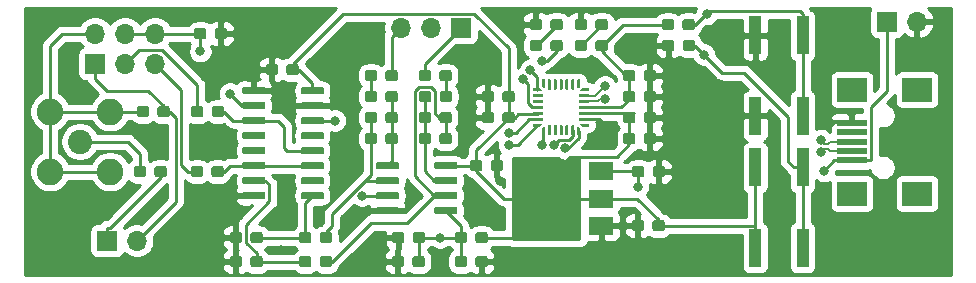
<source format=gbr>
G04 #@! TF.GenerationSoftware,KiCad,Pcbnew,5.1.5-52549c5~86~ubuntu19.10.1*
G04 #@! TF.CreationDate,2020-05-06T16:47:36-07:00*
G04 #@! TF.ProjectId,sdr,7364722e-6b69-4636-9164-5f7063625858,rev?*
G04 #@! TF.SameCoordinates,Original*
G04 #@! TF.FileFunction,Copper,L1,Top*
G04 #@! TF.FilePolarity,Positive*
%FSLAX46Y46*%
G04 Gerber Fmt 4.6, Leading zero omitted, Abs format (unit mm)*
G04 Created by KiCad (PCBNEW 5.1.5-52549c5~86~ubuntu19.10.1) date 2020-05-06 16:47:36*
%MOMM*%
%LPD*%
G04 APERTURE LIST*
%ADD10O,1.700000X1.700000*%
%ADD11R,1.700000X1.700000*%
%ADD12R,1.000000X3.200000*%
%ADD13C,2.250000*%
%ADD14C,2.050000*%
%ADD15R,2.500000X0.500000*%
%ADD16R,2.500000X2.000000*%
%ADD17C,0.100000*%
%ADD18R,2.000000X1.500000*%
%ADD19R,2.000000X3.800000*%
%ADD20C,0.800000*%
%ADD21C,0.250000*%
%ADD22C,0.200000*%
%ADD23C,0.254000*%
G04 APERTURE END LIST*
D10*
X90424000Y-13970000D03*
D11*
X87884000Y-13970000D03*
D10*
X46736000Y-14478000D03*
X49276000Y-14478000D03*
D11*
X51816000Y-14478000D03*
D10*
X24384000Y-32512000D03*
D11*
X21844000Y-32512000D03*
D10*
X25908000Y-14986000D03*
X25908000Y-17526000D03*
X23368000Y-14986000D03*
X23368000Y-17526000D03*
X20828000Y-14986000D03*
D11*
X20828000Y-17526000D03*
D12*
X80740000Y-26318000D03*
X80740000Y-33118000D03*
X76740000Y-33118000D03*
X76740000Y-26318000D03*
X80740000Y-15142000D03*
X80740000Y-21942000D03*
X76740000Y-21942000D03*
X76740000Y-15142000D03*
D13*
X22098000Y-21590000D03*
X22098000Y-26670000D03*
X17018000Y-26670000D03*
X17018000Y-21590000D03*
D14*
X19558000Y-24130000D03*
D15*
X84924000Y-22530000D03*
X84924000Y-23330000D03*
X84924000Y-24130000D03*
X84924000Y-24930000D03*
X84924000Y-25730000D03*
D16*
X84924000Y-19730000D03*
X84924000Y-28530000D03*
X90424000Y-19730000D03*
X90424000Y-28530000D03*
G04 #@! TA.AperFunction,SMDPad,CuDef*
D17*
G36*
X58881279Y-18867365D02*
G01*
X58889721Y-18869925D01*
X58897501Y-18874084D01*
X58904320Y-18879680D01*
X58909916Y-18886499D01*
X58914075Y-18894279D01*
X58916635Y-18902721D01*
X58917500Y-18911500D01*
X58917500Y-19576500D01*
X58916635Y-19585279D01*
X58914075Y-19593721D01*
X58909916Y-19601501D01*
X58904320Y-19608320D01*
X58897501Y-19613916D01*
X58889721Y-19618075D01*
X58881279Y-19620635D01*
X58872500Y-19621500D01*
X58846140Y-19621500D01*
X58837361Y-19620635D01*
X58828919Y-19618075D01*
X58821139Y-19613916D01*
X58814320Y-19608320D01*
X58680680Y-19474680D01*
X58675084Y-19467861D01*
X58670925Y-19460081D01*
X58668365Y-19451639D01*
X58667500Y-19442860D01*
X58667500Y-18911500D01*
X58668365Y-18902721D01*
X58670925Y-18894279D01*
X58675084Y-18886499D01*
X58680680Y-18879680D01*
X58687499Y-18874084D01*
X58695279Y-18869925D01*
X58703721Y-18867365D01*
X58712500Y-18866500D01*
X58872500Y-18866500D01*
X58881279Y-18867365D01*
G37*
G04 #@! TD.AperFunction*
G04 #@! TA.AperFunction,SMDPad,CuDef*
G36*
X59361126Y-18866801D02*
G01*
X59367193Y-18867701D01*
X59373143Y-18869191D01*
X59378918Y-18871258D01*
X59384462Y-18873880D01*
X59389723Y-18877033D01*
X59394650Y-18880687D01*
X59399194Y-18884806D01*
X59403313Y-18889350D01*
X59406967Y-18894277D01*
X59410120Y-18899538D01*
X59412742Y-18905082D01*
X59414809Y-18910857D01*
X59416299Y-18916807D01*
X59417199Y-18922874D01*
X59417500Y-18929000D01*
X59417500Y-19679000D01*
X59417199Y-19685126D01*
X59416299Y-19691193D01*
X59414809Y-19697143D01*
X59412742Y-19702918D01*
X59410120Y-19708462D01*
X59406967Y-19713723D01*
X59403313Y-19718650D01*
X59399194Y-19723194D01*
X59394650Y-19727313D01*
X59389723Y-19730967D01*
X59384462Y-19734120D01*
X59378918Y-19736742D01*
X59373143Y-19738809D01*
X59367193Y-19740299D01*
X59361126Y-19741199D01*
X59355000Y-19741500D01*
X59230000Y-19741500D01*
X59223874Y-19741199D01*
X59217807Y-19740299D01*
X59211857Y-19738809D01*
X59206082Y-19736742D01*
X59200538Y-19734120D01*
X59195277Y-19730967D01*
X59190350Y-19727313D01*
X59185806Y-19723194D01*
X59181687Y-19718650D01*
X59178033Y-19713723D01*
X59174880Y-19708462D01*
X59172258Y-19702918D01*
X59170191Y-19697143D01*
X59168701Y-19691193D01*
X59167801Y-19685126D01*
X59167500Y-19679000D01*
X59167500Y-18929000D01*
X59167801Y-18922874D01*
X59168701Y-18916807D01*
X59170191Y-18910857D01*
X59172258Y-18905082D01*
X59174880Y-18899538D01*
X59178033Y-18894277D01*
X59181687Y-18889350D01*
X59185806Y-18884806D01*
X59190350Y-18880687D01*
X59195277Y-18877033D01*
X59200538Y-18873880D01*
X59206082Y-18871258D01*
X59211857Y-18869191D01*
X59217807Y-18867701D01*
X59223874Y-18866801D01*
X59230000Y-18866500D01*
X59355000Y-18866500D01*
X59361126Y-18866801D01*
G37*
G04 #@! TD.AperFunction*
G04 #@! TA.AperFunction,SMDPad,CuDef*
G36*
X59861126Y-18866801D02*
G01*
X59867193Y-18867701D01*
X59873143Y-18869191D01*
X59878918Y-18871258D01*
X59884462Y-18873880D01*
X59889723Y-18877033D01*
X59894650Y-18880687D01*
X59899194Y-18884806D01*
X59903313Y-18889350D01*
X59906967Y-18894277D01*
X59910120Y-18899538D01*
X59912742Y-18905082D01*
X59914809Y-18910857D01*
X59916299Y-18916807D01*
X59917199Y-18922874D01*
X59917500Y-18929000D01*
X59917500Y-19679000D01*
X59917199Y-19685126D01*
X59916299Y-19691193D01*
X59914809Y-19697143D01*
X59912742Y-19702918D01*
X59910120Y-19708462D01*
X59906967Y-19713723D01*
X59903313Y-19718650D01*
X59899194Y-19723194D01*
X59894650Y-19727313D01*
X59889723Y-19730967D01*
X59884462Y-19734120D01*
X59878918Y-19736742D01*
X59873143Y-19738809D01*
X59867193Y-19740299D01*
X59861126Y-19741199D01*
X59855000Y-19741500D01*
X59730000Y-19741500D01*
X59723874Y-19741199D01*
X59717807Y-19740299D01*
X59711857Y-19738809D01*
X59706082Y-19736742D01*
X59700538Y-19734120D01*
X59695277Y-19730967D01*
X59690350Y-19727313D01*
X59685806Y-19723194D01*
X59681687Y-19718650D01*
X59678033Y-19713723D01*
X59674880Y-19708462D01*
X59672258Y-19702918D01*
X59670191Y-19697143D01*
X59668701Y-19691193D01*
X59667801Y-19685126D01*
X59667500Y-19679000D01*
X59667500Y-18929000D01*
X59667801Y-18922874D01*
X59668701Y-18916807D01*
X59670191Y-18910857D01*
X59672258Y-18905082D01*
X59674880Y-18899538D01*
X59678033Y-18894277D01*
X59681687Y-18889350D01*
X59685806Y-18884806D01*
X59690350Y-18880687D01*
X59695277Y-18877033D01*
X59700538Y-18873880D01*
X59706082Y-18871258D01*
X59711857Y-18869191D01*
X59717807Y-18867701D01*
X59723874Y-18866801D01*
X59730000Y-18866500D01*
X59855000Y-18866500D01*
X59861126Y-18866801D01*
G37*
G04 #@! TD.AperFunction*
G04 #@! TA.AperFunction,SMDPad,CuDef*
G36*
X60361126Y-18866801D02*
G01*
X60367193Y-18867701D01*
X60373143Y-18869191D01*
X60378918Y-18871258D01*
X60384462Y-18873880D01*
X60389723Y-18877033D01*
X60394650Y-18880687D01*
X60399194Y-18884806D01*
X60403313Y-18889350D01*
X60406967Y-18894277D01*
X60410120Y-18899538D01*
X60412742Y-18905082D01*
X60414809Y-18910857D01*
X60416299Y-18916807D01*
X60417199Y-18922874D01*
X60417500Y-18929000D01*
X60417500Y-19679000D01*
X60417199Y-19685126D01*
X60416299Y-19691193D01*
X60414809Y-19697143D01*
X60412742Y-19702918D01*
X60410120Y-19708462D01*
X60406967Y-19713723D01*
X60403313Y-19718650D01*
X60399194Y-19723194D01*
X60394650Y-19727313D01*
X60389723Y-19730967D01*
X60384462Y-19734120D01*
X60378918Y-19736742D01*
X60373143Y-19738809D01*
X60367193Y-19740299D01*
X60361126Y-19741199D01*
X60355000Y-19741500D01*
X60230000Y-19741500D01*
X60223874Y-19741199D01*
X60217807Y-19740299D01*
X60211857Y-19738809D01*
X60206082Y-19736742D01*
X60200538Y-19734120D01*
X60195277Y-19730967D01*
X60190350Y-19727313D01*
X60185806Y-19723194D01*
X60181687Y-19718650D01*
X60178033Y-19713723D01*
X60174880Y-19708462D01*
X60172258Y-19702918D01*
X60170191Y-19697143D01*
X60168701Y-19691193D01*
X60167801Y-19685126D01*
X60167500Y-19679000D01*
X60167500Y-18929000D01*
X60167801Y-18922874D01*
X60168701Y-18916807D01*
X60170191Y-18910857D01*
X60172258Y-18905082D01*
X60174880Y-18899538D01*
X60178033Y-18894277D01*
X60181687Y-18889350D01*
X60185806Y-18884806D01*
X60190350Y-18880687D01*
X60195277Y-18877033D01*
X60200538Y-18873880D01*
X60206082Y-18871258D01*
X60211857Y-18869191D01*
X60217807Y-18867701D01*
X60223874Y-18866801D01*
X60230000Y-18866500D01*
X60355000Y-18866500D01*
X60361126Y-18866801D01*
G37*
G04 #@! TD.AperFunction*
G04 #@! TA.AperFunction,SMDPad,CuDef*
G36*
X60861126Y-18866801D02*
G01*
X60867193Y-18867701D01*
X60873143Y-18869191D01*
X60878918Y-18871258D01*
X60884462Y-18873880D01*
X60889723Y-18877033D01*
X60894650Y-18880687D01*
X60899194Y-18884806D01*
X60903313Y-18889350D01*
X60906967Y-18894277D01*
X60910120Y-18899538D01*
X60912742Y-18905082D01*
X60914809Y-18910857D01*
X60916299Y-18916807D01*
X60917199Y-18922874D01*
X60917500Y-18929000D01*
X60917500Y-19679000D01*
X60917199Y-19685126D01*
X60916299Y-19691193D01*
X60914809Y-19697143D01*
X60912742Y-19702918D01*
X60910120Y-19708462D01*
X60906967Y-19713723D01*
X60903313Y-19718650D01*
X60899194Y-19723194D01*
X60894650Y-19727313D01*
X60889723Y-19730967D01*
X60884462Y-19734120D01*
X60878918Y-19736742D01*
X60873143Y-19738809D01*
X60867193Y-19740299D01*
X60861126Y-19741199D01*
X60855000Y-19741500D01*
X60730000Y-19741500D01*
X60723874Y-19741199D01*
X60717807Y-19740299D01*
X60711857Y-19738809D01*
X60706082Y-19736742D01*
X60700538Y-19734120D01*
X60695277Y-19730967D01*
X60690350Y-19727313D01*
X60685806Y-19723194D01*
X60681687Y-19718650D01*
X60678033Y-19713723D01*
X60674880Y-19708462D01*
X60672258Y-19702918D01*
X60670191Y-19697143D01*
X60668701Y-19691193D01*
X60667801Y-19685126D01*
X60667500Y-19679000D01*
X60667500Y-18929000D01*
X60667801Y-18922874D01*
X60668701Y-18916807D01*
X60670191Y-18910857D01*
X60672258Y-18905082D01*
X60674880Y-18899538D01*
X60678033Y-18894277D01*
X60681687Y-18889350D01*
X60685806Y-18884806D01*
X60690350Y-18880687D01*
X60695277Y-18877033D01*
X60700538Y-18873880D01*
X60706082Y-18871258D01*
X60711857Y-18869191D01*
X60717807Y-18867701D01*
X60723874Y-18866801D01*
X60730000Y-18866500D01*
X60855000Y-18866500D01*
X60861126Y-18866801D01*
G37*
G04 #@! TD.AperFunction*
G04 #@! TA.AperFunction,SMDPad,CuDef*
G36*
X61361126Y-18866801D02*
G01*
X61367193Y-18867701D01*
X61373143Y-18869191D01*
X61378918Y-18871258D01*
X61384462Y-18873880D01*
X61389723Y-18877033D01*
X61394650Y-18880687D01*
X61399194Y-18884806D01*
X61403313Y-18889350D01*
X61406967Y-18894277D01*
X61410120Y-18899538D01*
X61412742Y-18905082D01*
X61414809Y-18910857D01*
X61416299Y-18916807D01*
X61417199Y-18922874D01*
X61417500Y-18929000D01*
X61417500Y-19679000D01*
X61417199Y-19685126D01*
X61416299Y-19691193D01*
X61414809Y-19697143D01*
X61412742Y-19702918D01*
X61410120Y-19708462D01*
X61406967Y-19713723D01*
X61403313Y-19718650D01*
X61399194Y-19723194D01*
X61394650Y-19727313D01*
X61389723Y-19730967D01*
X61384462Y-19734120D01*
X61378918Y-19736742D01*
X61373143Y-19738809D01*
X61367193Y-19740299D01*
X61361126Y-19741199D01*
X61355000Y-19741500D01*
X61230000Y-19741500D01*
X61223874Y-19741199D01*
X61217807Y-19740299D01*
X61211857Y-19738809D01*
X61206082Y-19736742D01*
X61200538Y-19734120D01*
X61195277Y-19730967D01*
X61190350Y-19727313D01*
X61185806Y-19723194D01*
X61181687Y-19718650D01*
X61178033Y-19713723D01*
X61174880Y-19708462D01*
X61172258Y-19702918D01*
X61170191Y-19697143D01*
X61168701Y-19691193D01*
X61167801Y-19685126D01*
X61167500Y-19679000D01*
X61167500Y-18929000D01*
X61167801Y-18922874D01*
X61168701Y-18916807D01*
X61170191Y-18910857D01*
X61172258Y-18905082D01*
X61174880Y-18899538D01*
X61178033Y-18894277D01*
X61181687Y-18889350D01*
X61185806Y-18884806D01*
X61190350Y-18880687D01*
X61195277Y-18877033D01*
X61200538Y-18873880D01*
X61206082Y-18871258D01*
X61211857Y-18869191D01*
X61217807Y-18867701D01*
X61223874Y-18866801D01*
X61230000Y-18866500D01*
X61355000Y-18866500D01*
X61361126Y-18866801D01*
G37*
G04 #@! TD.AperFunction*
G04 #@! TA.AperFunction,SMDPad,CuDef*
G36*
X61881279Y-18867365D02*
G01*
X61889721Y-18869925D01*
X61897501Y-18874084D01*
X61904320Y-18879680D01*
X61909916Y-18886499D01*
X61914075Y-18894279D01*
X61916635Y-18902721D01*
X61917500Y-18911500D01*
X61917500Y-19442860D01*
X61916635Y-19451639D01*
X61914075Y-19460081D01*
X61909916Y-19467861D01*
X61904320Y-19474680D01*
X61770680Y-19608320D01*
X61763861Y-19613916D01*
X61756081Y-19618075D01*
X61747639Y-19620635D01*
X61738860Y-19621500D01*
X61712500Y-19621500D01*
X61703721Y-19620635D01*
X61695279Y-19618075D01*
X61687499Y-19613916D01*
X61680680Y-19608320D01*
X61675084Y-19601501D01*
X61670925Y-19593721D01*
X61668365Y-19585279D01*
X61667500Y-19576500D01*
X61667500Y-18911500D01*
X61668365Y-18902721D01*
X61670925Y-18894279D01*
X61675084Y-18886499D01*
X61680680Y-18879680D01*
X61687499Y-18874084D01*
X61695279Y-18869925D01*
X61703721Y-18867365D01*
X61712500Y-18866500D01*
X61872500Y-18866500D01*
X61881279Y-18867365D01*
G37*
G04 #@! TD.AperFunction*
G04 #@! TA.AperFunction,SMDPad,CuDef*
G36*
X62631279Y-19617365D02*
G01*
X62639721Y-19619925D01*
X62647501Y-19624084D01*
X62654320Y-19629680D01*
X62659916Y-19636499D01*
X62664075Y-19644279D01*
X62666635Y-19652721D01*
X62667500Y-19661500D01*
X62667500Y-19821500D01*
X62666635Y-19830279D01*
X62664075Y-19838721D01*
X62659916Y-19846501D01*
X62654320Y-19853320D01*
X62647501Y-19858916D01*
X62639721Y-19863075D01*
X62631279Y-19865635D01*
X62622500Y-19866500D01*
X61957500Y-19866500D01*
X61948721Y-19865635D01*
X61940279Y-19863075D01*
X61932499Y-19858916D01*
X61925680Y-19853320D01*
X61920084Y-19846501D01*
X61915925Y-19838721D01*
X61913365Y-19830279D01*
X61912500Y-19821500D01*
X61912500Y-19795140D01*
X61913365Y-19786361D01*
X61915925Y-19777919D01*
X61920084Y-19770139D01*
X61925680Y-19763320D01*
X62059320Y-19629680D01*
X62066139Y-19624084D01*
X62073919Y-19619925D01*
X62082361Y-19617365D01*
X62091140Y-19616500D01*
X62622500Y-19616500D01*
X62631279Y-19617365D01*
G37*
G04 #@! TD.AperFunction*
G04 #@! TA.AperFunction,SMDPad,CuDef*
G36*
X62611126Y-20116801D02*
G01*
X62617193Y-20117701D01*
X62623143Y-20119191D01*
X62628918Y-20121258D01*
X62634462Y-20123880D01*
X62639723Y-20127033D01*
X62644650Y-20130687D01*
X62649194Y-20134806D01*
X62653313Y-20139350D01*
X62656967Y-20144277D01*
X62660120Y-20149538D01*
X62662742Y-20155082D01*
X62664809Y-20160857D01*
X62666299Y-20166807D01*
X62667199Y-20172874D01*
X62667500Y-20179000D01*
X62667500Y-20304000D01*
X62667199Y-20310126D01*
X62666299Y-20316193D01*
X62664809Y-20322143D01*
X62662742Y-20327918D01*
X62660120Y-20333462D01*
X62656967Y-20338723D01*
X62653313Y-20343650D01*
X62649194Y-20348194D01*
X62644650Y-20352313D01*
X62639723Y-20355967D01*
X62634462Y-20359120D01*
X62628918Y-20361742D01*
X62623143Y-20363809D01*
X62617193Y-20365299D01*
X62611126Y-20366199D01*
X62605000Y-20366500D01*
X61855000Y-20366500D01*
X61848874Y-20366199D01*
X61842807Y-20365299D01*
X61836857Y-20363809D01*
X61831082Y-20361742D01*
X61825538Y-20359120D01*
X61820277Y-20355967D01*
X61815350Y-20352313D01*
X61810806Y-20348194D01*
X61806687Y-20343650D01*
X61803033Y-20338723D01*
X61799880Y-20333462D01*
X61797258Y-20327918D01*
X61795191Y-20322143D01*
X61793701Y-20316193D01*
X61792801Y-20310126D01*
X61792500Y-20304000D01*
X61792500Y-20179000D01*
X61792801Y-20172874D01*
X61793701Y-20166807D01*
X61795191Y-20160857D01*
X61797258Y-20155082D01*
X61799880Y-20149538D01*
X61803033Y-20144277D01*
X61806687Y-20139350D01*
X61810806Y-20134806D01*
X61815350Y-20130687D01*
X61820277Y-20127033D01*
X61825538Y-20123880D01*
X61831082Y-20121258D01*
X61836857Y-20119191D01*
X61842807Y-20117701D01*
X61848874Y-20116801D01*
X61855000Y-20116500D01*
X62605000Y-20116500D01*
X62611126Y-20116801D01*
G37*
G04 #@! TD.AperFunction*
G04 #@! TA.AperFunction,SMDPad,CuDef*
G36*
X62611126Y-20616801D02*
G01*
X62617193Y-20617701D01*
X62623143Y-20619191D01*
X62628918Y-20621258D01*
X62634462Y-20623880D01*
X62639723Y-20627033D01*
X62644650Y-20630687D01*
X62649194Y-20634806D01*
X62653313Y-20639350D01*
X62656967Y-20644277D01*
X62660120Y-20649538D01*
X62662742Y-20655082D01*
X62664809Y-20660857D01*
X62666299Y-20666807D01*
X62667199Y-20672874D01*
X62667500Y-20679000D01*
X62667500Y-20804000D01*
X62667199Y-20810126D01*
X62666299Y-20816193D01*
X62664809Y-20822143D01*
X62662742Y-20827918D01*
X62660120Y-20833462D01*
X62656967Y-20838723D01*
X62653313Y-20843650D01*
X62649194Y-20848194D01*
X62644650Y-20852313D01*
X62639723Y-20855967D01*
X62634462Y-20859120D01*
X62628918Y-20861742D01*
X62623143Y-20863809D01*
X62617193Y-20865299D01*
X62611126Y-20866199D01*
X62605000Y-20866500D01*
X61855000Y-20866500D01*
X61848874Y-20866199D01*
X61842807Y-20865299D01*
X61836857Y-20863809D01*
X61831082Y-20861742D01*
X61825538Y-20859120D01*
X61820277Y-20855967D01*
X61815350Y-20852313D01*
X61810806Y-20848194D01*
X61806687Y-20843650D01*
X61803033Y-20838723D01*
X61799880Y-20833462D01*
X61797258Y-20827918D01*
X61795191Y-20822143D01*
X61793701Y-20816193D01*
X61792801Y-20810126D01*
X61792500Y-20804000D01*
X61792500Y-20679000D01*
X61792801Y-20672874D01*
X61793701Y-20666807D01*
X61795191Y-20660857D01*
X61797258Y-20655082D01*
X61799880Y-20649538D01*
X61803033Y-20644277D01*
X61806687Y-20639350D01*
X61810806Y-20634806D01*
X61815350Y-20630687D01*
X61820277Y-20627033D01*
X61825538Y-20623880D01*
X61831082Y-20621258D01*
X61836857Y-20619191D01*
X61842807Y-20617701D01*
X61848874Y-20616801D01*
X61855000Y-20616500D01*
X62605000Y-20616500D01*
X62611126Y-20616801D01*
G37*
G04 #@! TD.AperFunction*
G04 #@! TA.AperFunction,SMDPad,CuDef*
G36*
X62611126Y-21116801D02*
G01*
X62617193Y-21117701D01*
X62623143Y-21119191D01*
X62628918Y-21121258D01*
X62634462Y-21123880D01*
X62639723Y-21127033D01*
X62644650Y-21130687D01*
X62649194Y-21134806D01*
X62653313Y-21139350D01*
X62656967Y-21144277D01*
X62660120Y-21149538D01*
X62662742Y-21155082D01*
X62664809Y-21160857D01*
X62666299Y-21166807D01*
X62667199Y-21172874D01*
X62667500Y-21179000D01*
X62667500Y-21304000D01*
X62667199Y-21310126D01*
X62666299Y-21316193D01*
X62664809Y-21322143D01*
X62662742Y-21327918D01*
X62660120Y-21333462D01*
X62656967Y-21338723D01*
X62653313Y-21343650D01*
X62649194Y-21348194D01*
X62644650Y-21352313D01*
X62639723Y-21355967D01*
X62634462Y-21359120D01*
X62628918Y-21361742D01*
X62623143Y-21363809D01*
X62617193Y-21365299D01*
X62611126Y-21366199D01*
X62605000Y-21366500D01*
X61855000Y-21366500D01*
X61848874Y-21366199D01*
X61842807Y-21365299D01*
X61836857Y-21363809D01*
X61831082Y-21361742D01*
X61825538Y-21359120D01*
X61820277Y-21355967D01*
X61815350Y-21352313D01*
X61810806Y-21348194D01*
X61806687Y-21343650D01*
X61803033Y-21338723D01*
X61799880Y-21333462D01*
X61797258Y-21327918D01*
X61795191Y-21322143D01*
X61793701Y-21316193D01*
X61792801Y-21310126D01*
X61792500Y-21304000D01*
X61792500Y-21179000D01*
X61792801Y-21172874D01*
X61793701Y-21166807D01*
X61795191Y-21160857D01*
X61797258Y-21155082D01*
X61799880Y-21149538D01*
X61803033Y-21144277D01*
X61806687Y-21139350D01*
X61810806Y-21134806D01*
X61815350Y-21130687D01*
X61820277Y-21127033D01*
X61825538Y-21123880D01*
X61831082Y-21121258D01*
X61836857Y-21119191D01*
X61842807Y-21117701D01*
X61848874Y-21116801D01*
X61855000Y-21116500D01*
X62605000Y-21116500D01*
X62611126Y-21116801D01*
G37*
G04 #@! TD.AperFunction*
G04 #@! TA.AperFunction,SMDPad,CuDef*
G36*
X62611126Y-21616801D02*
G01*
X62617193Y-21617701D01*
X62623143Y-21619191D01*
X62628918Y-21621258D01*
X62634462Y-21623880D01*
X62639723Y-21627033D01*
X62644650Y-21630687D01*
X62649194Y-21634806D01*
X62653313Y-21639350D01*
X62656967Y-21644277D01*
X62660120Y-21649538D01*
X62662742Y-21655082D01*
X62664809Y-21660857D01*
X62666299Y-21666807D01*
X62667199Y-21672874D01*
X62667500Y-21679000D01*
X62667500Y-21804000D01*
X62667199Y-21810126D01*
X62666299Y-21816193D01*
X62664809Y-21822143D01*
X62662742Y-21827918D01*
X62660120Y-21833462D01*
X62656967Y-21838723D01*
X62653313Y-21843650D01*
X62649194Y-21848194D01*
X62644650Y-21852313D01*
X62639723Y-21855967D01*
X62634462Y-21859120D01*
X62628918Y-21861742D01*
X62623143Y-21863809D01*
X62617193Y-21865299D01*
X62611126Y-21866199D01*
X62605000Y-21866500D01*
X61855000Y-21866500D01*
X61848874Y-21866199D01*
X61842807Y-21865299D01*
X61836857Y-21863809D01*
X61831082Y-21861742D01*
X61825538Y-21859120D01*
X61820277Y-21855967D01*
X61815350Y-21852313D01*
X61810806Y-21848194D01*
X61806687Y-21843650D01*
X61803033Y-21838723D01*
X61799880Y-21833462D01*
X61797258Y-21827918D01*
X61795191Y-21822143D01*
X61793701Y-21816193D01*
X61792801Y-21810126D01*
X61792500Y-21804000D01*
X61792500Y-21679000D01*
X61792801Y-21672874D01*
X61793701Y-21666807D01*
X61795191Y-21660857D01*
X61797258Y-21655082D01*
X61799880Y-21649538D01*
X61803033Y-21644277D01*
X61806687Y-21639350D01*
X61810806Y-21634806D01*
X61815350Y-21630687D01*
X61820277Y-21627033D01*
X61825538Y-21623880D01*
X61831082Y-21621258D01*
X61836857Y-21619191D01*
X61842807Y-21617701D01*
X61848874Y-21616801D01*
X61855000Y-21616500D01*
X62605000Y-21616500D01*
X62611126Y-21616801D01*
G37*
G04 #@! TD.AperFunction*
G04 #@! TA.AperFunction,SMDPad,CuDef*
G36*
X62611126Y-22116801D02*
G01*
X62617193Y-22117701D01*
X62623143Y-22119191D01*
X62628918Y-22121258D01*
X62634462Y-22123880D01*
X62639723Y-22127033D01*
X62644650Y-22130687D01*
X62649194Y-22134806D01*
X62653313Y-22139350D01*
X62656967Y-22144277D01*
X62660120Y-22149538D01*
X62662742Y-22155082D01*
X62664809Y-22160857D01*
X62666299Y-22166807D01*
X62667199Y-22172874D01*
X62667500Y-22179000D01*
X62667500Y-22304000D01*
X62667199Y-22310126D01*
X62666299Y-22316193D01*
X62664809Y-22322143D01*
X62662742Y-22327918D01*
X62660120Y-22333462D01*
X62656967Y-22338723D01*
X62653313Y-22343650D01*
X62649194Y-22348194D01*
X62644650Y-22352313D01*
X62639723Y-22355967D01*
X62634462Y-22359120D01*
X62628918Y-22361742D01*
X62623143Y-22363809D01*
X62617193Y-22365299D01*
X62611126Y-22366199D01*
X62605000Y-22366500D01*
X61855000Y-22366500D01*
X61848874Y-22366199D01*
X61842807Y-22365299D01*
X61836857Y-22363809D01*
X61831082Y-22361742D01*
X61825538Y-22359120D01*
X61820277Y-22355967D01*
X61815350Y-22352313D01*
X61810806Y-22348194D01*
X61806687Y-22343650D01*
X61803033Y-22338723D01*
X61799880Y-22333462D01*
X61797258Y-22327918D01*
X61795191Y-22322143D01*
X61793701Y-22316193D01*
X61792801Y-22310126D01*
X61792500Y-22304000D01*
X61792500Y-22179000D01*
X61792801Y-22172874D01*
X61793701Y-22166807D01*
X61795191Y-22160857D01*
X61797258Y-22155082D01*
X61799880Y-22149538D01*
X61803033Y-22144277D01*
X61806687Y-22139350D01*
X61810806Y-22134806D01*
X61815350Y-22130687D01*
X61820277Y-22127033D01*
X61825538Y-22123880D01*
X61831082Y-22121258D01*
X61836857Y-22119191D01*
X61842807Y-22117701D01*
X61848874Y-22116801D01*
X61855000Y-22116500D01*
X62605000Y-22116500D01*
X62611126Y-22116801D01*
G37*
G04 #@! TD.AperFunction*
G04 #@! TA.AperFunction,SMDPad,CuDef*
G36*
X62631279Y-22617365D02*
G01*
X62639721Y-22619925D01*
X62647501Y-22624084D01*
X62654320Y-22629680D01*
X62659916Y-22636499D01*
X62664075Y-22644279D01*
X62666635Y-22652721D01*
X62667500Y-22661500D01*
X62667500Y-22821500D01*
X62666635Y-22830279D01*
X62664075Y-22838721D01*
X62659916Y-22846501D01*
X62654320Y-22853320D01*
X62647501Y-22858916D01*
X62639721Y-22863075D01*
X62631279Y-22865635D01*
X62622500Y-22866500D01*
X62091140Y-22866500D01*
X62082361Y-22865635D01*
X62073919Y-22863075D01*
X62066139Y-22858916D01*
X62059320Y-22853320D01*
X61925680Y-22719680D01*
X61920084Y-22712861D01*
X61915925Y-22705081D01*
X61913365Y-22696639D01*
X61912500Y-22687860D01*
X61912500Y-22661500D01*
X61913365Y-22652721D01*
X61915925Y-22644279D01*
X61920084Y-22636499D01*
X61925680Y-22629680D01*
X61932499Y-22624084D01*
X61940279Y-22619925D01*
X61948721Y-22617365D01*
X61957500Y-22616500D01*
X62622500Y-22616500D01*
X62631279Y-22617365D01*
G37*
G04 #@! TD.AperFunction*
G04 #@! TA.AperFunction,SMDPad,CuDef*
G36*
X61747639Y-22862365D02*
G01*
X61756081Y-22864925D01*
X61763861Y-22869084D01*
X61770680Y-22874680D01*
X61904320Y-23008320D01*
X61909916Y-23015139D01*
X61914075Y-23022919D01*
X61916635Y-23031361D01*
X61917500Y-23040140D01*
X61917500Y-23571500D01*
X61916635Y-23580279D01*
X61914075Y-23588721D01*
X61909916Y-23596501D01*
X61904320Y-23603320D01*
X61897501Y-23608916D01*
X61889721Y-23613075D01*
X61881279Y-23615635D01*
X61872500Y-23616500D01*
X61712500Y-23616500D01*
X61703721Y-23615635D01*
X61695279Y-23613075D01*
X61687499Y-23608916D01*
X61680680Y-23603320D01*
X61675084Y-23596501D01*
X61670925Y-23588721D01*
X61668365Y-23580279D01*
X61667500Y-23571500D01*
X61667500Y-22906500D01*
X61668365Y-22897721D01*
X61670925Y-22889279D01*
X61675084Y-22881499D01*
X61680680Y-22874680D01*
X61687499Y-22869084D01*
X61695279Y-22864925D01*
X61703721Y-22862365D01*
X61712500Y-22861500D01*
X61738860Y-22861500D01*
X61747639Y-22862365D01*
G37*
G04 #@! TD.AperFunction*
G04 #@! TA.AperFunction,SMDPad,CuDef*
G36*
X61361126Y-22741801D02*
G01*
X61367193Y-22742701D01*
X61373143Y-22744191D01*
X61378918Y-22746258D01*
X61384462Y-22748880D01*
X61389723Y-22752033D01*
X61394650Y-22755687D01*
X61399194Y-22759806D01*
X61403313Y-22764350D01*
X61406967Y-22769277D01*
X61410120Y-22774538D01*
X61412742Y-22780082D01*
X61414809Y-22785857D01*
X61416299Y-22791807D01*
X61417199Y-22797874D01*
X61417500Y-22804000D01*
X61417500Y-23554000D01*
X61417199Y-23560126D01*
X61416299Y-23566193D01*
X61414809Y-23572143D01*
X61412742Y-23577918D01*
X61410120Y-23583462D01*
X61406967Y-23588723D01*
X61403313Y-23593650D01*
X61399194Y-23598194D01*
X61394650Y-23602313D01*
X61389723Y-23605967D01*
X61384462Y-23609120D01*
X61378918Y-23611742D01*
X61373143Y-23613809D01*
X61367193Y-23615299D01*
X61361126Y-23616199D01*
X61355000Y-23616500D01*
X61230000Y-23616500D01*
X61223874Y-23616199D01*
X61217807Y-23615299D01*
X61211857Y-23613809D01*
X61206082Y-23611742D01*
X61200538Y-23609120D01*
X61195277Y-23605967D01*
X61190350Y-23602313D01*
X61185806Y-23598194D01*
X61181687Y-23593650D01*
X61178033Y-23588723D01*
X61174880Y-23583462D01*
X61172258Y-23577918D01*
X61170191Y-23572143D01*
X61168701Y-23566193D01*
X61167801Y-23560126D01*
X61167500Y-23554000D01*
X61167500Y-22804000D01*
X61167801Y-22797874D01*
X61168701Y-22791807D01*
X61170191Y-22785857D01*
X61172258Y-22780082D01*
X61174880Y-22774538D01*
X61178033Y-22769277D01*
X61181687Y-22764350D01*
X61185806Y-22759806D01*
X61190350Y-22755687D01*
X61195277Y-22752033D01*
X61200538Y-22748880D01*
X61206082Y-22746258D01*
X61211857Y-22744191D01*
X61217807Y-22742701D01*
X61223874Y-22741801D01*
X61230000Y-22741500D01*
X61355000Y-22741500D01*
X61361126Y-22741801D01*
G37*
G04 #@! TD.AperFunction*
G04 #@! TA.AperFunction,SMDPad,CuDef*
G36*
X60861126Y-22741801D02*
G01*
X60867193Y-22742701D01*
X60873143Y-22744191D01*
X60878918Y-22746258D01*
X60884462Y-22748880D01*
X60889723Y-22752033D01*
X60894650Y-22755687D01*
X60899194Y-22759806D01*
X60903313Y-22764350D01*
X60906967Y-22769277D01*
X60910120Y-22774538D01*
X60912742Y-22780082D01*
X60914809Y-22785857D01*
X60916299Y-22791807D01*
X60917199Y-22797874D01*
X60917500Y-22804000D01*
X60917500Y-23554000D01*
X60917199Y-23560126D01*
X60916299Y-23566193D01*
X60914809Y-23572143D01*
X60912742Y-23577918D01*
X60910120Y-23583462D01*
X60906967Y-23588723D01*
X60903313Y-23593650D01*
X60899194Y-23598194D01*
X60894650Y-23602313D01*
X60889723Y-23605967D01*
X60884462Y-23609120D01*
X60878918Y-23611742D01*
X60873143Y-23613809D01*
X60867193Y-23615299D01*
X60861126Y-23616199D01*
X60855000Y-23616500D01*
X60730000Y-23616500D01*
X60723874Y-23616199D01*
X60717807Y-23615299D01*
X60711857Y-23613809D01*
X60706082Y-23611742D01*
X60700538Y-23609120D01*
X60695277Y-23605967D01*
X60690350Y-23602313D01*
X60685806Y-23598194D01*
X60681687Y-23593650D01*
X60678033Y-23588723D01*
X60674880Y-23583462D01*
X60672258Y-23577918D01*
X60670191Y-23572143D01*
X60668701Y-23566193D01*
X60667801Y-23560126D01*
X60667500Y-23554000D01*
X60667500Y-22804000D01*
X60667801Y-22797874D01*
X60668701Y-22791807D01*
X60670191Y-22785857D01*
X60672258Y-22780082D01*
X60674880Y-22774538D01*
X60678033Y-22769277D01*
X60681687Y-22764350D01*
X60685806Y-22759806D01*
X60690350Y-22755687D01*
X60695277Y-22752033D01*
X60700538Y-22748880D01*
X60706082Y-22746258D01*
X60711857Y-22744191D01*
X60717807Y-22742701D01*
X60723874Y-22741801D01*
X60730000Y-22741500D01*
X60855000Y-22741500D01*
X60861126Y-22741801D01*
G37*
G04 #@! TD.AperFunction*
G04 #@! TA.AperFunction,SMDPad,CuDef*
G36*
X60361126Y-22741801D02*
G01*
X60367193Y-22742701D01*
X60373143Y-22744191D01*
X60378918Y-22746258D01*
X60384462Y-22748880D01*
X60389723Y-22752033D01*
X60394650Y-22755687D01*
X60399194Y-22759806D01*
X60403313Y-22764350D01*
X60406967Y-22769277D01*
X60410120Y-22774538D01*
X60412742Y-22780082D01*
X60414809Y-22785857D01*
X60416299Y-22791807D01*
X60417199Y-22797874D01*
X60417500Y-22804000D01*
X60417500Y-23554000D01*
X60417199Y-23560126D01*
X60416299Y-23566193D01*
X60414809Y-23572143D01*
X60412742Y-23577918D01*
X60410120Y-23583462D01*
X60406967Y-23588723D01*
X60403313Y-23593650D01*
X60399194Y-23598194D01*
X60394650Y-23602313D01*
X60389723Y-23605967D01*
X60384462Y-23609120D01*
X60378918Y-23611742D01*
X60373143Y-23613809D01*
X60367193Y-23615299D01*
X60361126Y-23616199D01*
X60355000Y-23616500D01*
X60230000Y-23616500D01*
X60223874Y-23616199D01*
X60217807Y-23615299D01*
X60211857Y-23613809D01*
X60206082Y-23611742D01*
X60200538Y-23609120D01*
X60195277Y-23605967D01*
X60190350Y-23602313D01*
X60185806Y-23598194D01*
X60181687Y-23593650D01*
X60178033Y-23588723D01*
X60174880Y-23583462D01*
X60172258Y-23577918D01*
X60170191Y-23572143D01*
X60168701Y-23566193D01*
X60167801Y-23560126D01*
X60167500Y-23554000D01*
X60167500Y-22804000D01*
X60167801Y-22797874D01*
X60168701Y-22791807D01*
X60170191Y-22785857D01*
X60172258Y-22780082D01*
X60174880Y-22774538D01*
X60178033Y-22769277D01*
X60181687Y-22764350D01*
X60185806Y-22759806D01*
X60190350Y-22755687D01*
X60195277Y-22752033D01*
X60200538Y-22748880D01*
X60206082Y-22746258D01*
X60211857Y-22744191D01*
X60217807Y-22742701D01*
X60223874Y-22741801D01*
X60230000Y-22741500D01*
X60355000Y-22741500D01*
X60361126Y-22741801D01*
G37*
G04 #@! TD.AperFunction*
G04 #@! TA.AperFunction,SMDPad,CuDef*
G36*
X59861126Y-22741801D02*
G01*
X59867193Y-22742701D01*
X59873143Y-22744191D01*
X59878918Y-22746258D01*
X59884462Y-22748880D01*
X59889723Y-22752033D01*
X59894650Y-22755687D01*
X59899194Y-22759806D01*
X59903313Y-22764350D01*
X59906967Y-22769277D01*
X59910120Y-22774538D01*
X59912742Y-22780082D01*
X59914809Y-22785857D01*
X59916299Y-22791807D01*
X59917199Y-22797874D01*
X59917500Y-22804000D01*
X59917500Y-23554000D01*
X59917199Y-23560126D01*
X59916299Y-23566193D01*
X59914809Y-23572143D01*
X59912742Y-23577918D01*
X59910120Y-23583462D01*
X59906967Y-23588723D01*
X59903313Y-23593650D01*
X59899194Y-23598194D01*
X59894650Y-23602313D01*
X59889723Y-23605967D01*
X59884462Y-23609120D01*
X59878918Y-23611742D01*
X59873143Y-23613809D01*
X59867193Y-23615299D01*
X59861126Y-23616199D01*
X59855000Y-23616500D01*
X59730000Y-23616500D01*
X59723874Y-23616199D01*
X59717807Y-23615299D01*
X59711857Y-23613809D01*
X59706082Y-23611742D01*
X59700538Y-23609120D01*
X59695277Y-23605967D01*
X59690350Y-23602313D01*
X59685806Y-23598194D01*
X59681687Y-23593650D01*
X59678033Y-23588723D01*
X59674880Y-23583462D01*
X59672258Y-23577918D01*
X59670191Y-23572143D01*
X59668701Y-23566193D01*
X59667801Y-23560126D01*
X59667500Y-23554000D01*
X59667500Y-22804000D01*
X59667801Y-22797874D01*
X59668701Y-22791807D01*
X59670191Y-22785857D01*
X59672258Y-22780082D01*
X59674880Y-22774538D01*
X59678033Y-22769277D01*
X59681687Y-22764350D01*
X59685806Y-22759806D01*
X59690350Y-22755687D01*
X59695277Y-22752033D01*
X59700538Y-22748880D01*
X59706082Y-22746258D01*
X59711857Y-22744191D01*
X59717807Y-22742701D01*
X59723874Y-22741801D01*
X59730000Y-22741500D01*
X59855000Y-22741500D01*
X59861126Y-22741801D01*
G37*
G04 #@! TD.AperFunction*
G04 #@! TA.AperFunction,SMDPad,CuDef*
G36*
X59361126Y-22741801D02*
G01*
X59367193Y-22742701D01*
X59373143Y-22744191D01*
X59378918Y-22746258D01*
X59384462Y-22748880D01*
X59389723Y-22752033D01*
X59394650Y-22755687D01*
X59399194Y-22759806D01*
X59403313Y-22764350D01*
X59406967Y-22769277D01*
X59410120Y-22774538D01*
X59412742Y-22780082D01*
X59414809Y-22785857D01*
X59416299Y-22791807D01*
X59417199Y-22797874D01*
X59417500Y-22804000D01*
X59417500Y-23554000D01*
X59417199Y-23560126D01*
X59416299Y-23566193D01*
X59414809Y-23572143D01*
X59412742Y-23577918D01*
X59410120Y-23583462D01*
X59406967Y-23588723D01*
X59403313Y-23593650D01*
X59399194Y-23598194D01*
X59394650Y-23602313D01*
X59389723Y-23605967D01*
X59384462Y-23609120D01*
X59378918Y-23611742D01*
X59373143Y-23613809D01*
X59367193Y-23615299D01*
X59361126Y-23616199D01*
X59355000Y-23616500D01*
X59230000Y-23616500D01*
X59223874Y-23616199D01*
X59217807Y-23615299D01*
X59211857Y-23613809D01*
X59206082Y-23611742D01*
X59200538Y-23609120D01*
X59195277Y-23605967D01*
X59190350Y-23602313D01*
X59185806Y-23598194D01*
X59181687Y-23593650D01*
X59178033Y-23588723D01*
X59174880Y-23583462D01*
X59172258Y-23577918D01*
X59170191Y-23572143D01*
X59168701Y-23566193D01*
X59167801Y-23560126D01*
X59167500Y-23554000D01*
X59167500Y-22804000D01*
X59167801Y-22797874D01*
X59168701Y-22791807D01*
X59170191Y-22785857D01*
X59172258Y-22780082D01*
X59174880Y-22774538D01*
X59178033Y-22769277D01*
X59181687Y-22764350D01*
X59185806Y-22759806D01*
X59190350Y-22755687D01*
X59195277Y-22752033D01*
X59200538Y-22748880D01*
X59206082Y-22746258D01*
X59211857Y-22744191D01*
X59217807Y-22742701D01*
X59223874Y-22741801D01*
X59230000Y-22741500D01*
X59355000Y-22741500D01*
X59361126Y-22741801D01*
G37*
G04 #@! TD.AperFunction*
G04 #@! TA.AperFunction,SMDPad,CuDef*
G36*
X58881279Y-22862365D02*
G01*
X58889721Y-22864925D01*
X58897501Y-22869084D01*
X58904320Y-22874680D01*
X58909916Y-22881499D01*
X58914075Y-22889279D01*
X58916635Y-22897721D01*
X58917500Y-22906500D01*
X58917500Y-23571500D01*
X58916635Y-23580279D01*
X58914075Y-23588721D01*
X58909916Y-23596501D01*
X58904320Y-23603320D01*
X58897501Y-23608916D01*
X58889721Y-23613075D01*
X58881279Y-23615635D01*
X58872500Y-23616500D01*
X58712500Y-23616500D01*
X58703721Y-23615635D01*
X58695279Y-23613075D01*
X58687499Y-23608916D01*
X58680680Y-23603320D01*
X58675084Y-23596501D01*
X58670925Y-23588721D01*
X58668365Y-23580279D01*
X58667500Y-23571500D01*
X58667500Y-23040140D01*
X58668365Y-23031361D01*
X58670925Y-23022919D01*
X58675084Y-23015139D01*
X58680680Y-23008320D01*
X58814320Y-22874680D01*
X58821139Y-22869084D01*
X58828919Y-22864925D01*
X58837361Y-22862365D01*
X58846140Y-22861500D01*
X58872500Y-22861500D01*
X58881279Y-22862365D01*
G37*
G04 #@! TD.AperFunction*
G04 #@! TA.AperFunction,SMDPad,CuDef*
G36*
X58636279Y-22617365D02*
G01*
X58644721Y-22619925D01*
X58652501Y-22624084D01*
X58659320Y-22629680D01*
X58664916Y-22636499D01*
X58669075Y-22644279D01*
X58671635Y-22652721D01*
X58672500Y-22661500D01*
X58672500Y-22687860D01*
X58671635Y-22696639D01*
X58669075Y-22705081D01*
X58664916Y-22712861D01*
X58659320Y-22719680D01*
X58525680Y-22853320D01*
X58518861Y-22858916D01*
X58511081Y-22863075D01*
X58502639Y-22865635D01*
X58493860Y-22866500D01*
X57962500Y-22866500D01*
X57953721Y-22865635D01*
X57945279Y-22863075D01*
X57937499Y-22858916D01*
X57930680Y-22853320D01*
X57925084Y-22846501D01*
X57920925Y-22838721D01*
X57918365Y-22830279D01*
X57917500Y-22821500D01*
X57917500Y-22661500D01*
X57918365Y-22652721D01*
X57920925Y-22644279D01*
X57925084Y-22636499D01*
X57930680Y-22629680D01*
X57937499Y-22624084D01*
X57945279Y-22619925D01*
X57953721Y-22617365D01*
X57962500Y-22616500D01*
X58627500Y-22616500D01*
X58636279Y-22617365D01*
G37*
G04 #@! TD.AperFunction*
G04 #@! TA.AperFunction,SMDPad,CuDef*
G36*
X58736126Y-22116801D02*
G01*
X58742193Y-22117701D01*
X58748143Y-22119191D01*
X58753918Y-22121258D01*
X58759462Y-22123880D01*
X58764723Y-22127033D01*
X58769650Y-22130687D01*
X58774194Y-22134806D01*
X58778313Y-22139350D01*
X58781967Y-22144277D01*
X58785120Y-22149538D01*
X58787742Y-22155082D01*
X58789809Y-22160857D01*
X58791299Y-22166807D01*
X58792199Y-22172874D01*
X58792500Y-22179000D01*
X58792500Y-22304000D01*
X58792199Y-22310126D01*
X58791299Y-22316193D01*
X58789809Y-22322143D01*
X58787742Y-22327918D01*
X58785120Y-22333462D01*
X58781967Y-22338723D01*
X58778313Y-22343650D01*
X58774194Y-22348194D01*
X58769650Y-22352313D01*
X58764723Y-22355967D01*
X58759462Y-22359120D01*
X58753918Y-22361742D01*
X58748143Y-22363809D01*
X58742193Y-22365299D01*
X58736126Y-22366199D01*
X58730000Y-22366500D01*
X57980000Y-22366500D01*
X57973874Y-22366199D01*
X57967807Y-22365299D01*
X57961857Y-22363809D01*
X57956082Y-22361742D01*
X57950538Y-22359120D01*
X57945277Y-22355967D01*
X57940350Y-22352313D01*
X57935806Y-22348194D01*
X57931687Y-22343650D01*
X57928033Y-22338723D01*
X57924880Y-22333462D01*
X57922258Y-22327918D01*
X57920191Y-22322143D01*
X57918701Y-22316193D01*
X57917801Y-22310126D01*
X57917500Y-22304000D01*
X57917500Y-22179000D01*
X57917801Y-22172874D01*
X57918701Y-22166807D01*
X57920191Y-22160857D01*
X57922258Y-22155082D01*
X57924880Y-22149538D01*
X57928033Y-22144277D01*
X57931687Y-22139350D01*
X57935806Y-22134806D01*
X57940350Y-22130687D01*
X57945277Y-22127033D01*
X57950538Y-22123880D01*
X57956082Y-22121258D01*
X57961857Y-22119191D01*
X57967807Y-22117701D01*
X57973874Y-22116801D01*
X57980000Y-22116500D01*
X58730000Y-22116500D01*
X58736126Y-22116801D01*
G37*
G04 #@! TD.AperFunction*
G04 #@! TA.AperFunction,SMDPad,CuDef*
G36*
X58736126Y-21616801D02*
G01*
X58742193Y-21617701D01*
X58748143Y-21619191D01*
X58753918Y-21621258D01*
X58759462Y-21623880D01*
X58764723Y-21627033D01*
X58769650Y-21630687D01*
X58774194Y-21634806D01*
X58778313Y-21639350D01*
X58781967Y-21644277D01*
X58785120Y-21649538D01*
X58787742Y-21655082D01*
X58789809Y-21660857D01*
X58791299Y-21666807D01*
X58792199Y-21672874D01*
X58792500Y-21679000D01*
X58792500Y-21804000D01*
X58792199Y-21810126D01*
X58791299Y-21816193D01*
X58789809Y-21822143D01*
X58787742Y-21827918D01*
X58785120Y-21833462D01*
X58781967Y-21838723D01*
X58778313Y-21843650D01*
X58774194Y-21848194D01*
X58769650Y-21852313D01*
X58764723Y-21855967D01*
X58759462Y-21859120D01*
X58753918Y-21861742D01*
X58748143Y-21863809D01*
X58742193Y-21865299D01*
X58736126Y-21866199D01*
X58730000Y-21866500D01*
X57980000Y-21866500D01*
X57973874Y-21866199D01*
X57967807Y-21865299D01*
X57961857Y-21863809D01*
X57956082Y-21861742D01*
X57950538Y-21859120D01*
X57945277Y-21855967D01*
X57940350Y-21852313D01*
X57935806Y-21848194D01*
X57931687Y-21843650D01*
X57928033Y-21838723D01*
X57924880Y-21833462D01*
X57922258Y-21827918D01*
X57920191Y-21822143D01*
X57918701Y-21816193D01*
X57917801Y-21810126D01*
X57917500Y-21804000D01*
X57917500Y-21679000D01*
X57917801Y-21672874D01*
X57918701Y-21666807D01*
X57920191Y-21660857D01*
X57922258Y-21655082D01*
X57924880Y-21649538D01*
X57928033Y-21644277D01*
X57931687Y-21639350D01*
X57935806Y-21634806D01*
X57940350Y-21630687D01*
X57945277Y-21627033D01*
X57950538Y-21623880D01*
X57956082Y-21621258D01*
X57961857Y-21619191D01*
X57967807Y-21617701D01*
X57973874Y-21616801D01*
X57980000Y-21616500D01*
X58730000Y-21616500D01*
X58736126Y-21616801D01*
G37*
G04 #@! TD.AperFunction*
G04 #@! TA.AperFunction,SMDPad,CuDef*
G36*
X58736126Y-21116801D02*
G01*
X58742193Y-21117701D01*
X58748143Y-21119191D01*
X58753918Y-21121258D01*
X58759462Y-21123880D01*
X58764723Y-21127033D01*
X58769650Y-21130687D01*
X58774194Y-21134806D01*
X58778313Y-21139350D01*
X58781967Y-21144277D01*
X58785120Y-21149538D01*
X58787742Y-21155082D01*
X58789809Y-21160857D01*
X58791299Y-21166807D01*
X58792199Y-21172874D01*
X58792500Y-21179000D01*
X58792500Y-21304000D01*
X58792199Y-21310126D01*
X58791299Y-21316193D01*
X58789809Y-21322143D01*
X58787742Y-21327918D01*
X58785120Y-21333462D01*
X58781967Y-21338723D01*
X58778313Y-21343650D01*
X58774194Y-21348194D01*
X58769650Y-21352313D01*
X58764723Y-21355967D01*
X58759462Y-21359120D01*
X58753918Y-21361742D01*
X58748143Y-21363809D01*
X58742193Y-21365299D01*
X58736126Y-21366199D01*
X58730000Y-21366500D01*
X57980000Y-21366500D01*
X57973874Y-21366199D01*
X57967807Y-21365299D01*
X57961857Y-21363809D01*
X57956082Y-21361742D01*
X57950538Y-21359120D01*
X57945277Y-21355967D01*
X57940350Y-21352313D01*
X57935806Y-21348194D01*
X57931687Y-21343650D01*
X57928033Y-21338723D01*
X57924880Y-21333462D01*
X57922258Y-21327918D01*
X57920191Y-21322143D01*
X57918701Y-21316193D01*
X57917801Y-21310126D01*
X57917500Y-21304000D01*
X57917500Y-21179000D01*
X57917801Y-21172874D01*
X57918701Y-21166807D01*
X57920191Y-21160857D01*
X57922258Y-21155082D01*
X57924880Y-21149538D01*
X57928033Y-21144277D01*
X57931687Y-21139350D01*
X57935806Y-21134806D01*
X57940350Y-21130687D01*
X57945277Y-21127033D01*
X57950538Y-21123880D01*
X57956082Y-21121258D01*
X57961857Y-21119191D01*
X57967807Y-21117701D01*
X57973874Y-21116801D01*
X57980000Y-21116500D01*
X58730000Y-21116500D01*
X58736126Y-21116801D01*
G37*
G04 #@! TD.AperFunction*
G04 #@! TA.AperFunction,SMDPad,CuDef*
G36*
X58736126Y-20616801D02*
G01*
X58742193Y-20617701D01*
X58748143Y-20619191D01*
X58753918Y-20621258D01*
X58759462Y-20623880D01*
X58764723Y-20627033D01*
X58769650Y-20630687D01*
X58774194Y-20634806D01*
X58778313Y-20639350D01*
X58781967Y-20644277D01*
X58785120Y-20649538D01*
X58787742Y-20655082D01*
X58789809Y-20660857D01*
X58791299Y-20666807D01*
X58792199Y-20672874D01*
X58792500Y-20679000D01*
X58792500Y-20804000D01*
X58792199Y-20810126D01*
X58791299Y-20816193D01*
X58789809Y-20822143D01*
X58787742Y-20827918D01*
X58785120Y-20833462D01*
X58781967Y-20838723D01*
X58778313Y-20843650D01*
X58774194Y-20848194D01*
X58769650Y-20852313D01*
X58764723Y-20855967D01*
X58759462Y-20859120D01*
X58753918Y-20861742D01*
X58748143Y-20863809D01*
X58742193Y-20865299D01*
X58736126Y-20866199D01*
X58730000Y-20866500D01*
X57980000Y-20866500D01*
X57973874Y-20866199D01*
X57967807Y-20865299D01*
X57961857Y-20863809D01*
X57956082Y-20861742D01*
X57950538Y-20859120D01*
X57945277Y-20855967D01*
X57940350Y-20852313D01*
X57935806Y-20848194D01*
X57931687Y-20843650D01*
X57928033Y-20838723D01*
X57924880Y-20833462D01*
X57922258Y-20827918D01*
X57920191Y-20822143D01*
X57918701Y-20816193D01*
X57917801Y-20810126D01*
X57917500Y-20804000D01*
X57917500Y-20679000D01*
X57917801Y-20672874D01*
X57918701Y-20666807D01*
X57920191Y-20660857D01*
X57922258Y-20655082D01*
X57924880Y-20649538D01*
X57928033Y-20644277D01*
X57931687Y-20639350D01*
X57935806Y-20634806D01*
X57940350Y-20630687D01*
X57945277Y-20627033D01*
X57950538Y-20623880D01*
X57956082Y-20621258D01*
X57961857Y-20619191D01*
X57967807Y-20617701D01*
X57973874Y-20616801D01*
X57980000Y-20616500D01*
X58730000Y-20616500D01*
X58736126Y-20616801D01*
G37*
G04 #@! TD.AperFunction*
G04 #@! TA.AperFunction,SMDPad,CuDef*
G36*
X58736126Y-20116801D02*
G01*
X58742193Y-20117701D01*
X58748143Y-20119191D01*
X58753918Y-20121258D01*
X58759462Y-20123880D01*
X58764723Y-20127033D01*
X58769650Y-20130687D01*
X58774194Y-20134806D01*
X58778313Y-20139350D01*
X58781967Y-20144277D01*
X58785120Y-20149538D01*
X58787742Y-20155082D01*
X58789809Y-20160857D01*
X58791299Y-20166807D01*
X58792199Y-20172874D01*
X58792500Y-20179000D01*
X58792500Y-20304000D01*
X58792199Y-20310126D01*
X58791299Y-20316193D01*
X58789809Y-20322143D01*
X58787742Y-20327918D01*
X58785120Y-20333462D01*
X58781967Y-20338723D01*
X58778313Y-20343650D01*
X58774194Y-20348194D01*
X58769650Y-20352313D01*
X58764723Y-20355967D01*
X58759462Y-20359120D01*
X58753918Y-20361742D01*
X58748143Y-20363809D01*
X58742193Y-20365299D01*
X58736126Y-20366199D01*
X58730000Y-20366500D01*
X57980000Y-20366500D01*
X57973874Y-20366199D01*
X57967807Y-20365299D01*
X57961857Y-20363809D01*
X57956082Y-20361742D01*
X57950538Y-20359120D01*
X57945277Y-20355967D01*
X57940350Y-20352313D01*
X57935806Y-20348194D01*
X57931687Y-20343650D01*
X57928033Y-20338723D01*
X57924880Y-20333462D01*
X57922258Y-20327918D01*
X57920191Y-20322143D01*
X57918701Y-20316193D01*
X57917801Y-20310126D01*
X57917500Y-20304000D01*
X57917500Y-20179000D01*
X57917801Y-20172874D01*
X57918701Y-20166807D01*
X57920191Y-20160857D01*
X57922258Y-20155082D01*
X57924880Y-20149538D01*
X57928033Y-20144277D01*
X57931687Y-20139350D01*
X57935806Y-20134806D01*
X57940350Y-20130687D01*
X57945277Y-20127033D01*
X57950538Y-20123880D01*
X57956082Y-20121258D01*
X57961857Y-20119191D01*
X57967807Y-20117701D01*
X57973874Y-20116801D01*
X57980000Y-20116500D01*
X58730000Y-20116500D01*
X58736126Y-20116801D01*
G37*
G04 #@! TD.AperFunction*
G04 #@! TA.AperFunction,SMDPad,CuDef*
G36*
X58502639Y-19617365D02*
G01*
X58511081Y-19619925D01*
X58518861Y-19624084D01*
X58525680Y-19629680D01*
X58659320Y-19763320D01*
X58664916Y-19770139D01*
X58669075Y-19777919D01*
X58671635Y-19786361D01*
X58672500Y-19795140D01*
X58672500Y-19821500D01*
X58671635Y-19830279D01*
X58669075Y-19838721D01*
X58664916Y-19846501D01*
X58659320Y-19853320D01*
X58652501Y-19858916D01*
X58644721Y-19863075D01*
X58636279Y-19865635D01*
X58627500Y-19866500D01*
X57962500Y-19866500D01*
X57953721Y-19865635D01*
X57945279Y-19863075D01*
X57937499Y-19858916D01*
X57930680Y-19853320D01*
X57925084Y-19846501D01*
X57920925Y-19838721D01*
X57918365Y-19830279D01*
X57917500Y-19821500D01*
X57917500Y-19661500D01*
X57918365Y-19652721D01*
X57920925Y-19644279D01*
X57925084Y-19636499D01*
X57930680Y-19629680D01*
X57937499Y-19624084D01*
X57945279Y-19619925D01*
X57953721Y-19617365D01*
X57962500Y-19616500D01*
X58493860Y-19616500D01*
X58502639Y-19617365D01*
G37*
G04 #@! TD.AperFunction*
D18*
X63704000Y-31256000D03*
X63704000Y-26656000D03*
X63704000Y-28956000D03*
D19*
X57404000Y-28956000D03*
G04 #@! TA.AperFunction,SMDPad,CuDef*
D17*
G36*
X40079703Y-19512722D02*
G01*
X40094264Y-19514882D01*
X40108543Y-19518459D01*
X40122403Y-19523418D01*
X40135710Y-19529712D01*
X40148336Y-19537280D01*
X40160159Y-19546048D01*
X40171066Y-19555934D01*
X40180952Y-19566841D01*
X40189720Y-19578664D01*
X40197288Y-19591290D01*
X40203582Y-19604597D01*
X40208541Y-19618457D01*
X40212118Y-19632736D01*
X40214278Y-19647297D01*
X40215000Y-19662000D01*
X40215000Y-19962000D01*
X40214278Y-19976703D01*
X40212118Y-19991264D01*
X40208541Y-20005543D01*
X40203582Y-20019403D01*
X40197288Y-20032710D01*
X40189720Y-20045336D01*
X40180952Y-20057159D01*
X40171066Y-20068066D01*
X40160159Y-20077952D01*
X40148336Y-20086720D01*
X40135710Y-20094288D01*
X40122403Y-20100582D01*
X40108543Y-20105541D01*
X40094264Y-20109118D01*
X40079703Y-20111278D01*
X40065000Y-20112000D01*
X38415000Y-20112000D01*
X38400297Y-20111278D01*
X38385736Y-20109118D01*
X38371457Y-20105541D01*
X38357597Y-20100582D01*
X38344290Y-20094288D01*
X38331664Y-20086720D01*
X38319841Y-20077952D01*
X38308934Y-20068066D01*
X38299048Y-20057159D01*
X38290280Y-20045336D01*
X38282712Y-20032710D01*
X38276418Y-20019403D01*
X38271459Y-20005543D01*
X38267882Y-19991264D01*
X38265722Y-19976703D01*
X38265000Y-19962000D01*
X38265000Y-19662000D01*
X38265722Y-19647297D01*
X38267882Y-19632736D01*
X38271459Y-19618457D01*
X38276418Y-19604597D01*
X38282712Y-19591290D01*
X38290280Y-19578664D01*
X38299048Y-19566841D01*
X38308934Y-19555934D01*
X38319841Y-19546048D01*
X38331664Y-19537280D01*
X38344290Y-19529712D01*
X38357597Y-19523418D01*
X38371457Y-19518459D01*
X38385736Y-19514882D01*
X38400297Y-19512722D01*
X38415000Y-19512000D01*
X40065000Y-19512000D01*
X40079703Y-19512722D01*
G37*
G04 #@! TD.AperFunction*
G04 #@! TA.AperFunction,SMDPad,CuDef*
G36*
X40079703Y-20782722D02*
G01*
X40094264Y-20784882D01*
X40108543Y-20788459D01*
X40122403Y-20793418D01*
X40135710Y-20799712D01*
X40148336Y-20807280D01*
X40160159Y-20816048D01*
X40171066Y-20825934D01*
X40180952Y-20836841D01*
X40189720Y-20848664D01*
X40197288Y-20861290D01*
X40203582Y-20874597D01*
X40208541Y-20888457D01*
X40212118Y-20902736D01*
X40214278Y-20917297D01*
X40215000Y-20932000D01*
X40215000Y-21232000D01*
X40214278Y-21246703D01*
X40212118Y-21261264D01*
X40208541Y-21275543D01*
X40203582Y-21289403D01*
X40197288Y-21302710D01*
X40189720Y-21315336D01*
X40180952Y-21327159D01*
X40171066Y-21338066D01*
X40160159Y-21347952D01*
X40148336Y-21356720D01*
X40135710Y-21364288D01*
X40122403Y-21370582D01*
X40108543Y-21375541D01*
X40094264Y-21379118D01*
X40079703Y-21381278D01*
X40065000Y-21382000D01*
X38415000Y-21382000D01*
X38400297Y-21381278D01*
X38385736Y-21379118D01*
X38371457Y-21375541D01*
X38357597Y-21370582D01*
X38344290Y-21364288D01*
X38331664Y-21356720D01*
X38319841Y-21347952D01*
X38308934Y-21338066D01*
X38299048Y-21327159D01*
X38290280Y-21315336D01*
X38282712Y-21302710D01*
X38276418Y-21289403D01*
X38271459Y-21275543D01*
X38267882Y-21261264D01*
X38265722Y-21246703D01*
X38265000Y-21232000D01*
X38265000Y-20932000D01*
X38265722Y-20917297D01*
X38267882Y-20902736D01*
X38271459Y-20888457D01*
X38276418Y-20874597D01*
X38282712Y-20861290D01*
X38290280Y-20848664D01*
X38299048Y-20836841D01*
X38308934Y-20825934D01*
X38319841Y-20816048D01*
X38331664Y-20807280D01*
X38344290Y-20799712D01*
X38357597Y-20793418D01*
X38371457Y-20788459D01*
X38385736Y-20784882D01*
X38400297Y-20782722D01*
X38415000Y-20782000D01*
X40065000Y-20782000D01*
X40079703Y-20782722D01*
G37*
G04 #@! TD.AperFunction*
G04 #@! TA.AperFunction,SMDPad,CuDef*
G36*
X40079703Y-22052722D02*
G01*
X40094264Y-22054882D01*
X40108543Y-22058459D01*
X40122403Y-22063418D01*
X40135710Y-22069712D01*
X40148336Y-22077280D01*
X40160159Y-22086048D01*
X40171066Y-22095934D01*
X40180952Y-22106841D01*
X40189720Y-22118664D01*
X40197288Y-22131290D01*
X40203582Y-22144597D01*
X40208541Y-22158457D01*
X40212118Y-22172736D01*
X40214278Y-22187297D01*
X40215000Y-22202000D01*
X40215000Y-22502000D01*
X40214278Y-22516703D01*
X40212118Y-22531264D01*
X40208541Y-22545543D01*
X40203582Y-22559403D01*
X40197288Y-22572710D01*
X40189720Y-22585336D01*
X40180952Y-22597159D01*
X40171066Y-22608066D01*
X40160159Y-22617952D01*
X40148336Y-22626720D01*
X40135710Y-22634288D01*
X40122403Y-22640582D01*
X40108543Y-22645541D01*
X40094264Y-22649118D01*
X40079703Y-22651278D01*
X40065000Y-22652000D01*
X38415000Y-22652000D01*
X38400297Y-22651278D01*
X38385736Y-22649118D01*
X38371457Y-22645541D01*
X38357597Y-22640582D01*
X38344290Y-22634288D01*
X38331664Y-22626720D01*
X38319841Y-22617952D01*
X38308934Y-22608066D01*
X38299048Y-22597159D01*
X38290280Y-22585336D01*
X38282712Y-22572710D01*
X38276418Y-22559403D01*
X38271459Y-22545543D01*
X38267882Y-22531264D01*
X38265722Y-22516703D01*
X38265000Y-22502000D01*
X38265000Y-22202000D01*
X38265722Y-22187297D01*
X38267882Y-22172736D01*
X38271459Y-22158457D01*
X38276418Y-22144597D01*
X38282712Y-22131290D01*
X38290280Y-22118664D01*
X38299048Y-22106841D01*
X38308934Y-22095934D01*
X38319841Y-22086048D01*
X38331664Y-22077280D01*
X38344290Y-22069712D01*
X38357597Y-22063418D01*
X38371457Y-22058459D01*
X38385736Y-22054882D01*
X38400297Y-22052722D01*
X38415000Y-22052000D01*
X40065000Y-22052000D01*
X40079703Y-22052722D01*
G37*
G04 #@! TD.AperFunction*
G04 #@! TA.AperFunction,SMDPad,CuDef*
G36*
X40079703Y-23322722D02*
G01*
X40094264Y-23324882D01*
X40108543Y-23328459D01*
X40122403Y-23333418D01*
X40135710Y-23339712D01*
X40148336Y-23347280D01*
X40160159Y-23356048D01*
X40171066Y-23365934D01*
X40180952Y-23376841D01*
X40189720Y-23388664D01*
X40197288Y-23401290D01*
X40203582Y-23414597D01*
X40208541Y-23428457D01*
X40212118Y-23442736D01*
X40214278Y-23457297D01*
X40215000Y-23472000D01*
X40215000Y-23772000D01*
X40214278Y-23786703D01*
X40212118Y-23801264D01*
X40208541Y-23815543D01*
X40203582Y-23829403D01*
X40197288Y-23842710D01*
X40189720Y-23855336D01*
X40180952Y-23867159D01*
X40171066Y-23878066D01*
X40160159Y-23887952D01*
X40148336Y-23896720D01*
X40135710Y-23904288D01*
X40122403Y-23910582D01*
X40108543Y-23915541D01*
X40094264Y-23919118D01*
X40079703Y-23921278D01*
X40065000Y-23922000D01*
X38415000Y-23922000D01*
X38400297Y-23921278D01*
X38385736Y-23919118D01*
X38371457Y-23915541D01*
X38357597Y-23910582D01*
X38344290Y-23904288D01*
X38331664Y-23896720D01*
X38319841Y-23887952D01*
X38308934Y-23878066D01*
X38299048Y-23867159D01*
X38290280Y-23855336D01*
X38282712Y-23842710D01*
X38276418Y-23829403D01*
X38271459Y-23815543D01*
X38267882Y-23801264D01*
X38265722Y-23786703D01*
X38265000Y-23772000D01*
X38265000Y-23472000D01*
X38265722Y-23457297D01*
X38267882Y-23442736D01*
X38271459Y-23428457D01*
X38276418Y-23414597D01*
X38282712Y-23401290D01*
X38290280Y-23388664D01*
X38299048Y-23376841D01*
X38308934Y-23365934D01*
X38319841Y-23356048D01*
X38331664Y-23347280D01*
X38344290Y-23339712D01*
X38357597Y-23333418D01*
X38371457Y-23328459D01*
X38385736Y-23324882D01*
X38400297Y-23322722D01*
X38415000Y-23322000D01*
X40065000Y-23322000D01*
X40079703Y-23322722D01*
G37*
G04 #@! TD.AperFunction*
G04 #@! TA.AperFunction,SMDPad,CuDef*
G36*
X40079703Y-24592722D02*
G01*
X40094264Y-24594882D01*
X40108543Y-24598459D01*
X40122403Y-24603418D01*
X40135710Y-24609712D01*
X40148336Y-24617280D01*
X40160159Y-24626048D01*
X40171066Y-24635934D01*
X40180952Y-24646841D01*
X40189720Y-24658664D01*
X40197288Y-24671290D01*
X40203582Y-24684597D01*
X40208541Y-24698457D01*
X40212118Y-24712736D01*
X40214278Y-24727297D01*
X40215000Y-24742000D01*
X40215000Y-25042000D01*
X40214278Y-25056703D01*
X40212118Y-25071264D01*
X40208541Y-25085543D01*
X40203582Y-25099403D01*
X40197288Y-25112710D01*
X40189720Y-25125336D01*
X40180952Y-25137159D01*
X40171066Y-25148066D01*
X40160159Y-25157952D01*
X40148336Y-25166720D01*
X40135710Y-25174288D01*
X40122403Y-25180582D01*
X40108543Y-25185541D01*
X40094264Y-25189118D01*
X40079703Y-25191278D01*
X40065000Y-25192000D01*
X38415000Y-25192000D01*
X38400297Y-25191278D01*
X38385736Y-25189118D01*
X38371457Y-25185541D01*
X38357597Y-25180582D01*
X38344290Y-25174288D01*
X38331664Y-25166720D01*
X38319841Y-25157952D01*
X38308934Y-25148066D01*
X38299048Y-25137159D01*
X38290280Y-25125336D01*
X38282712Y-25112710D01*
X38276418Y-25099403D01*
X38271459Y-25085543D01*
X38267882Y-25071264D01*
X38265722Y-25056703D01*
X38265000Y-25042000D01*
X38265000Y-24742000D01*
X38265722Y-24727297D01*
X38267882Y-24712736D01*
X38271459Y-24698457D01*
X38276418Y-24684597D01*
X38282712Y-24671290D01*
X38290280Y-24658664D01*
X38299048Y-24646841D01*
X38308934Y-24635934D01*
X38319841Y-24626048D01*
X38331664Y-24617280D01*
X38344290Y-24609712D01*
X38357597Y-24603418D01*
X38371457Y-24598459D01*
X38385736Y-24594882D01*
X38400297Y-24592722D01*
X38415000Y-24592000D01*
X40065000Y-24592000D01*
X40079703Y-24592722D01*
G37*
G04 #@! TD.AperFunction*
G04 #@! TA.AperFunction,SMDPad,CuDef*
G36*
X40079703Y-25862722D02*
G01*
X40094264Y-25864882D01*
X40108543Y-25868459D01*
X40122403Y-25873418D01*
X40135710Y-25879712D01*
X40148336Y-25887280D01*
X40160159Y-25896048D01*
X40171066Y-25905934D01*
X40180952Y-25916841D01*
X40189720Y-25928664D01*
X40197288Y-25941290D01*
X40203582Y-25954597D01*
X40208541Y-25968457D01*
X40212118Y-25982736D01*
X40214278Y-25997297D01*
X40215000Y-26012000D01*
X40215000Y-26312000D01*
X40214278Y-26326703D01*
X40212118Y-26341264D01*
X40208541Y-26355543D01*
X40203582Y-26369403D01*
X40197288Y-26382710D01*
X40189720Y-26395336D01*
X40180952Y-26407159D01*
X40171066Y-26418066D01*
X40160159Y-26427952D01*
X40148336Y-26436720D01*
X40135710Y-26444288D01*
X40122403Y-26450582D01*
X40108543Y-26455541D01*
X40094264Y-26459118D01*
X40079703Y-26461278D01*
X40065000Y-26462000D01*
X38415000Y-26462000D01*
X38400297Y-26461278D01*
X38385736Y-26459118D01*
X38371457Y-26455541D01*
X38357597Y-26450582D01*
X38344290Y-26444288D01*
X38331664Y-26436720D01*
X38319841Y-26427952D01*
X38308934Y-26418066D01*
X38299048Y-26407159D01*
X38290280Y-26395336D01*
X38282712Y-26382710D01*
X38276418Y-26369403D01*
X38271459Y-26355543D01*
X38267882Y-26341264D01*
X38265722Y-26326703D01*
X38265000Y-26312000D01*
X38265000Y-26012000D01*
X38265722Y-25997297D01*
X38267882Y-25982736D01*
X38271459Y-25968457D01*
X38276418Y-25954597D01*
X38282712Y-25941290D01*
X38290280Y-25928664D01*
X38299048Y-25916841D01*
X38308934Y-25905934D01*
X38319841Y-25896048D01*
X38331664Y-25887280D01*
X38344290Y-25879712D01*
X38357597Y-25873418D01*
X38371457Y-25868459D01*
X38385736Y-25864882D01*
X38400297Y-25862722D01*
X38415000Y-25862000D01*
X40065000Y-25862000D01*
X40079703Y-25862722D01*
G37*
G04 #@! TD.AperFunction*
G04 #@! TA.AperFunction,SMDPad,CuDef*
G36*
X40079703Y-27132722D02*
G01*
X40094264Y-27134882D01*
X40108543Y-27138459D01*
X40122403Y-27143418D01*
X40135710Y-27149712D01*
X40148336Y-27157280D01*
X40160159Y-27166048D01*
X40171066Y-27175934D01*
X40180952Y-27186841D01*
X40189720Y-27198664D01*
X40197288Y-27211290D01*
X40203582Y-27224597D01*
X40208541Y-27238457D01*
X40212118Y-27252736D01*
X40214278Y-27267297D01*
X40215000Y-27282000D01*
X40215000Y-27582000D01*
X40214278Y-27596703D01*
X40212118Y-27611264D01*
X40208541Y-27625543D01*
X40203582Y-27639403D01*
X40197288Y-27652710D01*
X40189720Y-27665336D01*
X40180952Y-27677159D01*
X40171066Y-27688066D01*
X40160159Y-27697952D01*
X40148336Y-27706720D01*
X40135710Y-27714288D01*
X40122403Y-27720582D01*
X40108543Y-27725541D01*
X40094264Y-27729118D01*
X40079703Y-27731278D01*
X40065000Y-27732000D01*
X38415000Y-27732000D01*
X38400297Y-27731278D01*
X38385736Y-27729118D01*
X38371457Y-27725541D01*
X38357597Y-27720582D01*
X38344290Y-27714288D01*
X38331664Y-27706720D01*
X38319841Y-27697952D01*
X38308934Y-27688066D01*
X38299048Y-27677159D01*
X38290280Y-27665336D01*
X38282712Y-27652710D01*
X38276418Y-27639403D01*
X38271459Y-27625543D01*
X38267882Y-27611264D01*
X38265722Y-27596703D01*
X38265000Y-27582000D01*
X38265000Y-27282000D01*
X38265722Y-27267297D01*
X38267882Y-27252736D01*
X38271459Y-27238457D01*
X38276418Y-27224597D01*
X38282712Y-27211290D01*
X38290280Y-27198664D01*
X38299048Y-27186841D01*
X38308934Y-27175934D01*
X38319841Y-27166048D01*
X38331664Y-27157280D01*
X38344290Y-27149712D01*
X38357597Y-27143418D01*
X38371457Y-27138459D01*
X38385736Y-27134882D01*
X38400297Y-27132722D01*
X38415000Y-27132000D01*
X40065000Y-27132000D01*
X40079703Y-27132722D01*
G37*
G04 #@! TD.AperFunction*
G04 #@! TA.AperFunction,SMDPad,CuDef*
G36*
X40079703Y-28402722D02*
G01*
X40094264Y-28404882D01*
X40108543Y-28408459D01*
X40122403Y-28413418D01*
X40135710Y-28419712D01*
X40148336Y-28427280D01*
X40160159Y-28436048D01*
X40171066Y-28445934D01*
X40180952Y-28456841D01*
X40189720Y-28468664D01*
X40197288Y-28481290D01*
X40203582Y-28494597D01*
X40208541Y-28508457D01*
X40212118Y-28522736D01*
X40214278Y-28537297D01*
X40215000Y-28552000D01*
X40215000Y-28852000D01*
X40214278Y-28866703D01*
X40212118Y-28881264D01*
X40208541Y-28895543D01*
X40203582Y-28909403D01*
X40197288Y-28922710D01*
X40189720Y-28935336D01*
X40180952Y-28947159D01*
X40171066Y-28958066D01*
X40160159Y-28967952D01*
X40148336Y-28976720D01*
X40135710Y-28984288D01*
X40122403Y-28990582D01*
X40108543Y-28995541D01*
X40094264Y-28999118D01*
X40079703Y-29001278D01*
X40065000Y-29002000D01*
X38415000Y-29002000D01*
X38400297Y-29001278D01*
X38385736Y-28999118D01*
X38371457Y-28995541D01*
X38357597Y-28990582D01*
X38344290Y-28984288D01*
X38331664Y-28976720D01*
X38319841Y-28967952D01*
X38308934Y-28958066D01*
X38299048Y-28947159D01*
X38290280Y-28935336D01*
X38282712Y-28922710D01*
X38276418Y-28909403D01*
X38271459Y-28895543D01*
X38267882Y-28881264D01*
X38265722Y-28866703D01*
X38265000Y-28852000D01*
X38265000Y-28552000D01*
X38265722Y-28537297D01*
X38267882Y-28522736D01*
X38271459Y-28508457D01*
X38276418Y-28494597D01*
X38282712Y-28481290D01*
X38290280Y-28468664D01*
X38299048Y-28456841D01*
X38308934Y-28445934D01*
X38319841Y-28436048D01*
X38331664Y-28427280D01*
X38344290Y-28419712D01*
X38357597Y-28413418D01*
X38371457Y-28408459D01*
X38385736Y-28404882D01*
X38400297Y-28402722D01*
X38415000Y-28402000D01*
X40065000Y-28402000D01*
X40079703Y-28402722D01*
G37*
G04 #@! TD.AperFunction*
G04 #@! TA.AperFunction,SMDPad,CuDef*
G36*
X35129703Y-28402722D02*
G01*
X35144264Y-28404882D01*
X35158543Y-28408459D01*
X35172403Y-28413418D01*
X35185710Y-28419712D01*
X35198336Y-28427280D01*
X35210159Y-28436048D01*
X35221066Y-28445934D01*
X35230952Y-28456841D01*
X35239720Y-28468664D01*
X35247288Y-28481290D01*
X35253582Y-28494597D01*
X35258541Y-28508457D01*
X35262118Y-28522736D01*
X35264278Y-28537297D01*
X35265000Y-28552000D01*
X35265000Y-28852000D01*
X35264278Y-28866703D01*
X35262118Y-28881264D01*
X35258541Y-28895543D01*
X35253582Y-28909403D01*
X35247288Y-28922710D01*
X35239720Y-28935336D01*
X35230952Y-28947159D01*
X35221066Y-28958066D01*
X35210159Y-28967952D01*
X35198336Y-28976720D01*
X35185710Y-28984288D01*
X35172403Y-28990582D01*
X35158543Y-28995541D01*
X35144264Y-28999118D01*
X35129703Y-29001278D01*
X35115000Y-29002000D01*
X33465000Y-29002000D01*
X33450297Y-29001278D01*
X33435736Y-28999118D01*
X33421457Y-28995541D01*
X33407597Y-28990582D01*
X33394290Y-28984288D01*
X33381664Y-28976720D01*
X33369841Y-28967952D01*
X33358934Y-28958066D01*
X33349048Y-28947159D01*
X33340280Y-28935336D01*
X33332712Y-28922710D01*
X33326418Y-28909403D01*
X33321459Y-28895543D01*
X33317882Y-28881264D01*
X33315722Y-28866703D01*
X33315000Y-28852000D01*
X33315000Y-28552000D01*
X33315722Y-28537297D01*
X33317882Y-28522736D01*
X33321459Y-28508457D01*
X33326418Y-28494597D01*
X33332712Y-28481290D01*
X33340280Y-28468664D01*
X33349048Y-28456841D01*
X33358934Y-28445934D01*
X33369841Y-28436048D01*
X33381664Y-28427280D01*
X33394290Y-28419712D01*
X33407597Y-28413418D01*
X33421457Y-28408459D01*
X33435736Y-28404882D01*
X33450297Y-28402722D01*
X33465000Y-28402000D01*
X35115000Y-28402000D01*
X35129703Y-28402722D01*
G37*
G04 #@! TD.AperFunction*
G04 #@! TA.AperFunction,SMDPad,CuDef*
G36*
X35129703Y-27132722D02*
G01*
X35144264Y-27134882D01*
X35158543Y-27138459D01*
X35172403Y-27143418D01*
X35185710Y-27149712D01*
X35198336Y-27157280D01*
X35210159Y-27166048D01*
X35221066Y-27175934D01*
X35230952Y-27186841D01*
X35239720Y-27198664D01*
X35247288Y-27211290D01*
X35253582Y-27224597D01*
X35258541Y-27238457D01*
X35262118Y-27252736D01*
X35264278Y-27267297D01*
X35265000Y-27282000D01*
X35265000Y-27582000D01*
X35264278Y-27596703D01*
X35262118Y-27611264D01*
X35258541Y-27625543D01*
X35253582Y-27639403D01*
X35247288Y-27652710D01*
X35239720Y-27665336D01*
X35230952Y-27677159D01*
X35221066Y-27688066D01*
X35210159Y-27697952D01*
X35198336Y-27706720D01*
X35185710Y-27714288D01*
X35172403Y-27720582D01*
X35158543Y-27725541D01*
X35144264Y-27729118D01*
X35129703Y-27731278D01*
X35115000Y-27732000D01*
X33465000Y-27732000D01*
X33450297Y-27731278D01*
X33435736Y-27729118D01*
X33421457Y-27725541D01*
X33407597Y-27720582D01*
X33394290Y-27714288D01*
X33381664Y-27706720D01*
X33369841Y-27697952D01*
X33358934Y-27688066D01*
X33349048Y-27677159D01*
X33340280Y-27665336D01*
X33332712Y-27652710D01*
X33326418Y-27639403D01*
X33321459Y-27625543D01*
X33317882Y-27611264D01*
X33315722Y-27596703D01*
X33315000Y-27582000D01*
X33315000Y-27282000D01*
X33315722Y-27267297D01*
X33317882Y-27252736D01*
X33321459Y-27238457D01*
X33326418Y-27224597D01*
X33332712Y-27211290D01*
X33340280Y-27198664D01*
X33349048Y-27186841D01*
X33358934Y-27175934D01*
X33369841Y-27166048D01*
X33381664Y-27157280D01*
X33394290Y-27149712D01*
X33407597Y-27143418D01*
X33421457Y-27138459D01*
X33435736Y-27134882D01*
X33450297Y-27132722D01*
X33465000Y-27132000D01*
X35115000Y-27132000D01*
X35129703Y-27132722D01*
G37*
G04 #@! TD.AperFunction*
G04 #@! TA.AperFunction,SMDPad,CuDef*
G36*
X35129703Y-25862722D02*
G01*
X35144264Y-25864882D01*
X35158543Y-25868459D01*
X35172403Y-25873418D01*
X35185710Y-25879712D01*
X35198336Y-25887280D01*
X35210159Y-25896048D01*
X35221066Y-25905934D01*
X35230952Y-25916841D01*
X35239720Y-25928664D01*
X35247288Y-25941290D01*
X35253582Y-25954597D01*
X35258541Y-25968457D01*
X35262118Y-25982736D01*
X35264278Y-25997297D01*
X35265000Y-26012000D01*
X35265000Y-26312000D01*
X35264278Y-26326703D01*
X35262118Y-26341264D01*
X35258541Y-26355543D01*
X35253582Y-26369403D01*
X35247288Y-26382710D01*
X35239720Y-26395336D01*
X35230952Y-26407159D01*
X35221066Y-26418066D01*
X35210159Y-26427952D01*
X35198336Y-26436720D01*
X35185710Y-26444288D01*
X35172403Y-26450582D01*
X35158543Y-26455541D01*
X35144264Y-26459118D01*
X35129703Y-26461278D01*
X35115000Y-26462000D01*
X33465000Y-26462000D01*
X33450297Y-26461278D01*
X33435736Y-26459118D01*
X33421457Y-26455541D01*
X33407597Y-26450582D01*
X33394290Y-26444288D01*
X33381664Y-26436720D01*
X33369841Y-26427952D01*
X33358934Y-26418066D01*
X33349048Y-26407159D01*
X33340280Y-26395336D01*
X33332712Y-26382710D01*
X33326418Y-26369403D01*
X33321459Y-26355543D01*
X33317882Y-26341264D01*
X33315722Y-26326703D01*
X33315000Y-26312000D01*
X33315000Y-26012000D01*
X33315722Y-25997297D01*
X33317882Y-25982736D01*
X33321459Y-25968457D01*
X33326418Y-25954597D01*
X33332712Y-25941290D01*
X33340280Y-25928664D01*
X33349048Y-25916841D01*
X33358934Y-25905934D01*
X33369841Y-25896048D01*
X33381664Y-25887280D01*
X33394290Y-25879712D01*
X33407597Y-25873418D01*
X33421457Y-25868459D01*
X33435736Y-25864882D01*
X33450297Y-25862722D01*
X33465000Y-25862000D01*
X35115000Y-25862000D01*
X35129703Y-25862722D01*
G37*
G04 #@! TD.AperFunction*
G04 #@! TA.AperFunction,SMDPad,CuDef*
G36*
X35129703Y-24592722D02*
G01*
X35144264Y-24594882D01*
X35158543Y-24598459D01*
X35172403Y-24603418D01*
X35185710Y-24609712D01*
X35198336Y-24617280D01*
X35210159Y-24626048D01*
X35221066Y-24635934D01*
X35230952Y-24646841D01*
X35239720Y-24658664D01*
X35247288Y-24671290D01*
X35253582Y-24684597D01*
X35258541Y-24698457D01*
X35262118Y-24712736D01*
X35264278Y-24727297D01*
X35265000Y-24742000D01*
X35265000Y-25042000D01*
X35264278Y-25056703D01*
X35262118Y-25071264D01*
X35258541Y-25085543D01*
X35253582Y-25099403D01*
X35247288Y-25112710D01*
X35239720Y-25125336D01*
X35230952Y-25137159D01*
X35221066Y-25148066D01*
X35210159Y-25157952D01*
X35198336Y-25166720D01*
X35185710Y-25174288D01*
X35172403Y-25180582D01*
X35158543Y-25185541D01*
X35144264Y-25189118D01*
X35129703Y-25191278D01*
X35115000Y-25192000D01*
X33465000Y-25192000D01*
X33450297Y-25191278D01*
X33435736Y-25189118D01*
X33421457Y-25185541D01*
X33407597Y-25180582D01*
X33394290Y-25174288D01*
X33381664Y-25166720D01*
X33369841Y-25157952D01*
X33358934Y-25148066D01*
X33349048Y-25137159D01*
X33340280Y-25125336D01*
X33332712Y-25112710D01*
X33326418Y-25099403D01*
X33321459Y-25085543D01*
X33317882Y-25071264D01*
X33315722Y-25056703D01*
X33315000Y-25042000D01*
X33315000Y-24742000D01*
X33315722Y-24727297D01*
X33317882Y-24712736D01*
X33321459Y-24698457D01*
X33326418Y-24684597D01*
X33332712Y-24671290D01*
X33340280Y-24658664D01*
X33349048Y-24646841D01*
X33358934Y-24635934D01*
X33369841Y-24626048D01*
X33381664Y-24617280D01*
X33394290Y-24609712D01*
X33407597Y-24603418D01*
X33421457Y-24598459D01*
X33435736Y-24594882D01*
X33450297Y-24592722D01*
X33465000Y-24592000D01*
X35115000Y-24592000D01*
X35129703Y-24592722D01*
G37*
G04 #@! TD.AperFunction*
G04 #@! TA.AperFunction,SMDPad,CuDef*
G36*
X35129703Y-23322722D02*
G01*
X35144264Y-23324882D01*
X35158543Y-23328459D01*
X35172403Y-23333418D01*
X35185710Y-23339712D01*
X35198336Y-23347280D01*
X35210159Y-23356048D01*
X35221066Y-23365934D01*
X35230952Y-23376841D01*
X35239720Y-23388664D01*
X35247288Y-23401290D01*
X35253582Y-23414597D01*
X35258541Y-23428457D01*
X35262118Y-23442736D01*
X35264278Y-23457297D01*
X35265000Y-23472000D01*
X35265000Y-23772000D01*
X35264278Y-23786703D01*
X35262118Y-23801264D01*
X35258541Y-23815543D01*
X35253582Y-23829403D01*
X35247288Y-23842710D01*
X35239720Y-23855336D01*
X35230952Y-23867159D01*
X35221066Y-23878066D01*
X35210159Y-23887952D01*
X35198336Y-23896720D01*
X35185710Y-23904288D01*
X35172403Y-23910582D01*
X35158543Y-23915541D01*
X35144264Y-23919118D01*
X35129703Y-23921278D01*
X35115000Y-23922000D01*
X33465000Y-23922000D01*
X33450297Y-23921278D01*
X33435736Y-23919118D01*
X33421457Y-23915541D01*
X33407597Y-23910582D01*
X33394290Y-23904288D01*
X33381664Y-23896720D01*
X33369841Y-23887952D01*
X33358934Y-23878066D01*
X33349048Y-23867159D01*
X33340280Y-23855336D01*
X33332712Y-23842710D01*
X33326418Y-23829403D01*
X33321459Y-23815543D01*
X33317882Y-23801264D01*
X33315722Y-23786703D01*
X33315000Y-23772000D01*
X33315000Y-23472000D01*
X33315722Y-23457297D01*
X33317882Y-23442736D01*
X33321459Y-23428457D01*
X33326418Y-23414597D01*
X33332712Y-23401290D01*
X33340280Y-23388664D01*
X33349048Y-23376841D01*
X33358934Y-23365934D01*
X33369841Y-23356048D01*
X33381664Y-23347280D01*
X33394290Y-23339712D01*
X33407597Y-23333418D01*
X33421457Y-23328459D01*
X33435736Y-23324882D01*
X33450297Y-23322722D01*
X33465000Y-23322000D01*
X35115000Y-23322000D01*
X35129703Y-23322722D01*
G37*
G04 #@! TD.AperFunction*
G04 #@! TA.AperFunction,SMDPad,CuDef*
G36*
X35129703Y-22052722D02*
G01*
X35144264Y-22054882D01*
X35158543Y-22058459D01*
X35172403Y-22063418D01*
X35185710Y-22069712D01*
X35198336Y-22077280D01*
X35210159Y-22086048D01*
X35221066Y-22095934D01*
X35230952Y-22106841D01*
X35239720Y-22118664D01*
X35247288Y-22131290D01*
X35253582Y-22144597D01*
X35258541Y-22158457D01*
X35262118Y-22172736D01*
X35264278Y-22187297D01*
X35265000Y-22202000D01*
X35265000Y-22502000D01*
X35264278Y-22516703D01*
X35262118Y-22531264D01*
X35258541Y-22545543D01*
X35253582Y-22559403D01*
X35247288Y-22572710D01*
X35239720Y-22585336D01*
X35230952Y-22597159D01*
X35221066Y-22608066D01*
X35210159Y-22617952D01*
X35198336Y-22626720D01*
X35185710Y-22634288D01*
X35172403Y-22640582D01*
X35158543Y-22645541D01*
X35144264Y-22649118D01*
X35129703Y-22651278D01*
X35115000Y-22652000D01*
X33465000Y-22652000D01*
X33450297Y-22651278D01*
X33435736Y-22649118D01*
X33421457Y-22645541D01*
X33407597Y-22640582D01*
X33394290Y-22634288D01*
X33381664Y-22626720D01*
X33369841Y-22617952D01*
X33358934Y-22608066D01*
X33349048Y-22597159D01*
X33340280Y-22585336D01*
X33332712Y-22572710D01*
X33326418Y-22559403D01*
X33321459Y-22545543D01*
X33317882Y-22531264D01*
X33315722Y-22516703D01*
X33315000Y-22502000D01*
X33315000Y-22202000D01*
X33315722Y-22187297D01*
X33317882Y-22172736D01*
X33321459Y-22158457D01*
X33326418Y-22144597D01*
X33332712Y-22131290D01*
X33340280Y-22118664D01*
X33349048Y-22106841D01*
X33358934Y-22095934D01*
X33369841Y-22086048D01*
X33381664Y-22077280D01*
X33394290Y-22069712D01*
X33407597Y-22063418D01*
X33421457Y-22058459D01*
X33435736Y-22054882D01*
X33450297Y-22052722D01*
X33465000Y-22052000D01*
X35115000Y-22052000D01*
X35129703Y-22052722D01*
G37*
G04 #@! TD.AperFunction*
G04 #@! TA.AperFunction,SMDPad,CuDef*
G36*
X35129703Y-20782722D02*
G01*
X35144264Y-20784882D01*
X35158543Y-20788459D01*
X35172403Y-20793418D01*
X35185710Y-20799712D01*
X35198336Y-20807280D01*
X35210159Y-20816048D01*
X35221066Y-20825934D01*
X35230952Y-20836841D01*
X35239720Y-20848664D01*
X35247288Y-20861290D01*
X35253582Y-20874597D01*
X35258541Y-20888457D01*
X35262118Y-20902736D01*
X35264278Y-20917297D01*
X35265000Y-20932000D01*
X35265000Y-21232000D01*
X35264278Y-21246703D01*
X35262118Y-21261264D01*
X35258541Y-21275543D01*
X35253582Y-21289403D01*
X35247288Y-21302710D01*
X35239720Y-21315336D01*
X35230952Y-21327159D01*
X35221066Y-21338066D01*
X35210159Y-21347952D01*
X35198336Y-21356720D01*
X35185710Y-21364288D01*
X35172403Y-21370582D01*
X35158543Y-21375541D01*
X35144264Y-21379118D01*
X35129703Y-21381278D01*
X35115000Y-21382000D01*
X33465000Y-21382000D01*
X33450297Y-21381278D01*
X33435736Y-21379118D01*
X33421457Y-21375541D01*
X33407597Y-21370582D01*
X33394290Y-21364288D01*
X33381664Y-21356720D01*
X33369841Y-21347952D01*
X33358934Y-21338066D01*
X33349048Y-21327159D01*
X33340280Y-21315336D01*
X33332712Y-21302710D01*
X33326418Y-21289403D01*
X33321459Y-21275543D01*
X33317882Y-21261264D01*
X33315722Y-21246703D01*
X33315000Y-21232000D01*
X33315000Y-20932000D01*
X33315722Y-20917297D01*
X33317882Y-20902736D01*
X33321459Y-20888457D01*
X33326418Y-20874597D01*
X33332712Y-20861290D01*
X33340280Y-20848664D01*
X33349048Y-20836841D01*
X33358934Y-20825934D01*
X33369841Y-20816048D01*
X33381664Y-20807280D01*
X33394290Y-20799712D01*
X33407597Y-20793418D01*
X33421457Y-20788459D01*
X33435736Y-20784882D01*
X33450297Y-20782722D01*
X33465000Y-20782000D01*
X35115000Y-20782000D01*
X35129703Y-20782722D01*
G37*
G04 #@! TD.AperFunction*
G04 #@! TA.AperFunction,SMDPad,CuDef*
G36*
X35129703Y-19512722D02*
G01*
X35144264Y-19514882D01*
X35158543Y-19518459D01*
X35172403Y-19523418D01*
X35185710Y-19529712D01*
X35198336Y-19537280D01*
X35210159Y-19546048D01*
X35221066Y-19555934D01*
X35230952Y-19566841D01*
X35239720Y-19578664D01*
X35247288Y-19591290D01*
X35253582Y-19604597D01*
X35258541Y-19618457D01*
X35262118Y-19632736D01*
X35264278Y-19647297D01*
X35265000Y-19662000D01*
X35265000Y-19962000D01*
X35264278Y-19976703D01*
X35262118Y-19991264D01*
X35258541Y-20005543D01*
X35253582Y-20019403D01*
X35247288Y-20032710D01*
X35239720Y-20045336D01*
X35230952Y-20057159D01*
X35221066Y-20068066D01*
X35210159Y-20077952D01*
X35198336Y-20086720D01*
X35185710Y-20094288D01*
X35172403Y-20100582D01*
X35158543Y-20105541D01*
X35144264Y-20109118D01*
X35129703Y-20111278D01*
X35115000Y-20112000D01*
X33465000Y-20112000D01*
X33450297Y-20111278D01*
X33435736Y-20109118D01*
X33421457Y-20105541D01*
X33407597Y-20100582D01*
X33394290Y-20094288D01*
X33381664Y-20086720D01*
X33369841Y-20077952D01*
X33358934Y-20068066D01*
X33349048Y-20057159D01*
X33340280Y-20045336D01*
X33332712Y-20032710D01*
X33326418Y-20019403D01*
X33321459Y-20005543D01*
X33317882Y-19991264D01*
X33315722Y-19976703D01*
X33315000Y-19962000D01*
X33315000Y-19662000D01*
X33315722Y-19647297D01*
X33317882Y-19632736D01*
X33321459Y-19618457D01*
X33326418Y-19604597D01*
X33332712Y-19591290D01*
X33340280Y-19578664D01*
X33349048Y-19566841D01*
X33358934Y-19555934D01*
X33369841Y-19546048D01*
X33381664Y-19537280D01*
X33394290Y-19529712D01*
X33407597Y-19523418D01*
X33421457Y-19518459D01*
X33435736Y-19514882D01*
X33450297Y-19512722D01*
X33465000Y-19512000D01*
X35115000Y-19512000D01*
X35129703Y-19512722D01*
G37*
G04 #@! TD.AperFunction*
G04 #@! TA.AperFunction,SMDPad,CuDef*
G36*
X51385703Y-25862722D02*
G01*
X51400264Y-25864882D01*
X51414543Y-25868459D01*
X51428403Y-25873418D01*
X51441710Y-25879712D01*
X51454336Y-25887280D01*
X51466159Y-25896048D01*
X51477066Y-25905934D01*
X51486952Y-25916841D01*
X51495720Y-25928664D01*
X51503288Y-25941290D01*
X51509582Y-25954597D01*
X51514541Y-25968457D01*
X51518118Y-25982736D01*
X51520278Y-25997297D01*
X51521000Y-26012000D01*
X51521000Y-26312000D01*
X51520278Y-26326703D01*
X51518118Y-26341264D01*
X51514541Y-26355543D01*
X51509582Y-26369403D01*
X51503288Y-26382710D01*
X51495720Y-26395336D01*
X51486952Y-26407159D01*
X51477066Y-26418066D01*
X51466159Y-26427952D01*
X51454336Y-26436720D01*
X51441710Y-26444288D01*
X51428403Y-26450582D01*
X51414543Y-26455541D01*
X51400264Y-26459118D01*
X51385703Y-26461278D01*
X51371000Y-26462000D01*
X49721000Y-26462000D01*
X49706297Y-26461278D01*
X49691736Y-26459118D01*
X49677457Y-26455541D01*
X49663597Y-26450582D01*
X49650290Y-26444288D01*
X49637664Y-26436720D01*
X49625841Y-26427952D01*
X49614934Y-26418066D01*
X49605048Y-26407159D01*
X49596280Y-26395336D01*
X49588712Y-26382710D01*
X49582418Y-26369403D01*
X49577459Y-26355543D01*
X49573882Y-26341264D01*
X49571722Y-26326703D01*
X49571000Y-26312000D01*
X49571000Y-26012000D01*
X49571722Y-25997297D01*
X49573882Y-25982736D01*
X49577459Y-25968457D01*
X49582418Y-25954597D01*
X49588712Y-25941290D01*
X49596280Y-25928664D01*
X49605048Y-25916841D01*
X49614934Y-25905934D01*
X49625841Y-25896048D01*
X49637664Y-25887280D01*
X49650290Y-25879712D01*
X49663597Y-25873418D01*
X49677457Y-25868459D01*
X49691736Y-25864882D01*
X49706297Y-25862722D01*
X49721000Y-25862000D01*
X51371000Y-25862000D01*
X51385703Y-25862722D01*
G37*
G04 #@! TD.AperFunction*
G04 #@! TA.AperFunction,SMDPad,CuDef*
G36*
X51385703Y-27132722D02*
G01*
X51400264Y-27134882D01*
X51414543Y-27138459D01*
X51428403Y-27143418D01*
X51441710Y-27149712D01*
X51454336Y-27157280D01*
X51466159Y-27166048D01*
X51477066Y-27175934D01*
X51486952Y-27186841D01*
X51495720Y-27198664D01*
X51503288Y-27211290D01*
X51509582Y-27224597D01*
X51514541Y-27238457D01*
X51518118Y-27252736D01*
X51520278Y-27267297D01*
X51521000Y-27282000D01*
X51521000Y-27582000D01*
X51520278Y-27596703D01*
X51518118Y-27611264D01*
X51514541Y-27625543D01*
X51509582Y-27639403D01*
X51503288Y-27652710D01*
X51495720Y-27665336D01*
X51486952Y-27677159D01*
X51477066Y-27688066D01*
X51466159Y-27697952D01*
X51454336Y-27706720D01*
X51441710Y-27714288D01*
X51428403Y-27720582D01*
X51414543Y-27725541D01*
X51400264Y-27729118D01*
X51385703Y-27731278D01*
X51371000Y-27732000D01*
X49721000Y-27732000D01*
X49706297Y-27731278D01*
X49691736Y-27729118D01*
X49677457Y-27725541D01*
X49663597Y-27720582D01*
X49650290Y-27714288D01*
X49637664Y-27706720D01*
X49625841Y-27697952D01*
X49614934Y-27688066D01*
X49605048Y-27677159D01*
X49596280Y-27665336D01*
X49588712Y-27652710D01*
X49582418Y-27639403D01*
X49577459Y-27625543D01*
X49573882Y-27611264D01*
X49571722Y-27596703D01*
X49571000Y-27582000D01*
X49571000Y-27282000D01*
X49571722Y-27267297D01*
X49573882Y-27252736D01*
X49577459Y-27238457D01*
X49582418Y-27224597D01*
X49588712Y-27211290D01*
X49596280Y-27198664D01*
X49605048Y-27186841D01*
X49614934Y-27175934D01*
X49625841Y-27166048D01*
X49637664Y-27157280D01*
X49650290Y-27149712D01*
X49663597Y-27143418D01*
X49677457Y-27138459D01*
X49691736Y-27134882D01*
X49706297Y-27132722D01*
X49721000Y-27132000D01*
X51371000Y-27132000D01*
X51385703Y-27132722D01*
G37*
G04 #@! TD.AperFunction*
G04 #@! TA.AperFunction,SMDPad,CuDef*
G36*
X51385703Y-28402722D02*
G01*
X51400264Y-28404882D01*
X51414543Y-28408459D01*
X51428403Y-28413418D01*
X51441710Y-28419712D01*
X51454336Y-28427280D01*
X51466159Y-28436048D01*
X51477066Y-28445934D01*
X51486952Y-28456841D01*
X51495720Y-28468664D01*
X51503288Y-28481290D01*
X51509582Y-28494597D01*
X51514541Y-28508457D01*
X51518118Y-28522736D01*
X51520278Y-28537297D01*
X51521000Y-28552000D01*
X51521000Y-28852000D01*
X51520278Y-28866703D01*
X51518118Y-28881264D01*
X51514541Y-28895543D01*
X51509582Y-28909403D01*
X51503288Y-28922710D01*
X51495720Y-28935336D01*
X51486952Y-28947159D01*
X51477066Y-28958066D01*
X51466159Y-28967952D01*
X51454336Y-28976720D01*
X51441710Y-28984288D01*
X51428403Y-28990582D01*
X51414543Y-28995541D01*
X51400264Y-28999118D01*
X51385703Y-29001278D01*
X51371000Y-29002000D01*
X49721000Y-29002000D01*
X49706297Y-29001278D01*
X49691736Y-28999118D01*
X49677457Y-28995541D01*
X49663597Y-28990582D01*
X49650290Y-28984288D01*
X49637664Y-28976720D01*
X49625841Y-28967952D01*
X49614934Y-28958066D01*
X49605048Y-28947159D01*
X49596280Y-28935336D01*
X49588712Y-28922710D01*
X49582418Y-28909403D01*
X49577459Y-28895543D01*
X49573882Y-28881264D01*
X49571722Y-28866703D01*
X49571000Y-28852000D01*
X49571000Y-28552000D01*
X49571722Y-28537297D01*
X49573882Y-28522736D01*
X49577459Y-28508457D01*
X49582418Y-28494597D01*
X49588712Y-28481290D01*
X49596280Y-28468664D01*
X49605048Y-28456841D01*
X49614934Y-28445934D01*
X49625841Y-28436048D01*
X49637664Y-28427280D01*
X49650290Y-28419712D01*
X49663597Y-28413418D01*
X49677457Y-28408459D01*
X49691736Y-28404882D01*
X49706297Y-28402722D01*
X49721000Y-28402000D01*
X51371000Y-28402000D01*
X51385703Y-28402722D01*
G37*
G04 #@! TD.AperFunction*
G04 #@! TA.AperFunction,SMDPad,CuDef*
G36*
X51385703Y-29672722D02*
G01*
X51400264Y-29674882D01*
X51414543Y-29678459D01*
X51428403Y-29683418D01*
X51441710Y-29689712D01*
X51454336Y-29697280D01*
X51466159Y-29706048D01*
X51477066Y-29715934D01*
X51486952Y-29726841D01*
X51495720Y-29738664D01*
X51503288Y-29751290D01*
X51509582Y-29764597D01*
X51514541Y-29778457D01*
X51518118Y-29792736D01*
X51520278Y-29807297D01*
X51521000Y-29822000D01*
X51521000Y-30122000D01*
X51520278Y-30136703D01*
X51518118Y-30151264D01*
X51514541Y-30165543D01*
X51509582Y-30179403D01*
X51503288Y-30192710D01*
X51495720Y-30205336D01*
X51486952Y-30217159D01*
X51477066Y-30228066D01*
X51466159Y-30237952D01*
X51454336Y-30246720D01*
X51441710Y-30254288D01*
X51428403Y-30260582D01*
X51414543Y-30265541D01*
X51400264Y-30269118D01*
X51385703Y-30271278D01*
X51371000Y-30272000D01*
X49721000Y-30272000D01*
X49706297Y-30271278D01*
X49691736Y-30269118D01*
X49677457Y-30265541D01*
X49663597Y-30260582D01*
X49650290Y-30254288D01*
X49637664Y-30246720D01*
X49625841Y-30237952D01*
X49614934Y-30228066D01*
X49605048Y-30217159D01*
X49596280Y-30205336D01*
X49588712Y-30192710D01*
X49582418Y-30179403D01*
X49577459Y-30165543D01*
X49573882Y-30151264D01*
X49571722Y-30136703D01*
X49571000Y-30122000D01*
X49571000Y-29822000D01*
X49571722Y-29807297D01*
X49573882Y-29792736D01*
X49577459Y-29778457D01*
X49582418Y-29764597D01*
X49588712Y-29751290D01*
X49596280Y-29738664D01*
X49605048Y-29726841D01*
X49614934Y-29715934D01*
X49625841Y-29706048D01*
X49637664Y-29697280D01*
X49650290Y-29689712D01*
X49663597Y-29683418D01*
X49677457Y-29678459D01*
X49691736Y-29674882D01*
X49706297Y-29672722D01*
X49721000Y-29672000D01*
X51371000Y-29672000D01*
X51385703Y-29672722D01*
G37*
G04 #@! TD.AperFunction*
G04 #@! TA.AperFunction,SMDPad,CuDef*
G36*
X46435703Y-29672722D02*
G01*
X46450264Y-29674882D01*
X46464543Y-29678459D01*
X46478403Y-29683418D01*
X46491710Y-29689712D01*
X46504336Y-29697280D01*
X46516159Y-29706048D01*
X46527066Y-29715934D01*
X46536952Y-29726841D01*
X46545720Y-29738664D01*
X46553288Y-29751290D01*
X46559582Y-29764597D01*
X46564541Y-29778457D01*
X46568118Y-29792736D01*
X46570278Y-29807297D01*
X46571000Y-29822000D01*
X46571000Y-30122000D01*
X46570278Y-30136703D01*
X46568118Y-30151264D01*
X46564541Y-30165543D01*
X46559582Y-30179403D01*
X46553288Y-30192710D01*
X46545720Y-30205336D01*
X46536952Y-30217159D01*
X46527066Y-30228066D01*
X46516159Y-30237952D01*
X46504336Y-30246720D01*
X46491710Y-30254288D01*
X46478403Y-30260582D01*
X46464543Y-30265541D01*
X46450264Y-30269118D01*
X46435703Y-30271278D01*
X46421000Y-30272000D01*
X44771000Y-30272000D01*
X44756297Y-30271278D01*
X44741736Y-30269118D01*
X44727457Y-30265541D01*
X44713597Y-30260582D01*
X44700290Y-30254288D01*
X44687664Y-30246720D01*
X44675841Y-30237952D01*
X44664934Y-30228066D01*
X44655048Y-30217159D01*
X44646280Y-30205336D01*
X44638712Y-30192710D01*
X44632418Y-30179403D01*
X44627459Y-30165543D01*
X44623882Y-30151264D01*
X44621722Y-30136703D01*
X44621000Y-30122000D01*
X44621000Y-29822000D01*
X44621722Y-29807297D01*
X44623882Y-29792736D01*
X44627459Y-29778457D01*
X44632418Y-29764597D01*
X44638712Y-29751290D01*
X44646280Y-29738664D01*
X44655048Y-29726841D01*
X44664934Y-29715934D01*
X44675841Y-29706048D01*
X44687664Y-29697280D01*
X44700290Y-29689712D01*
X44713597Y-29683418D01*
X44727457Y-29678459D01*
X44741736Y-29674882D01*
X44756297Y-29672722D01*
X44771000Y-29672000D01*
X46421000Y-29672000D01*
X46435703Y-29672722D01*
G37*
G04 #@! TD.AperFunction*
G04 #@! TA.AperFunction,SMDPad,CuDef*
G36*
X46435703Y-28402722D02*
G01*
X46450264Y-28404882D01*
X46464543Y-28408459D01*
X46478403Y-28413418D01*
X46491710Y-28419712D01*
X46504336Y-28427280D01*
X46516159Y-28436048D01*
X46527066Y-28445934D01*
X46536952Y-28456841D01*
X46545720Y-28468664D01*
X46553288Y-28481290D01*
X46559582Y-28494597D01*
X46564541Y-28508457D01*
X46568118Y-28522736D01*
X46570278Y-28537297D01*
X46571000Y-28552000D01*
X46571000Y-28852000D01*
X46570278Y-28866703D01*
X46568118Y-28881264D01*
X46564541Y-28895543D01*
X46559582Y-28909403D01*
X46553288Y-28922710D01*
X46545720Y-28935336D01*
X46536952Y-28947159D01*
X46527066Y-28958066D01*
X46516159Y-28967952D01*
X46504336Y-28976720D01*
X46491710Y-28984288D01*
X46478403Y-28990582D01*
X46464543Y-28995541D01*
X46450264Y-28999118D01*
X46435703Y-29001278D01*
X46421000Y-29002000D01*
X44771000Y-29002000D01*
X44756297Y-29001278D01*
X44741736Y-28999118D01*
X44727457Y-28995541D01*
X44713597Y-28990582D01*
X44700290Y-28984288D01*
X44687664Y-28976720D01*
X44675841Y-28967952D01*
X44664934Y-28958066D01*
X44655048Y-28947159D01*
X44646280Y-28935336D01*
X44638712Y-28922710D01*
X44632418Y-28909403D01*
X44627459Y-28895543D01*
X44623882Y-28881264D01*
X44621722Y-28866703D01*
X44621000Y-28852000D01*
X44621000Y-28552000D01*
X44621722Y-28537297D01*
X44623882Y-28522736D01*
X44627459Y-28508457D01*
X44632418Y-28494597D01*
X44638712Y-28481290D01*
X44646280Y-28468664D01*
X44655048Y-28456841D01*
X44664934Y-28445934D01*
X44675841Y-28436048D01*
X44687664Y-28427280D01*
X44700290Y-28419712D01*
X44713597Y-28413418D01*
X44727457Y-28408459D01*
X44741736Y-28404882D01*
X44756297Y-28402722D01*
X44771000Y-28402000D01*
X46421000Y-28402000D01*
X46435703Y-28402722D01*
G37*
G04 #@! TD.AperFunction*
G04 #@! TA.AperFunction,SMDPad,CuDef*
G36*
X46435703Y-27132722D02*
G01*
X46450264Y-27134882D01*
X46464543Y-27138459D01*
X46478403Y-27143418D01*
X46491710Y-27149712D01*
X46504336Y-27157280D01*
X46516159Y-27166048D01*
X46527066Y-27175934D01*
X46536952Y-27186841D01*
X46545720Y-27198664D01*
X46553288Y-27211290D01*
X46559582Y-27224597D01*
X46564541Y-27238457D01*
X46568118Y-27252736D01*
X46570278Y-27267297D01*
X46571000Y-27282000D01*
X46571000Y-27582000D01*
X46570278Y-27596703D01*
X46568118Y-27611264D01*
X46564541Y-27625543D01*
X46559582Y-27639403D01*
X46553288Y-27652710D01*
X46545720Y-27665336D01*
X46536952Y-27677159D01*
X46527066Y-27688066D01*
X46516159Y-27697952D01*
X46504336Y-27706720D01*
X46491710Y-27714288D01*
X46478403Y-27720582D01*
X46464543Y-27725541D01*
X46450264Y-27729118D01*
X46435703Y-27731278D01*
X46421000Y-27732000D01*
X44771000Y-27732000D01*
X44756297Y-27731278D01*
X44741736Y-27729118D01*
X44727457Y-27725541D01*
X44713597Y-27720582D01*
X44700290Y-27714288D01*
X44687664Y-27706720D01*
X44675841Y-27697952D01*
X44664934Y-27688066D01*
X44655048Y-27677159D01*
X44646280Y-27665336D01*
X44638712Y-27652710D01*
X44632418Y-27639403D01*
X44627459Y-27625543D01*
X44623882Y-27611264D01*
X44621722Y-27596703D01*
X44621000Y-27582000D01*
X44621000Y-27282000D01*
X44621722Y-27267297D01*
X44623882Y-27252736D01*
X44627459Y-27238457D01*
X44632418Y-27224597D01*
X44638712Y-27211290D01*
X44646280Y-27198664D01*
X44655048Y-27186841D01*
X44664934Y-27175934D01*
X44675841Y-27166048D01*
X44687664Y-27157280D01*
X44700290Y-27149712D01*
X44713597Y-27143418D01*
X44727457Y-27138459D01*
X44741736Y-27134882D01*
X44756297Y-27132722D01*
X44771000Y-27132000D01*
X46421000Y-27132000D01*
X46435703Y-27132722D01*
G37*
G04 #@! TD.AperFunction*
G04 #@! TA.AperFunction,SMDPad,CuDef*
G36*
X46435703Y-25862722D02*
G01*
X46450264Y-25864882D01*
X46464543Y-25868459D01*
X46478403Y-25873418D01*
X46491710Y-25879712D01*
X46504336Y-25887280D01*
X46516159Y-25896048D01*
X46527066Y-25905934D01*
X46536952Y-25916841D01*
X46545720Y-25928664D01*
X46553288Y-25941290D01*
X46559582Y-25954597D01*
X46564541Y-25968457D01*
X46568118Y-25982736D01*
X46570278Y-25997297D01*
X46571000Y-26012000D01*
X46571000Y-26312000D01*
X46570278Y-26326703D01*
X46568118Y-26341264D01*
X46564541Y-26355543D01*
X46559582Y-26369403D01*
X46553288Y-26382710D01*
X46545720Y-26395336D01*
X46536952Y-26407159D01*
X46527066Y-26418066D01*
X46516159Y-26427952D01*
X46504336Y-26436720D01*
X46491710Y-26444288D01*
X46478403Y-26450582D01*
X46464543Y-26455541D01*
X46450264Y-26459118D01*
X46435703Y-26461278D01*
X46421000Y-26462000D01*
X44771000Y-26462000D01*
X44756297Y-26461278D01*
X44741736Y-26459118D01*
X44727457Y-26455541D01*
X44713597Y-26450582D01*
X44700290Y-26444288D01*
X44687664Y-26436720D01*
X44675841Y-26427952D01*
X44664934Y-26418066D01*
X44655048Y-26407159D01*
X44646280Y-26395336D01*
X44638712Y-26382710D01*
X44632418Y-26369403D01*
X44627459Y-26355543D01*
X44623882Y-26341264D01*
X44621722Y-26326703D01*
X44621000Y-26312000D01*
X44621000Y-26012000D01*
X44621722Y-25997297D01*
X44623882Y-25982736D01*
X44627459Y-25968457D01*
X44632418Y-25954597D01*
X44638712Y-25941290D01*
X44646280Y-25928664D01*
X44655048Y-25916841D01*
X44664934Y-25905934D01*
X44675841Y-25896048D01*
X44687664Y-25887280D01*
X44700290Y-25879712D01*
X44713597Y-25873418D01*
X44727457Y-25868459D01*
X44741736Y-25864882D01*
X44756297Y-25862722D01*
X44771000Y-25862000D01*
X46421000Y-25862000D01*
X46435703Y-25862722D01*
G37*
G04 #@! TD.AperFunction*
G04 #@! TA.AperFunction,SMDPad,CuDef*
G36*
X69680779Y-15528144D02*
G01*
X69703834Y-15531563D01*
X69726443Y-15537227D01*
X69748387Y-15545079D01*
X69769457Y-15555044D01*
X69789448Y-15567026D01*
X69808168Y-15580910D01*
X69825438Y-15596562D01*
X69841090Y-15613832D01*
X69854974Y-15632552D01*
X69866956Y-15652543D01*
X69876921Y-15673613D01*
X69884773Y-15695557D01*
X69890437Y-15718166D01*
X69893856Y-15741221D01*
X69895000Y-15764500D01*
X69895000Y-16239500D01*
X69893856Y-16262779D01*
X69890437Y-16285834D01*
X69884773Y-16308443D01*
X69876921Y-16330387D01*
X69866956Y-16351457D01*
X69854974Y-16371448D01*
X69841090Y-16390168D01*
X69825438Y-16407438D01*
X69808168Y-16423090D01*
X69789448Y-16436974D01*
X69769457Y-16448956D01*
X69748387Y-16458921D01*
X69726443Y-16466773D01*
X69703834Y-16472437D01*
X69680779Y-16475856D01*
X69657500Y-16477000D01*
X69082500Y-16477000D01*
X69059221Y-16475856D01*
X69036166Y-16472437D01*
X69013557Y-16466773D01*
X68991613Y-16458921D01*
X68970543Y-16448956D01*
X68950552Y-16436974D01*
X68931832Y-16423090D01*
X68914562Y-16407438D01*
X68898910Y-16390168D01*
X68885026Y-16371448D01*
X68873044Y-16351457D01*
X68863079Y-16330387D01*
X68855227Y-16308443D01*
X68849563Y-16285834D01*
X68846144Y-16262779D01*
X68845000Y-16239500D01*
X68845000Y-15764500D01*
X68846144Y-15741221D01*
X68849563Y-15718166D01*
X68855227Y-15695557D01*
X68863079Y-15673613D01*
X68873044Y-15652543D01*
X68885026Y-15632552D01*
X68898910Y-15613832D01*
X68914562Y-15596562D01*
X68931832Y-15580910D01*
X68950552Y-15567026D01*
X68970543Y-15555044D01*
X68991613Y-15545079D01*
X69013557Y-15537227D01*
X69036166Y-15531563D01*
X69059221Y-15528144D01*
X69082500Y-15527000D01*
X69657500Y-15527000D01*
X69680779Y-15528144D01*
G37*
G04 #@! TD.AperFunction*
G04 #@! TA.AperFunction,SMDPad,CuDef*
G36*
X71430779Y-15528144D02*
G01*
X71453834Y-15531563D01*
X71476443Y-15537227D01*
X71498387Y-15545079D01*
X71519457Y-15555044D01*
X71539448Y-15567026D01*
X71558168Y-15580910D01*
X71575438Y-15596562D01*
X71591090Y-15613832D01*
X71604974Y-15632552D01*
X71616956Y-15652543D01*
X71626921Y-15673613D01*
X71634773Y-15695557D01*
X71640437Y-15718166D01*
X71643856Y-15741221D01*
X71645000Y-15764500D01*
X71645000Y-16239500D01*
X71643856Y-16262779D01*
X71640437Y-16285834D01*
X71634773Y-16308443D01*
X71626921Y-16330387D01*
X71616956Y-16351457D01*
X71604974Y-16371448D01*
X71591090Y-16390168D01*
X71575438Y-16407438D01*
X71558168Y-16423090D01*
X71539448Y-16436974D01*
X71519457Y-16448956D01*
X71498387Y-16458921D01*
X71476443Y-16466773D01*
X71453834Y-16472437D01*
X71430779Y-16475856D01*
X71407500Y-16477000D01*
X70832500Y-16477000D01*
X70809221Y-16475856D01*
X70786166Y-16472437D01*
X70763557Y-16466773D01*
X70741613Y-16458921D01*
X70720543Y-16448956D01*
X70700552Y-16436974D01*
X70681832Y-16423090D01*
X70664562Y-16407438D01*
X70648910Y-16390168D01*
X70635026Y-16371448D01*
X70623044Y-16351457D01*
X70613079Y-16330387D01*
X70605227Y-16308443D01*
X70599563Y-16285834D01*
X70596144Y-16262779D01*
X70595000Y-16239500D01*
X70595000Y-15764500D01*
X70596144Y-15741221D01*
X70599563Y-15718166D01*
X70605227Y-15695557D01*
X70613079Y-15673613D01*
X70623044Y-15652543D01*
X70635026Y-15632552D01*
X70648910Y-15613832D01*
X70664562Y-15596562D01*
X70681832Y-15580910D01*
X70700552Y-15567026D01*
X70720543Y-15555044D01*
X70741613Y-15545079D01*
X70763557Y-15537227D01*
X70786166Y-15531563D01*
X70809221Y-15528144D01*
X70832500Y-15527000D01*
X71407500Y-15527000D01*
X71430779Y-15528144D01*
G37*
G04 #@! TD.AperFunction*
G04 #@! TA.AperFunction,SMDPad,CuDef*
G36*
X58476779Y-13750144D02*
G01*
X58499834Y-13753563D01*
X58522443Y-13759227D01*
X58544387Y-13767079D01*
X58565457Y-13777044D01*
X58585448Y-13789026D01*
X58604168Y-13802910D01*
X58621438Y-13818562D01*
X58637090Y-13835832D01*
X58650974Y-13854552D01*
X58662956Y-13874543D01*
X58672921Y-13895613D01*
X58680773Y-13917557D01*
X58686437Y-13940166D01*
X58689856Y-13963221D01*
X58691000Y-13986500D01*
X58691000Y-14461500D01*
X58689856Y-14484779D01*
X58686437Y-14507834D01*
X58680773Y-14530443D01*
X58672921Y-14552387D01*
X58662956Y-14573457D01*
X58650974Y-14593448D01*
X58637090Y-14612168D01*
X58621438Y-14629438D01*
X58604168Y-14645090D01*
X58585448Y-14658974D01*
X58565457Y-14670956D01*
X58544387Y-14680921D01*
X58522443Y-14688773D01*
X58499834Y-14694437D01*
X58476779Y-14697856D01*
X58453500Y-14699000D01*
X57878500Y-14699000D01*
X57855221Y-14697856D01*
X57832166Y-14694437D01*
X57809557Y-14688773D01*
X57787613Y-14680921D01*
X57766543Y-14670956D01*
X57746552Y-14658974D01*
X57727832Y-14645090D01*
X57710562Y-14629438D01*
X57694910Y-14612168D01*
X57681026Y-14593448D01*
X57669044Y-14573457D01*
X57659079Y-14552387D01*
X57651227Y-14530443D01*
X57645563Y-14507834D01*
X57642144Y-14484779D01*
X57641000Y-14461500D01*
X57641000Y-13986500D01*
X57642144Y-13963221D01*
X57645563Y-13940166D01*
X57651227Y-13917557D01*
X57659079Y-13895613D01*
X57669044Y-13874543D01*
X57681026Y-13854552D01*
X57694910Y-13835832D01*
X57710562Y-13818562D01*
X57727832Y-13802910D01*
X57746552Y-13789026D01*
X57766543Y-13777044D01*
X57787613Y-13767079D01*
X57809557Y-13759227D01*
X57832166Y-13753563D01*
X57855221Y-13750144D01*
X57878500Y-13749000D01*
X58453500Y-13749000D01*
X58476779Y-13750144D01*
G37*
G04 #@! TD.AperFunction*
G04 #@! TA.AperFunction,SMDPad,CuDef*
G36*
X60226779Y-13750144D02*
G01*
X60249834Y-13753563D01*
X60272443Y-13759227D01*
X60294387Y-13767079D01*
X60315457Y-13777044D01*
X60335448Y-13789026D01*
X60354168Y-13802910D01*
X60371438Y-13818562D01*
X60387090Y-13835832D01*
X60400974Y-13854552D01*
X60412956Y-13874543D01*
X60422921Y-13895613D01*
X60430773Y-13917557D01*
X60436437Y-13940166D01*
X60439856Y-13963221D01*
X60441000Y-13986500D01*
X60441000Y-14461500D01*
X60439856Y-14484779D01*
X60436437Y-14507834D01*
X60430773Y-14530443D01*
X60422921Y-14552387D01*
X60412956Y-14573457D01*
X60400974Y-14593448D01*
X60387090Y-14612168D01*
X60371438Y-14629438D01*
X60354168Y-14645090D01*
X60335448Y-14658974D01*
X60315457Y-14670956D01*
X60294387Y-14680921D01*
X60272443Y-14688773D01*
X60249834Y-14694437D01*
X60226779Y-14697856D01*
X60203500Y-14699000D01*
X59628500Y-14699000D01*
X59605221Y-14697856D01*
X59582166Y-14694437D01*
X59559557Y-14688773D01*
X59537613Y-14680921D01*
X59516543Y-14670956D01*
X59496552Y-14658974D01*
X59477832Y-14645090D01*
X59460562Y-14629438D01*
X59444910Y-14612168D01*
X59431026Y-14593448D01*
X59419044Y-14573457D01*
X59409079Y-14552387D01*
X59401227Y-14530443D01*
X59395563Y-14507834D01*
X59392144Y-14484779D01*
X59391000Y-14461500D01*
X59391000Y-13986500D01*
X59392144Y-13963221D01*
X59395563Y-13940166D01*
X59401227Y-13917557D01*
X59409079Y-13895613D01*
X59419044Y-13874543D01*
X59431026Y-13854552D01*
X59444910Y-13835832D01*
X59460562Y-13818562D01*
X59477832Y-13802910D01*
X59496552Y-13789026D01*
X59516543Y-13777044D01*
X59537613Y-13767079D01*
X59559557Y-13759227D01*
X59582166Y-13753563D01*
X59605221Y-13750144D01*
X59628500Y-13749000D01*
X60203500Y-13749000D01*
X60226779Y-13750144D01*
G37*
G04 #@! TD.AperFunction*
G04 #@! TA.AperFunction,SMDPad,CuDef*
G36*
X62286779Y-13750144D02*
G01*
X62309834Y-13753563D01*
X62332443Y-13759227D01*
X62354387Y-13767079D01*
X62375457Y-13777044D01*
X62395448Y-13789026D01*
X62414168Y-13802910D01*
X62431438Y-13818562D01*
X62447090Y-13835832D01*
X62460974Y-13854552D01*
X62472956Y-13874543D01*
X62482921Y-13895613D01*
X62490773Y-13917557D01*
X62496437Y-13940166D01*
X62499856Y-13963221D01*
X62501000Y-13986500D01*
X62501000Y-14461500D01*
X62499856Y-14484779D01*
X62496437Y-14507834D01*
X62490773Y-14530443D01*
X62482921Y-14552387D01*
X62472956Y-14573457D01*
X62460974Y-14593448D01*
X62447090Y-14612168D01*
X62431438Y-14629438D01*
X62414168Y-14645090D01*
X62395448Y-14658974D01*
X62375457Y-14670956D01*
X62354387Y-14680921D01*
X62332443Y-14688773D01*
X62309834Y-14694437D01*
X62286779Y-14697856D01*
X62263500Y-14699000D01*
X61688500Y-14699000D01*
X61665221Y-14697856D01*
X61642166Y-14694437D01*
X61619557Y-14688773D01*
X61597613Y-14680921D01*
X61576543Y-14670956D01*
X61556552Y-14658974D01*
X61537832Y-14645090D01*
X61520562Y-14629438D01*
X61504910Y-14612168D01*
X61491026Y-14593448D01*
X61479044Y-14573457D01*
X61469079Y-14552387D01*
X61461227Y-14530443D01*
X61455563Y-14507834D01*
X61452144Y-14484779D01*
X61451000Y-14461500D01*
X61451000Y-13986500D01*
X61452144Y-13963221D01*
X61455563Y-13940166D01*
X61461227Y-13917557D01*
X61469079Y-13895613D01*
X61479044Y-13874543D01*
X61491026Y-13854552D01*
X61504910Y-13835832D01*
X61520562Y-13818562D01*
X61537832Y-13802910D01*
X61556552Y-13789026D01*
X61576543Y-13777044D01*
X61597613Y-13767079D01*
X61619557Y-13759227D01*
X61642166Y-13753563D01*
X61665221Y-13750144D01*
X61688500Y-13749000D01*
X62263500Y-13749000D01*
X62286779Y-13750144D01*
G37*
G04 #@! TD.AperFunction*
G04 #@! TA.AperFunction,SMDPad,CuDef*
G36*
X64036779Y-13750144D02*
G01*
X64059834Y-13753563D01*
X64082443Y-13759227D01*
X64104387Y-13767079D01*
X64125457Y-13777044D01*
X64145448Y-13789026D01*
X64164168Y-13802910D01*
X64181438Y-13818562D01*
X64197090Y-13835832D01*
X64210974Y-13854552D01*
X64222956Y-13874543D01*
X64232921Y-13895613D01*
X64240773Y-13917557D01*
X64246437Y-13940166D01*
X64249856Y-13963221D01*
X64251000Y-13986500D01*
X64251000Y-14461500D01*
X64249856Y-14484779D01*
X64246437Y-14507834D01*
X64240773Y-14530443D01*
X64232921Y-14552387D01*
X64222956Y-14573457D01*
X64210974Y-14593448D01*
X64197090Y-14612168D01*
X64181438Y-14629438D01*
X64164168Y-14645090D01*
X64145448Y-14658974D01*
X64125457Y-14670956D01*
X64104387Y-14680921D01*
X64082443Y-14688773D01*
X64059834Y-14694437D01*
X64036779Y-14697856D01*
X64013500Y-14699000D01*
X63438500Y-14699000D01*
X63415221Y-14697856D01*
X63392166Y-14694437D01*
X63369557Y-14688773D01*
X63347613Y-14680921D01*
X63326543Y-14670956D01*
X63306552Y-14658974D01*
X63287832Y-14645090D01*
X63270562Y-14629438D01*
X63254910Y-14612168D01*
X63241026Y-14593448D01*
X63229044Y-14573457D01*
X63219079Y-14552387D01*
X63211227Y-14530443D01*
X63205563Y-14507834D01*
X63202144Y-14484779D01*
X63201000Y-14461500D01*
X63201000Y-13986500D01*
X63202144Y-13963221D01*
X63205563Y-13940166D01*
X63211227Y-13917557D01*
X63219079Y-13895613D01*
X63229044Y-13874543D01*
X63241026Y-13854552D01*
X63254910Y-13835832D01*
X63270562Y-13818562D01*
X63287832Y-13802910D01*
X63306552Y-13789026D01*
X63326543Y-13777044D01*
X63347613Y-13767079D01*
X63369557Y-13759227D01*
X63392166Y-13753563D01*
X63415221Y-13750144D01*
X63438500Y-13749000D01*
X64013500Y-13749000D01*
X64036779Y-13750144D01*
G37*
G04 #@! TD.AperFunction*
G04 #@! TA.AperFunction,SMDPad,CuDef*
G36*
X71402779Y-13750144D02*
G01*
X71425834Y-13753563D01*
X71448443Y-13759227D01*
X71470387Y-13767079D01*
X71491457Y-13777044D01*
X71511448Y-13789026D01*
X71530168Y-13802910D01*
X71547438Y-13818562D01*
X71563090Y-13835832D01*
X71576974Y-13854552D01*
X71588956Y-13874543D01*
X71598921Y-13895613D01*
X71606773Y-13917557D01*
X71612437Y-13940166D01*
X71615856Y-13963221D01*
X71617000Y-13986500D01*
X71617000Y-14461500D01*
X71615856Y-14484779D01*
X71612437Y-14507834D01*
X71606773Y-14530443D01*
X71598921Y-14552387D01*
X71588956Y-14573457D01*
X71576974Y-14593448D01*
X71563090Y-14612168D01*
X71547438Y-14629438D01*
X71530168Y-14645090D01*
X71511448Y-14658974D01*
X71491457Y-14670956D01*
X71470387Y-14680921D01*
X71448443Y-14688773D01*
X71425834Y-14694437D01*
X71402779Y-14697856D01*
X71379500Y-14699000D01*
X70804500Y-14699000D01*
X70781221Y-14697856D01*
X70758166Y-14694437D01*
X70735557Y-14688773D01*
X70713613Y-14680921D01*
X70692543Y-14670956D01*
X70672552Y-14658974D01*
X70653832Y-14645090D01*
X70636562Y-14629438D01*
X70620910Y-14612168D01*
X70607026Y-14593448D01*
X70595044Y-14573457D01*
X70585079Y-14552387D01*
X70577227Y-14530443D01*
X70571563Y-14507834D01*
X70568144Y-14484779D01*
X70567000Y-14461500D01*
X70567000Y-13986500D01*
X70568144Y-13963221D01*
X70571563Y-13940166D01*
X70577227Y-13917557D01*
X70585079Y-13895613D01*
X70595044Y-13874543D01*
X70607026Y-13854552D01*
X70620910Y-13835832D01*
X70636562Y-13818562D01*
X70653832Y-13802910D01*
X70672552Y-13789026D01*
X70692543Y-13777044D01*
X70713613Y-13767079D01*
X70735557Y-13759227D01*
X70758166Y-13753563D01*
X70781221Y-13750144D01*
X70804500Y-13749000D01*
X71379500Y-13749000D01*
X71402779Y-13750144D01*
G37*
G04 #@! TD.AperFunction*
G04 #@! TA.AperFunction,SMDPad,CuDef*
G36*
X69652779Y-13750144D02*
G01*
X69675834Y-13753563D01*
X69698443Y-13759227D01*
X69720387Y-13767079D01*
X69741457Y-13777044D01*
X69761448Y-13789026D01*
X69780168Y-13802910D01*
X69797438Y-13818562D01*
X69813090Y-13835832D01*
X69826974Y-13854552D01*
X69838956Y-13874543D01*
X69848921Y-13895613D01*
X69856773Y-13917557D01*
X69862437Y-13940166D01*
X69865856Y-13963221D01*
X69867000Y-13986500D01*
X69867000Y-14461500D01*
X69865856Y-14484779D01*
X69862437Y-14507834D01*
X69856773Y-14530443D01*
X69848921Y-14552387D01*
X69838956Y-14573457D01*
X69826974Y-14593448D01*
X69813090Y-14612168D01*
X69797438Y-14629438D01*
X69780168Y-14645090D01*
X69761448Y-14658974D01*
X69741457Y-14670956D01*
X69720387Y-14680921D01*
X69698443Y-14688773D01*
X69675834Y-14694437D01*
X69652779Y-14697856D01*
X69629500Y-14699000D01*
X69054500Y-14699000D01*
X69031221Y-14697856D01*
X69008166Y-14694437D01*
X68985557Y-14688773D01*
X68963613Y-14680921D01*
X68942543Y-14670956D01*
X68922552Y-14658974D01*
X68903832Y-14645090D01*
X68886562Y-14629438D01*
X68870910Y-14612168D01*
X68857026Y-14593448D01*
X68845044Y-14573457D01*
X68835079Y-14552387D01*
X68827227Y-14530443D01*
X68821563Y-14507834D01*
X68818144Y-14484779D01*
X68817000Y-14461500D01*
X68817000Y-13986500D01*
X68818144Y-13963221D01*
X68821563Y-13940166D01*
X68827227Y-13917557D01*
X68835079Y-13895613D01*
X68845044Y-13874543D01*
X68857026Y-13854552D01*
X68870910Y-13835832D01*
X68886562Y-13818562D01*
X68903832Y-13802910D01*
X68922552Y-13789026D01*
X68942543Y-13777044D01*
X68963613Y-13767079D01*
X68985557Y-13759227D01*
X69008166Y-13753563D01*
X69031221Y-13750144D01*
X69054500Y-13749000D01*
X69629500Y-13749000D01*
X69652779Y-13750144D01*
G37*
G04 #@! TD.AperFunction*
G04 #@! TA.AperFunction,SMDPad,CuDef*
G36*
X29774779Y-26196144D02*
G01*
X29797834Y-26199563D01*
X29820443Y-26205227D01*
X29842387Y-26213079D01*
X29863457Y-26223044D01*
X29883448Y-26235026D01*
X29902168Y-26248910D01*
X29919438Y-26264562D01*
X29935090Y-26281832D01*
X29948974Y-26300552D01*
X29960956Y-26320543D01*
X29970921Y-26341613D01*
X29978773Y-26363557D01*
X29984437Y-26386166D01*
X29987856Y-26409221D01*
X29989000Y-26432500D01*
X29989000Y-26907500D01*
X29987856Y-26930779D01*
X29984437Y-26953834D01*
X29978773Y-26976443D01*
X29970921Y-26998387D01*
X29960956Y-27019457D01*
X29948974Y-27039448D01*
X29935090Y-27058168D01*
X29919438Y-27075438D01*
X29902168Y-27091090D01*
X29883448Y-27104974D01*
X29863457Y-27116956D01*
X29842387Y-27126921D01*
X29820443Y-27134773D01*
X29797834Y-27140437D01*
X29774779Y-27143856D01*
X29751500Y-27145000D01*
X29176500Y-27145000D01*
X29153221Y-27143856D01*
X29130166Y-27140437D01*
X29107557Y-27134773D01*
X29085613Y-27126921D01*
X29064543Y-27116956D01*
X29044552Y-27104974D01*
X29025832Y-27091090D01*
X29008562Y-27075438D01*
X28992910Y-27058168D01*
X28979026Y-27039448D01*
X28967044Y-27019457D01*
X28957079Y-26998387D01*
X28949227Y-26976443D01*
X28943563Y-26953834D01*
X28940144Y-26930779D01*
X28939000Y-26907500D01*
X28939000Y-26432500D01*
X28940144Y-26409221D01*
X28943563Y-26386166D01*
X28949227Y-26363557D01*
X28957079Y-26341613D01*
X28967044Y-26320543D01*
X28979026Y-26300552D01*
X28992910Y-26281832D01*
X29008562Y-26264562D01*
X29025832Y-26248910D01*
X29044552Y-26235026D01*
X29064543Y-26223044D01*
X29085613Y-26213079D01*
X29107557Y-26205227D01*
X29130166Y-26199563D01*
X29153221Y-26196144D01*
X29176500Y-26195000D01*
X29751500Y-26195000D01*
X29774779Y-26196144D01*
G37*
G04 #@! TD.AperFunction*
G04 #@! TA.AperFunction,SMDPad,CuDef*
G36*
X31524779Y-26196144D02*
G01*
X31547834Y-26199563D01*
X31570443Y-26205227D01*
X31592387Y-26213079D01*
X31613457Y-26223044D01*
X31633448Y-26235026D01*
X31652168Y-26248910D01*
X31669438Y-26264562D01*
X31685090Y-26281832D01*
X31698974Y-26300552D01*
X31710956Y-26320543D01*
X31720921Y-26341613D01*
X31728773Y-26363557D01*
X31734437Y-26386166D01*
X31737856Y-26409221D01*
X31739000Y-26432500D01*
X31739000Y-26907500D01*
X31737856Y-26930779D01*
X31734437Y-26953834D01*
X31728773Y-26976443D01*
X31720921Y-26998387D01*
X31710956Y-27019457D01*
X31698974Y-27039448D01*
X31685090Y-27058168D01*
X31669438Y-27075438D01*
X31652168Y-27091090D01*
X31633448Y-27104974D01*
X31613457Y-27116956D01*
X31592387Y-27126921D01*
X31570443Y-27134773D01*
X31547834Y-27140437D01*
X31524779Y-27143856D01*
X31501500Y-27145000D01*
X30926500Y-27145000D01*
X30903221Y-27143856D01*
X30880166Y-27140437D01*
X30857557Y-27134773D01*
X30835613Y-27126921D01*
X30814543Y-27116956D01*
X30794552Y-27104974D01*
X30775832Y-27091090D01*
X30758562Y-27075438D01*
X30742910Y-27058168D01*
X30729026Y-27039448D01*
X30717044Y-27019457D01*
X30707079Y-26998387D01*
X30699227Y-26976443D01*
X30693563Y-26953834D01*
X30690144Y-26930779D01*
X30689000Y-26907500D01*
X30689000Y-26432500D01*
X30690144Y-26409221D01*
X30693563Y-26386166D01*
X30699227Y-26363557D01*
X30707079Y-26341613D01*
X30717044Y-26320543D01*
X30729026Y-26300552D01*
X30742910Y-26281832D01*
X30758562Y-26264562D01*
X30775832Y-26248910D01*
X30794552Y-26235026D01*
X30814543Y-26223044D01*
X30835613Y-26213079D01*
X30857557Y-26205227D01*
X30880166Y-26199563D01*
X30903221Y-26196144D01*
X30926500Y-26195000D01*
X31501500Y-26195000D01*
X31524779Y-26196144D01*
G37*
G04 #@! TD.AperFunction*
G04 #@! TA.AperFunction,SMDPad,CuDef*
G36*
X29802779Y-21116144D02*
G01*
X29825834Y-21119563D01*
X29848443Y-21125227D01*
X29870387Y-21133079D01*
X29891457Y-21143044D01*
X29911448Y-21155026D01*
X29930168Y-21168910D01*
X29947438Y-21184562D01*
X29963090Y-21201832D01*
X29976974Y-21220552D01*
X29988956Y-21240543D01*
X29998921Y-21261613D01*
X30006773Y-21283557D01*
X30012437Y-21306166D01*
X30015856Y-21329221D01*
X30017000Y-21352500D01*
X30017000Y-21827500D01*
X30015856Y-21850779D01*
X30012437Y-21873834D01*
X30006773Y-21896443D01*
X29998921Y-21918387D01*
X29988956Y-21939457D01*
X29976974Y-21959448D01*
X29963090Y-21978168D01*
X29947438Y-21995438D01*
X29930168Y-22011090D01*
X29911448Y-22024974D01*
X29891457Y-22036956D01*
X29870387Y-22046921D01*
X29848443Y-22054773D01*
X29825834Y-22060437D01*
X29802779Y-22063856D01*
X29779500Y-22065000D01*
X29204500Y-22065000D01*
X29181221Y-22063856D01*
X29158166Y-22060437D01*
X29135557Y-22054773D01*
X29113613Y-22046921D01*
X29092543Y-22036956D01*
X29072552Y-22024974D01*
X29053832Y-22011090D01*
X29036562Y-21995438D01*
X29020910Y-21978168D01*
X29007026Y-21959448D01*
X28995044Y-21939457D01*
X28985079Y-21918387D01*
X28977227Y-21896443D01*
X28971563Y-21873834D01*
X28968144Y-21850779D01*
X28967000Y-21827500D01*
X28967000Y-21352500D01*
X28968144Y-21329221D01*
X28971563Y-21306166D01*
X28977227Y-21283557D01*
X28985079Y-21261613D01*
X28995044Y-21240543D01*
X29007026Y-21220552D01*
X29020910Y-21201832D01*
X29036562Y-21184562D01*
X29053832Y-21168910D01*
X29072552Y-21155026D01*
X29092543Y-21143044D01*
X29113613Y-21133079D01*
X29135557Y-21125227D01*
X29158166Y-21119563D01*
X29181221Y-21116144D01*
X29204500Y-21115000D01*
X29779500Y-21115000D01*
X29802779Y-21116144D01*
G37*
G04 #@! TD.AperFunction*
G04 #@! TA.AperFunction,SMDPad,CuDef*
G36*
X31552779Y-21116144D02*
G01*
X31575834Y-21119563D01*
X31598443Y-21125227D01*
X31620387Y-21133079D01*
X31641457Y-21143044D01*
X31661448Y-21155026D01*
X31680168Y-21168910D01*
X31697438Y-21184562D01*
X31713090Y-21201832D01*
X31726974Y-21220552D01*
X31738956Y-21240543D01*
X31748921Y-21261613D01*
X31756773Y-21283557D01*
X31762437Y-21306166D01*
X31765856Y-21329221D01*
X31767000Y-21352500D01*
X31767000Y-21827500D01*
X31765856Y-21850779D01*
X31762437Y-21873834D01*
X31756773Y-21896443D01*
X31748921Y-21918387D01*
X31738956Y-21939457D01*
X31726974Y-21959448D01*
X31713090Y-21978168D01*
X31697438Y-21995438D01*
X31680168Y-22011090D01*
X31661448Y-22024974D01*
X31641457Y-22036956D01*
X31620387Y-22046921D01*
X31598443Y-22054773D01*
X31575834Y-22060437D01*
X31552779Y-22063856D01*
X31529500Y-22065000D01*
X30954500Y-22065000D01*
X30931221Y-22063856D01*
X30908166Y-22060437D01*
X30885557Y-22054773D01*
X30863613Y-22046921D01*
X30842543Y-22036956D01*
X30822552Y-22024974D01*
X30803832Y-22011090D01*
X30786562Y-21995438D01*
X30770910Y-21978168D01*
X30757026Y-21959448D01*
X30745044Y-21939457D01*
X30735079Y-21918387D01*
X30727227Y-21896443D01*
X30721563Y-21873834D01*
X30718144Y-21850779D01*
X30717000Y-21827500D01*
X30717000Y-21352500D01*
X30718144Y-21329221D01*
X30721563Y-21306166D01*
X30727227Y-21283557D01*
X30735079Y-21261613D01*
X30745044Y-21240543D01*
X30757026Y-21220552D01*
X30770910Y-21201832D01*
X30786562Y-21184562D01*
X30803832Y-21168910D01*
X30822552Y-21155026D01*
X30842543Y-21143044D01*
X30863613Y-21133079D01*
X30885557Y-21125227D01*
X30908166Y-21119563D01*
X30931221Y-21116144D01*
X30954500Y-21115000D01*
X31529500Y-21115000D01*
X31552779Y-21116144D01*
G37*
G04 #@! TD.AperFunction*
G04 #@! TA.AperFunction,SMDPad,CuDef*
G36*
X38946779Y-33816144D02*
G01*
X38969834Y-33819563D01*
X38992443Y-33825227D01*
X39014387Y-33833079D01*
X39035457Y-33843044D01*
X39055448Y-33855026D01*
X39074168Y-33868910D01*
X39091438Y-33884562D01*
X39107090Y-33901832D01*
X39120974Y-33920552D01*
X39132956Y-33940543D01*
X39142921Y-33961613D01*
X39150773Y-33983557D01*
X39156437Y-34006166D01*
X39159856Y-34029221D01*
X39161000Y-34052500D01*
X39161000Y-34527500D01*
X39159856Y-34550779D01*
X39156437Y-34573834D01*
X39150773Y-34596443D01*
X39142921Y-34618387D01*
X39132956Y-34639457D01*
X39120974Y-34659448D01*
X39107090Y-34678168D01*
X39091438Y-34695438D01*
X39074168Y-34711090D01*
X39055448Y-34724974D01*
X39035457Y-34736956D01*
X39014387Y-34746921D01*
X38992443Y-34754773D01*
X38969834Y-34760437D01*
X38946779Y-34763856D01*
X38923500Y-34765000D01*
X38348500Y-34765000D01*
X38325221Y-34763856D01*
X38302166Y-34760437D01*
X38279557Y-34754773D01*
X38257613Y-34746921D01*
X38236543Y-34736956D01*
X38216552Y-34724974D01*
X38197832Y-34711090D01*
X38180562Y-34695438D01*
X38164910Y-34678168D01*
X38151026Y-34659448D01*
X38139044Y-34639457D01*
X38129079Y-34618387D01*
X38121227Y-34596443D01*
X38115563Y-34573834D01*
X38112144Y-34550779D01*
X38111000Y-34527500D01*
X38111000Y-34052500D01*
X38112144Y-34029221D01*
X38115563Y-34006166D01*
X38121227Y-33983557D01*
X38129079Y-33961613D01*
X38139044Y-33940543D01*
X38151026Y-33920552D01*
X38164910Y-33901832D01*
X38180562Y-33884562D01*
X38197832Y-33868910D01*
X38216552Y-33855026D01*
X38236543Y-33843044D01*
X38257613Y-33833079D01*
X38279557Y-33825227D01*
X38302166Y-33819563D01*
X38325221Y-33816144D01*
X38348500Y-33815000D01*
X38923500Y-33815000D01*
X38946779Y-33816144D01*
G37*
G04 #@! TD.AperFunction*
G04 #@! TA.AperFunction,SMDPad,CuDef*
G36*
X40696779Y-33816144D02*
G01*
X40719834Y-33819563D01*
X40742443Y-33825227D01*
X40764387Y-33833079D01*
X40785457Y-33843044D01*
X40805448Y-33855026D01*
X40824168Y-33868910D01*
X40841438Y-33884562D01*
X40857090Y-33901832D01*
X40870974Y-33920552D01*
X40882956Y-33940543D01*
X40892921Y-33961613D01*
X40900773Y-33983557D01*
X40906437Y-34006166D01*
X40909856Y-34029221D01*
X40911000Y-34052500D01*
X40911000Y-34527500D01*
X40909856Y-34550779D01*
X40906437Y-34573834D01*
X40900773Y-34596443D01*
X40892921Y-34618387D01*
X40882956Y-34639457D01*
X40870974Y-34659448D01*
X40857090Y-34678168D01*
X40841438Y-34695438D01*
X40824168Y-34711090D01*
X40805448Y-34724974D01*
X40785457Y-34736956D01*
X40764387Y-34746921D01*
X40742443Y-34754773D01*
X40719834Y-34760437D01*
X40696779Y-34763856D01*
X40673500Y-34765000D01*
X40098500Y-34765000D01*
X40075221Y-34763856D01*
X40052166Y-34760437D01*
X40029557Y-34754773D01*
X40007613Y-34746921D01*
X39986543Y-34736956D01*
X39966552Y-34724974D01*
X39947832Y-34711090D01*
X39930562Y-34695438D01*
X39914910Y-34678168D01*
X39901026Y-34659448D01*
X39889044Y-34639457D01*
X39879079Y-34618387D01*
X39871227Y-34596443D01*
X39865563Y-34573834D01*
X39862144Y-34550779D01*
X39861000Y-34527500D01*
X39861000Y-34052500D01*
X39862144Y-34029221D01*
X39865563Y-34006166D01*
X39871227Y-33983557D01*
X39879079Y-33961613D01*
X39889044Y-33940543D01*
X39901026Y-33920552D01*
X39914910Y-33901832D01*
X39930562Y-33884562D01*
X39947832Y-33868910D01*
X39966552Y-33855026D01*
X39986543Y-33843044D01*
X40007613Y-33833079D01*
X40029557Y-33825227D01*
X40052166Y-33819563D01*
X40075221Y-33816144D01*
X40098500Y-33815000D01*
X40673500Y-33815000D01*
X40696779Y-33816144D01*
G37*
G04 #@! TD.AperFunction*
G04 #@! TA.AperFunction,SMDPad,CuDef*
G36*
X38946779Y-31784144D02*
G01*
X38969834Y-31787563D01*
X38992443Y-31793227D01*
X39014387Y-31801079D01*
X39035457Y-31811044D01*
X39055448Y-31823026D01*
X39074168Y-31836910D01*
X39091438Y-31852562D01*
X39107090Y-31869832D01*
X39120974Y-31888552D01*
X39132956Y-31908543D01*
X39142921Y-31929613D01*
X39150773Y-31951557D01*
X39156437Y-31974166D01*
X39159856Y-31997221D01*
X39161000Y-32020500D01*
X39161000Y-32495500D01*
X39159856Y-32518779D01*
X39156437Y-32541834D01*
X39150773Y-32564443D01*
X39142921Y-32586387D01*
X39132956Y-32607457D01*
X39120974Y-32627448D01*
X39107090Y-32646168D01*
X39091438Y-32663438D01*
X39074168Y-32679090D01*
X39055448Y-32692974D01*
X39035457Y-32704956D01*
X39014387Y-32714921D01*
X38992443Y-32722773D01*
X38969834Y-32728437D01*
X38946779Y-32731856D01*
X38923500Y-32733000D01*
X38348500Y-32733000D01*
X38325221Y-32731856D01*
X38302166Y-32728437D01*
X38279557Y-32722773D01*
X38257613Y-32714921D01*
X38236543Y-32704956D01*
X38216552Y-32692974D01*
X38197832Y-32679090D01*
X38180562Y-32663438D01*
X38164910Y-32646168D01*
X38151026Y-32627448D01*
X38139044Y-32607457D01*
X38129079Y-32586387D01*
X38121227Y-32564443D01*
X38115563Y-32541834D01*
X38112144Y-32518779D01*
X38111000Y-32495500D01*
X38111000Y-32020500D01*
X38112144Y-31997221D01*
X38115563Y-31974166D01*
X38121227Y-31951557D01*
X38129079Y-31929613D01*
X38139044Y-31908543D01*
X38151026Y-31888552D01*
X38164910Y-31869832D01*
X38180562Y-31852562D01*
X38197832Y-31836910D01*
X38216552Y-31823026D01*
X38236543Y-31811044D01*
X38257613Y-31801079D01*
X38279557Y-31793227D01*
X38302166Y-31787563D01*
X38325221Y-31784144D01*
X38348500Y-31783000D01*
X38923500Y-31783000D01*
X38946779Y-31784144D01*
G37*
G04 #@! TD.AperFunction*
G04 #@! TA.AperFunction,SMDPad,CuDef*
G36*
X40696779Y-31784144D02*
G01*
X40719834Y-31787563D01*
X40742443Y-31793227D01*
X40764387Y-31801079D01*
X40785457Y-31811044D01*
X40805448Y-31823026D01*
X40824168Y-31836910D01*
X40841438Y-31852562D01*
X40857090Y-31869832D01*
X40870974Y-31888552D01*
X40882956Y-31908543D01*
X40892921Y-31929613D01*
X40900773Y-31951557D01*
X40906437Y-31974166D01*
X40909856Y-31997221D01*
X40911000Y-32020500D01*
X40911000Y-32495500D01*
X40909856Y-32518779D01*
X40906437Y-32541834D01*
X40900773Y-32564443D01*
X40892921Y-32586387D01*
X40882956Y-32607457D01*
X40870974Y-32627448D01*
X40857090Y-32646168D01*
X40841438Y-32663438D01*
X40824168Y-32679090D01*
X40805448Y-32692974D01*
X40785457Y-32704956D01*
X40764387Y-32714921D01*
X40742443Y-32722773D01*
X40719834Y-32728437D01*
X40696779Y-32731856D01*
X40673500Y-32733000D01*
X40098500Y-32733000D01*
X40075221Y-32731856D01*
X40052166Y-32728437D01*
X40029557Y-32722773D01*
X40007613Y-32714921D01*
X39986543Y-32704956D01*
X39966552Y-32692974D01*
X39947832Y-32679090D01*
X39930562Y-32663438D01*
X39914910Y-32646168D01*
X39901026Y-32627448D01*
X39889044Y-32607457D01*
X39879079Y-32586387D01*
X39871227Y-32564443D01*
X39865563Y-32541834D01*
X39862144Y-32518779D01*
X39861000Y-32495500D01*
X39861000Y-32020500D01*
X39862144Y-31997221D01*
X39865563Y-31974166D01*
X39871227Y-31951557D01*
X39879079Y-31929613D01*
X39889044Y-31908543D01*
X39901026Y-31888552D01*
X39914910Y-31869832D01*
X39930562Y-31852562D01*
X39947832Y-31836910D01*
X39966552Y-31823026D01*
X39986543Y-31811044D01*
X40007613Y-31801079D01*
X40029557Y-31793227D01*
X40052166Y-31787563D01*
X40075221Y-31784144D01*
X40098500Y-31783000D01*
X40673500Y-31783000D01*
X40696779Y-31784144D01*
G37*
G04 #@! TD.AperFunction*
G04 #@! TA.AperFunction,SMDPad,CuDef*
G36*
X44506779Y-18068144D02*
G01*
X44529834Y-18071563D01*
X44552443Y-18077227D01*
X44574387Y-18085079D01*
X44595457Y-18095044D01*
X44615448Y-18107026D01*
X44634168Y-18120910D01*
X44651438Y-18136562D01*
X44667090Y-18153832D01*
X44680974Y-18172552D01*
X44692956Y-18192543D01*
X44702921Y-18213613D01*
X44710773Y-18235557D01*
X44716437Y-18258166D01*
X44719856Y-18281221D01*
X44721000Y-18304500D01*
X44721000Y-18779500D01*
X44719856Y-18802779D01*
X44716437Y-18825834D01*
X44710773Y-18848443D01*
X44702921Y-18870387D01*
X44692956Y-18891457D01*
X44680974Y-18911448D01*
X44667090Y-18930168D01*
X44651438Y-18947438D01*
X44634168Y-18963090D01*
X44615448Y-18976974D01*
X44595457Y-18988956D01*
X44574387Y-18998921D01*
X44552443Y-19006773D01*
X44529834Y-19012437D01*
X44506779Y-19015856D01*
X44483500Y-19017000D01*
X43908500Y-19017000D01*
X43885221Y-19015856D01*
X43862166Y-19012437D01*
X43839557Y-19006773D01*
X43817613Y-18998921D01*
X43796543Y-18988956D01*
X43776552Y-18976974D01*
X43757832Y-18963090D01*
X43740562Y-18947438D01*
X43724910Y-18930168D01*
X43711026Y-18911448D01*
X43699044Y-18891457D01*
X43689079Y-18870387D01*
X43681227Y-18848443D01*
X43675563Y-18825834D01*
X43672144Y-18802779D01*
X43671000Y-18779500D01*
X43671000Y-18304500D01*
X43672144Y-18281221D01*
X43675563Y-18258166D01*
X43681227Y-18235557D01*
X43689079Y-18213613D01*
X43699044Y-18192543D01*
X43711026Y-18172552D01*
X43724910Y-18153832D01*
X43740562Y-18136562D01*
X43757832Y-18120910D01*
X43776552Y-18107026D01*
X43796543Y-18095044D01*
X43817613Y-18085079D01*
X43839557Y-18077227D01*
X43862166Y-18071563D01*
X43885221Y-18068144D01*
X43908500Y-18067000D01*
X44483500Y-18067000D01*
X44506779Y-18068144D01*
G37*
G04 #@! TD.AperFunction*
G04 #@! TA.AperFunction,SMDPad,CuDef*
G36*
X46256779Y-18068144D02*
G01*
X46279834Y-18071563D01*
X46302443Y-18077227D01*
X46324387Y-18085079D01*
X46345457Y-18095044D01*
X46365448Y-18107026D01*
X46384168Y-18120910D01*
X46401438Y-18136562D01*
X46417090Y-18153832D01*
X46430974Y-18172552D01*
X46442956Y-18192543D01*
X46452921Y-18213613D01*
X46460773Y-18235557D01*
X46466437Y-18258166D01*
X46469856Y-18281221D01*
X46471000Y-18304500D01*
X46471000Y-18779500D01*
X46469856Y-18802779D01*
X46466437Y-18825834D01*
X46460773Y-18848443D01*
X46452921Y-18870387D01*
X46442956Y-18891457D01*
X46430974Y-18911448D01*
X46417090Y-18930168D01*
X46401438Y-18947438D01*
X46384168Y-18963090D01*
X46365448Y-18976974D01*
X46345457Y-18988956D01*
X46324387Y-18998921D01*
X46302443Y-19006773D01*
X46279834Y-19012437D01*
X46256779Y-19015856D01*
X46233500Y-19017000D01*
X45658500Y-19017000D01*
X45635221Y-19015856D01*
X45612166Y-19012437D01*
X45589557Y-19006773D01*
X45567613Y-18998921D01*
X45546543Y-18988956D01*
X45526552Y-18976974D01*
X45507832Y-18963090D01*
X45490562Y-18947438D01*
X45474910Y-18930168D01*
X45461026Y-18911448D01*
X45449044Y-18891457D01*
X45439079Y-18870387D01*
X45431227Y-18848443D01*
X45425563Y-18825834D01*
X45422144Y-18802779D01*
X45421000Y-18779500D01*
X45421000Y-18304500D01*
X45422144Y-18281221D01*
X45425563Y-18258166D01*
X45431227Y-18235557D01*
X45439079Y-18213613D01*
X45449044Y-18192543D01*
X45461026Y-18172552D01*
X45474910Y-18153832D01*
X45490562Y-18136562D01*
X45507832Y-18120910D01*
X45526552Y-18107026D01*
X45546543Y-18095044D01*
X45567613Y-18085079D01*
X45589557Y-18077227D01*
X45612166Y-18071563D01*
X45635221Y-18068144D01*
X45658500Y-18067000D01*
X46233500Y-18067000D01*
X46256779Y-18068144D01*
G37*
G04 #@! TD.AperFunction*
G04 #@! TA.AperFunction,SMDPad,CuDef*
G36*
X44506779Y-21624144D02*
G01*
X44529834Y-21627563D01*
X44552443Y-21633227D01*
X44574387Y-21641079D01*
X44595457Y-21651044D01*
X44615448Y-21663026D01*
X44634168Y-21676910D01*
X44651438Y-21692562D01*
X44667090Y-21709832D01*
X44680974Y-21728552D01*
X44692956Y-21748543D01*
X44702921Y-21769613D01*
X44710773Y-21791557D01*
X44716437Y-21814166D01*
X44719856Y-21837221D01*
X44721000Y-21860500D01*
X44721000Y-22335500D01*
X44719856Y-22358779D01*
X44716437Y-22381834D01*
X44710773Y-22404443D01*
X44702921Y-22426387D01*
X44692956Y-22447457D01*
X44680974Y-22467448D01*
X44667090Y-22486168D01*
X44651438Y-22503438D01*
X44634168Y-22519090D01*
X44615448Y-22532974D01*
X44595457Y-22544956D01*
X44574387Y-22554921D01*
X44552443Y-22562773D01*
X44529834Y-22568437D01*
X44506779Y-22571856D01*
X44483500Y-22573000D01*
X43908500Y-22573000D01*
X43885221Y-22571856D01*
X43862166Y-22568437D01*
X43839557Y-22562773D01*
X43817613Y-22554921D01*
X43796543Y-22544956D01*
X43776552Y-22532974D01*
X43757832Y-22519090D01*
X43740562Y-22503438D01*
X43724910Y-22486168D01*
X43711026Y-22467448D01*
X43699044Y-22447457D01*
X43689079Y-22426387D01*
X43681227Y-22404443D01*
X43675563Y-22381834D01*
X43672144Y-22358779D01*
X43671000Y-22335500D01*
X43671000Y-21860500D01*
X43672144Y-21837221D01*
X43675563Y-21814166D01*
X43681227Y-21791557D01*
X43689079Y-21769613D01*
X43699044Y-21748543D01*
X43711026Y-21728552D01*
X43724910Y-21709832D01*
X43740562Y-21692562D01*
X43757832Y-21676910D01*
X43776552Y-21663026D01*
X43796543Y-21651044D01*
X43817613Y-21641079D01*
X43839557Y-21633227D01*
X43862166Y-21627563D01*
X43885221Y-21624144D01*
X43908500Y-21623000D01*
X44483500Y-21623000D01*
X44506779Y-21624144D01*
G37*
G04 #@! TD.AperFunction*
G04 #@! TA.AperFunction,SMDPad,CuDef*
G36*
X46256779Y-21624144D02*
G01*
X46279834Y-21627563D01*
X46302443Y-21633227D01*
X46324387Y-21641079D01*
X46345457Y-21651044D01*
X46365448Y-21663026D01*
X46384168Y-21676910D01*
X46401438Y-21692562D01*
X46417090Y-21709832D01*
X46430974Y-21728552D01*
X46442956Y-21748543D01*
X46452921Y-21769613D01*
X46460773Y-21791557D01*
X46466437Y-21814166D01*
X46469856Y-21837221D01*
X46471000Y-21860500D01*
X46471000Y-22335500D01*
X46469856Y-22358779D01*
X46466437Y-22381834D01*
X46460773Y-22404443D01*
X46452921Y-22426387D01*
X46442956Y-22447457D01*
X46430974Y-22467448D01*
X46417090Y-22486168D01*
X46401438Y-22503438D01*
X46384168Y-22519090D01*
X46365448Y-22532974D01*
X46345457Y-22544956D01*
X46324387Y-22554921D01*
X46302443Y-22562773D01*
X46279834Y-22568437D01*
X46256779Y-22571856D01*
X46233500Y-22573000D01*
X45658500Y-22573000D01*
X45635221Y-22571856D01*
X45612166Y-22568437D01*
X45589557Y-22562773D01*
X45567613Y-22554921D01*
X45546543Y-22544956D01*
X45526552Y-22532974D01*
X45507832Y-22519090D01*
X45490562Y-22503438D01*
X45474910Y-22486168D01*
X45461026Y-22467448D01*
X45449044Y-22447457D01*
X45439079Y-22426387D01*
X45431227Y-22404443D01*
X45425563Y-22381834D01*
X45422144Y-22358779D01*
X45421000Y-22335500D01*
X45421000Y-21860500D01*
X45422144Y-21837221D01*
X45425563Y-21814166D01*
X45431227Y-21791557D01*
X45439079Y-21769613D01*
X45449044Y-21748543D01*
X45461026Y-21728552D01*
X45474910Y-21709832D01*
X45490562Y-21692562D01*
X45507832Y-21676910D01*
X45526552Y-21663026D01*
X45546543Y-21651044D01*
X45567613Y-21641079D01*
X45589557Y-21633227D01*
X45612166Y-21627563D01*
X45635221Y-21624144D01*
X45658500Y-21623000D01*
X46233500Y-21623000D01*
X46256779Y-21624144D01*
G37*
G04 #@! TD.AperFunction*
G04 #@! TA.AperFunction,SMDPad,CuDef*
G36*
X50828779Y-21624144D02*
G01*
X50851834Y-21627563D01*
X50874443Y-21633227D01*
X50896387Y-21641079D01*
X50917457Y-21651044D01*
X50937448Y-21663026D01*
X50956168Y-21676910D01*
X50973438Y-21692562D01*
X50989090Y-21709832D01*
X51002974Y-21728552D01*
X51014956Y-21748543D01*
X51024921Y-21769613D01*
X51032773Y-21791557D01*
X51038437Y-21814166D01*
X51041856Y-21837221D01*
X51043000Y-21860500D01*
X51043000Y-22335500D01*
X51041856Y-22358779D01*
X51038437Y-22381834D01*
X51032773Y-22404443D01*
X51024921Y-22426387D01*
X51014956Y-22447457D01*
X51002974Y-22467448D01*
X50989090Y-22486168D01*
X50973438Y-22503438D01*
X50956168Y-22519090D01*
X50937448Y-22532974D01*
X50917457Y-22544956D01*
X50896387Y-22554921D01*
X50874443Y-22562773D01*
X50851834Y-22568437D01*
X50828779Y-22571856D01*
X50805500Y-22573000D01*
X50230500Y-22573000D01*
X50207221Y-22571856D01*
X50184166Y-22568437D01*
X50161557Y-22562773D01*
X50139613Y-22554921D01*
X50118543Y-22544956D01*
X50098552Y-22532974D01*
X50079832Y-22519090D01*
X50062562Y-22503438D01*
X50046910Y-22486168D01*
X50033026Y-22467448D01*
X50021044Y-22447457D01*
X50011079Y-22426387D01*
X50003227Y-22404443D01*
X49997563Y-22381834D01*
X49994144Y-22358779D01*
X49993000Y-22335500D01*
X49993000Y-21860500D01*
X49994144Y-21837221D01*
X49997563Y-21814166D01*
X50003227Y-21791557D01*
X50011079Y-21769613D01*
X50021044Y-21748543D01*
X50033026Y-21728552D01*
X50046910Y-21709832D01*
X50062562Y-21692562D01*
X50079832Y-21676910D01*
X50098552Y-21663026D01*
X50118543Y-21651044D01*
X50139613Y-21641079D01*
X50161557Y-21633227D01*
X50184166Y-21627563D01*
X50207221Y-21624144D01*
X50230500Y-21623000D01*
X50805500Y-21623000D01*
X50828779Y-21624144D01*
G37*
G04 #@! TD.AperFunction*
G04 #@! TA.AperFunction,SMDPad,CuDef*
G36*
X49078779Y-21624144D02*
G01*
X49101834Y-21627563D01*
X49124443Y-21633227D01*
X49146387Y-21641079D01*
X49167457Y-21651044D01*
X49187448Y-21663026D01*
X49206168Y-21676910D01*
X49223438Y-21692562D01*
X49239090Y-21709832D01*
X49252974Y-21728552D01*
X49264956Y-21748543D01*
X49274921Y-21769613D01*
X49282773Y-21791557D01*
X49288437Y-21814166D01*
X49291856Y-21837221D01*
X49293000Y-21860500D01*
X49293000Y-22335500D01*
X49291856Y-22358779D01*
X49288437Y-22381834D01*
X49282773Y-22404443D01*
X49274921Y-22426387D01*
X49264956Y-22447457D01*
X49252974Y-22467448D01*
X49239090Y-22486168D01*
X49223438Y-22503438D01*
X49206168Y-22519090D01*
X49187448Y-22532974D01*
X49167457Y-22544956D01*
X49146387Y-22554921D01*
X49124443Y-22562773D01*
X49101834Y-22568437D01*
X49078779Y-22571856D01*
X49055500Y-22573000D01*
X48480500Y-22573000D01*
X48457221Y-22571856D01*
X48434166Y-22568437D01*
X48411557Y-22562773D01*
X48389613Y-22554921D01*
X48368543Y-22544956D01*
X48348552Y-22532974D01*
X48329832Y-22519090D01*
X48312562Y-22503438D01*
X48296910Y-22486168D01*
X48283026Y-22467448D01*
X48271044Y-22447457D01*
X48261079Y-22426387D01*
X48253227Y-22404443D01*
X48247563Y-22381834D01*
X48244144Y-22358779D01*
X48243000Y-22335500D01*
X48243000Y-21860500D01*
X48244144Y-21837221D01*
X48247563Y-21814166D01*
X48253227Y-21791557D01*
X48261079Y-21769613D01*
X48271044Y-21748543D01*
X48283026Y-21728552D01*
X48296910Y-21709832D01*
X48312562Y-21692562D01*
X48329832Y-21676910D01*
X48348552Y-21663026D01*
X48368543Y-21651044D01*
X48389613Y-21641079D01*
X48411557Y-21633227D01*
X48434166Y-21627563D01*
X48457221Y-21624144D01*
X48480500Y-21623000D01*
X49055500Y-21623000D01*
X49078779Y-21624144D01*
G37*
G04 #@! TD.AperFunction*
G04 #@! TA.AperFunction,SMDPad,CuDef*
G36*
X50828779Y-18068144D02*
G01*
X50851834Y-18071563D01*
X50874443Y-18077227D01*
X50896387Y-18085079D01*
X50917457Y-18095044D01*
X50937448Y-18107026D01*
X50956168Y-18120910D01*
X50973438Y-18136562D01*
X50989090Y-18153832D01*
X51002974Y-18172552D01*
X51014956Y-18192543D01*
X51024921Y-18213613D01*
X51032773Y-18235557D01*
X51038437Y-18258166D01*
X51041856Y-18281221D01*
X51043000Y-18304500D01*
X51043000Y-18779500D01*
X51041856Y-18802779D01*
X51038437Y-18825834D01*
X51032773Y-18848443D01*
X51024921Y-18870387D01*
X51014956Y-18891457D01*
X51002974Y-18911448D01*
X50989090Y-18930168D01*
X50973438Y-18947438D01*
X50956168Y-18963090D01*
X50937448Y-18976974D01*
X50917457Y-18988956D01*
X50896387Y-18998921D01*
X50874443Y-19006773D01*
X50851834Y-19012437D01*
X50828779Y-19015856D01*
X50805500Y-19017000D01*
X50230500Y-19017000D01*
X50207221Y-19015856D01*
X50184166Y-19012437D01*
X50161557Y-19006773D01*
X50139613Y-18998921D01*
X50118543Y-18988956D01*
X50098552Y-18976974D01*
X50079832Y-18963090D01*
X50062562Y-18947438D01*
X50046910Y-18930168D01*
X50033026Y-18911448D01*
X50021044Y-18891457D01*
X50011079Y-18870387D01*
X50003227Y-18848443D01*
X49997563Y-18825834D01*
X49994144Y-18802779D01*
X49993000Y-18779500D01*
X49993000Y-18304500D01*
X49994144Y-18281221D01*
X49997563Y-18258166D01*
X50003227Y-18235557D01*
X50011079Y-18213613D01*
X50021044Y-18192543D01*
X50033026Y-18172552D01*
X50046910Y-18153832D01*
X50062562Y-18136562D01*
X50079832Y-18120910D01*
X50098552Y-18107026D01*
X50118543Y-18095044D01*
X50139613Y-18085079D01*
X50161557Y-18077227D01*
X50184166Y-18071563D01*
X50207221Y-18068144D01*
X50230500Y-18067000D01*
X50805500Y-18067000D01*
X50828779Y-18068144D01*
G37*
G04 #@! TD.AperFunction*
G04 #@! TA.AperFunction,SMDPad,CuDef*
G36*
X49078779Y-18068144D02*
G01*
X49101834Y-18071563D01*
X49124443Y-18077227D01*
X49146387Y-18085079D01*
X49167457Y-18095044D01*
X49187448Y-18107026D01*
X49206168Y-18120910D01*
X49223438Y-18136562D01*
X49239090Y-18153832D01*
X49252974Y-18172552D01*
X49264956Y-18192543D01*
X49274921Y-18213613D01*
X49282773Y-18235557D01*
X49288437Y-18258166D01*
X49291856Y-18281221D01*
X49293000Y-18304500D01*
X49293000Y-18779500D01*
X49291856Y-18802779D01*
X49288437Y-18825834D01*
X49282773Y-18848443D01*
X49274921Y-18870387D01*
X49264956Y-18891457D01*
X49252974Y-18911448D01*
X49239090Y-18930168D01*
X49223438Y-18947438D01*
X49206168Y-18963090D01*
X49187448Y-18976974D01*
X49167457Y-18988956D01*
X49146387Y-18998921D01*
X49124443Y-19006773D01*
X49101834Y-19012437D01*
X49078779Y-19015856D01*
X49055500Y-19017000D01*
X48480500Y-19017000D01*
X48457221Y-19015856D01*
X48434166Y-19012437D01*
X48411557Y-19006773D01*
X48389613Y-18998921D01*
X48368543Y-18988956D01*
X48348552Y-18976974D01*
X48329832Y-18963090D01*
X48312562Y-18947438D01*
X48296910Y-18930168D01*
X48283026Y-18911448D01*
X48271044Y-18891457D01*
X48261079Y-18870387D01*
X48253227Y-18848443D01*
X48247563Y-18825834D01*
X48244144Y-18802779D01*
X48243000Y-18779500D01*
X48243000Y-18304500D01*
X48244144Y-18281221D01*
X48247563Y-18258166D01*
X48253227Y-18235557D01*
X48261079Y-18213613D01*
X48271044Y-18192543D01*
X48283026Y-18172552D01*
X48296910Y-18153832D01*
X48312562Y-18136562D01*
X48329832Y-18120910D01*
X48348552Y-18107026D01*
X48368543Y-18095044D01*
X48389613Y-18085079D01*
X48411557Y-18077227D01*
X48434166Y-18071563D01*
X48457221Y-18068144D01*
X48480500Y-18067000D01*
X49055500Y-18067000D01*
X49078779Y-18068144D01*
G37*
G04 #@! TD.AperFunction*
G04 #@! TA.AperFunction,SMDPad,CuDef*
G36*
X46820779Y-31784144D02*
G01*
X46843834Y-31787563D01*
X46866443Y-31793227D01*
X46888387Y-31801079D01*
X46909457Y-31811044D01*
X46929448Y-31823026D01*
X46948168Y-31836910D01*
X46965438Y-31852562D01*
X46981090Y-31869832D01*
X46994974Y-31888552D01*
X47006956Y-31908543D01*
X47016921Y-31929613D01*
X47024773Y-31951557D01*
X47030437Y-31974166D01*
X47033856Y-31997221D01*
X47035000Y-32020500D01*
X47035000Y-32495500D01*
X47033856Y-32518779D01*
X47030437Y-32541834D01*
X47024773Y-32564443D01*
X47016921Y-32586387D01*
X47006956Y-32607457D01*
X46994974Y-32627448D01*
X46981090Y-32646168D01*
X46965438Y-32663438D01*
X46948168Y-32679090D01*
X46929448Y-32692974D01*
X46909457Y-32704956D01*
X46888387Y-32714921D01*
X46866443Y-32722773D01*
X46843834Y-32728437D01*
X46820779Y-32731856D01*
X46797500Y-32733000D01*
X46222500Y-32733000D01*
X46199221Y-32731856D01*
X46176166Y-32728437D01*
X46153557Y-32722773D01*
X46131613Y-32714921D01*
X46110543Y-32704956D01*
X46090552Y-32692974D01*
X46071832Y-32679090D01*
X46054562Y-32663438D01*
X46038910Y-32646168D01*
X46025026Y-32627448D01*
X46013044Y-32607457D01*
X46003079Y-32586387D01*
X45995227Y-32564443D01*
X45989563Y-32541834D01*
X45986144Y-32518779D01*
X45985000Y-32495500D01*
X45985000Y-32020500D01*
X45986144Y-31997221D01*
X45989563Y-31974166D01*
X45995227Y-31951557D01*
X46003079Y-31929613D01*
X46013044Y-31908543D01*
X46025026Y-31888552D01*
X46038910Y-31869832D01*
X46054562Y-31852562D01*
X46071832Y-31836910D01*
X46090552Y-31823026D01*
X46110543Y-31811044D01*
X46131613Y-31801079D01*
X46153557Y-31793227D01*
X46176166Y-31787563D01*
X46199221Y-31784144D01*
X46222500Y-31783000D01*
X46797500Y-31783000D01*
X46820779Y-31784144D01*
G37*
G04 #@! TD.AperFunction*
G04 #@! TA.AperFunction,SMDPad,CuDef*
G36*
X48570779Y-31784144D02*
G01*
X48593834Y-31787563D01*
X48616443Y-31793227D01*
X48638387Y-31801079D01*
X48659457Y-31811044D01*
X48679448Y-31823026D01*
X48698168Y-31836910D01*
X48715438Y-31852562D01*
X48731090Y-31869832D01*
X48744974Y-31888552D01*
X48756956Y-31908543D01*
X48766921Y-31929613D01*
X48774773Y-31951557D01*
X48780437Y-31974166D01*
X48783856Y-31997221D01*
X48785000Y-32020500D01*
X48785000Y-32495500D01*
X48783856Y-32518779D01*
X48780437Y-32541834D01*
X48774773Y-32564443D01*
X48766921Y-32586387D01*
X48756956Y-32607457D01*
X48744974Y-32627448D01*
X48731090Y-32646168D01*
X48715438Y-32663438D01*
X48698168Y-32679090D01*
X48679448Y-32692974D01*
X48659457Y-32704956D01*
X48638387Y-32714921D01*
X48616443Y-32722773D01*
X48593834Y-32728437D01*
X48570779Y-32731856D01*
X48547500Y-32733000D01*
X47972500Y-32733000D01*
X47949221Y-32731856D01*
X47926166Y-32728437D01*
X47903557Y-32722773D01*
X47881613Y-32714921D01*
X47860543Y-32704956D01*
X47840552Y-32692974D01*
X47821832Y-32679090D01*
X47804562Y-32663438D01*
X47788910Y-32646168D01*
X47775026Y-32627448D01*
X47763044Y-32607457D01*
X47753079Y-32586387D01*
X47745227Y-32564443D01*
X47739563Y-32541834D01*
X47736144Y-32518779D01*
X47735000Y-32495500D01*
X47735000Y-32020500D01*
X47736144Y-31997221D01*
X47739563Y-31974166D01*
X47745227Y-31951557D01*
X47753079Y-31929613D01*
X47763044Y-31908543D01*
X47775026Y-31888552D01*
X47788910Y-31869832D01*
X47804562Y-31852562D01*
X47821832Y-31836910D01*
X47840552Y-31823026D01*
X47860543Y-31811044D01*
X47881613Y-31801079D01*
X47903557Y-31793227D01*
X47926166Y-31787563D01*
X47949221Y-31784144D01*
X47972500Y-31783000D01*
X48547500Y-31783000D01*
X48570779Y-31784144D01*
G37*
G04 #@! TD.AperFunction*
G04 #@! TA.AperFunction,SMDPad,CuDef*
G36*
X52126779Y-31784144D02*
G01*
X52149834Y-31787563D01*
X52172443Y-31793227D01*
X52194387Y-31801079D01*
X52215457Y-31811044D01*
X52235448Y-31823026D01*
X52254168Y-31836910D01*
X52271438Y-31852562D01*
X52287090Y-31869832D01*
X52300974Y-31888552D01*
X52312956Y-31908543D01*
X52322921Y-31929613D01*
X52330773Y-31951557D01*
X52336437Y-31974166D01*
X52339856Y-31997221D01*
X52341000Y-32020500D01*
X52341000Y-32495500D01*
X52339856Y-32518779D01*
X52336437Y-32541834D01*
X52330773Y-32564443D01*
X52322921Y-32586387D01*
X52312956Y-32607457D01*
X52300974Y-32627448D01*
X52287090Y-32646168D01*
X52271438Y-32663438D01*
X52254168Y-32679090D01*
X52235448Y-32692974D01*
X52215457Y-32704956D01*
X52194387Y-32714921D01*
X52172443Y-32722773D01*
X52149834Y-32728437D01*
X52126779Y-32731856D01*
X52103500Y-32733000D01*
X51528500Y-32733000D01*
X51505221Y-32731856D01*
X51482166Y-32728437D01*
X51459557Y-32722773D01*
X51437613Y-32714921D01*
X51416543Y-32704956D01*
X51396552Y-32692974D01*
X51377832Y-32679090D01*
X51360562Y-32663438D01*
X51344910Y-32646168D01*
X51331026Y-32627448D01*
X51319044Y-32607457D01*
X51309079Y-32586387D01*
X51301227Y-32564443D01*
X51295563Y-32541834D01*
X51292144Y-32518779D01*
X51291000Y-32495500D01*
X51291000Y-32020500D01*
X51292144Y-31997221D01*
X51295563Y-31974166D01*
X51301227Y-31951557D01*
X51309079Y-31929613D01*
X51319044Y-31908543D01*
X51331026Y-31888552D01*
X51344910Y-31869832D01*
X51360562Y-31852562D01*
X51377832Y-31836910D01*
X51396552Y-31823026D01*
X51416543Y-31811044D01*
X51437613Y-31801079D01*
X51459557Y-31793227D01*
X51482166Y-31787563D01*
X51505221Y-31784144D01*
X51528500Y-31783000D01*
X52103500Y-31783000D01*
X52126779Y-31784144D01*
G37*
G04 #@! TD.AperFunction*
G04 #@! TA.AperFunction,SMDPad,CuDef*
G36*
X53876779Y-31784144D02*
G01*
X53899834Y-31787563D01*
X53922443Y-31793227D01*
X53944387Y-31801079D01*
X53965457Y-31811044D01*
X53985448Y-31823026D01*
X54004168Y-31836910D01*
X54021438Y-31852562D01*
X54037090Y-31869832D01*
X54050974Y-31888552D01*
X54062956Y-31908543D01*
X54072921Y-31929613D01*
X54080773Y-31951557D01*
X54086437Y-31974166D01*
X54089856Y-31997221D01*
X54091000Y-32020500D01*
X54091000Y-32495500D01*
X54089856Y-32518779D01*
X54086437Y-32541834D01*
X54080773Y-32564443D01*
X54072921Y-32586387D01*
X54062956Y-32607457D01*
X54050974Y-32627448D01*
X54037090Y-32646168D01*
X54021438Y-32663438D01*
X54004168Y-32679090D01*
X53985448Y-32692974D01*
X53965457Y-32704956D01*
X53944387Y-32714921D01*
X53922443Y-32722773D01*
X53899834Y-32728437D01*
X53876779Y-32731856D01*
X53853500Y-32733000D01*
X53278500Y-32733000D01*
X53255221Y-32731856D01*
X53232166Y-32728437D01*
X53209557Y-32722773D01*
X53187613Y-32714921D01*
X53166543Y-32704956D01*
X53146552Y-32692974D01*
X53127832Y-32679090D01*
X53110562Y-32663438D01*
X53094910Y-32646168D01*
X53081026Y-32627448D01*
X53069044Y-32607457D01*
X53059079Y-32586387D01*
X53051227Y-32564443D01*
X53045563Y-32541834D01*
X53042144Y-32518779D01*
X53041000Y-32495500D01*
X53041000Y-32020500D01*
X53042144Y-31997221D01*
X53045563Y-31974166D01*
X53051227Y-31951557D01*
X53059079Y-31929613D01*
X53069044Y-31908543D01*
X53081026Y-31888552D01*
X53094910Y-31869832D01*
X53110562Y-31852562D01*
X53127832Y-31836910D01*
X53146552Y-31823026D01*
X53166543Y-31811044D01*
X53187613Y-31801079D01*
X53209557Y-31793227D01*
X53232166Y-31787563D01*
X53255221Y-31784144D01*
X53278500Y-31783000D01*
X53853500Y-31783000D01*
X53876779Y-31784144D01*
G37*
G04 #@! TD.AperFunction*
G04 #@! TA.AperFunction,SMDPad,CuDef*
G36*
X60226779Y-15528144D02*
G01*
X60249834Y-15531563D01*
X60272443Y-15537227D01*
X60294387Y-15545079D01*
X60315457Y-15555044D01*
X60335448Y-15567026D01*
X60354168Y-15580910D01*
X60371438Y-15596562D01*
X60387090Y-15613832D01*
X60400974Y-15632552D01*
X60412956Y-15652543D01*
X60422921Y-15673613D01*
X60430773Y-15695557D01*
X60436437Y-15718166D01*
X60439856Y-15741221D01*
X60441000Y-15764500D01*
X60441000Y-16239500D01*
X60439856Y-16262779D01*
X60436437Y-16285834D01*
X60430773Y-16308443D01*
X60422921Y-16330387D01*
X60412956Y-16351457D01*
X60400974Y-16371448D01*
X60387090Y-16390168D01*
X60371438Y-16407438D01*
X60354168Y-16423090D01*
X60335448Y-16436974D01*
X60315457Y-16448956D01*
X60294387Y-16458921D01*
X60272443Y-16466773D01*
X60249834Y-16472437D01*
X60226779Y-16475856D01*
X60203500Y-16477000D01*
X59628500Y-16477000D01*
X59605221Y-16475856D01*
X59582166Y-16472437D01*
X59559557Y-16466773D01*
X59537613Y-16458921D01*
X59516543Y-16448956D01*
X59496552Y-16436974D01*
X59477832Y-16423090D01*
X59460562Y-16407438D01*
X59444910Y-16390168D01*
X59431026Y-16371448D01*
X59419044Y-16351457D01*
X59409079Y-16330387D01*
X59401227Y-16308443D01*
X59395563Y-16285834D01*
X59392144Y-16262779D01*
X59391000Y-16239500D01*
X59391000Y-15764500D01*
X59392144Y-15741221D01*
X59395563Y-15718166D01*
X59401227Y-15695557D01*
X59409079Y-15673613D01*
X59419044Y-15652543D01*
X59431026Y-15632552D01*
X59444910Y-15613832D01*
X59460562Y-15596562D01*
X59477832Y-15580910D01*
X59496552Y-15567026D01*
X59516543Y-15555044D01*
X59537613Y-15545079D01*
X59559557Y-15537227D01*
X59582166Y-15531563D01*
X59605221Y-15528144D01*
X59628500Y-15527000D01*
X60203500Y-15527000D01*
X60226779Y-15528144D01*
G37*
G04 #@! TD.AperFunction*
G04 #@! TA.AperFunction,SMDPad,CuDef*
G36*
X58476779Y-15528144D02*
G01*
X58499834Y-15531563D01*
X58522443Y-15537227D01*
X58544387Y-15545079D01*
X58565457Y-15555044D01*
X58585448Y-15567026D01*
X58604168Y-15580910D01*
X58621438Y-15596562D01*
X58637090Y-15613832D01*
X58650974Y-15632552D01*
X58662956Y-15652543D01*
X58672921Y-15673613D01*
X58680773Y-15695557D01*
X58686437Y-15718166D01*
X58689856Y-15741221D01*
X58691000Y-15764500D01*
X58691000Y-16239500D01*
X58689856Y-16262779D01*
X58686437Y-16285834D01*
X58680773Y-16308443D01*
X58672921Y-16330387D01*
X58662956Y-16351457D01*
X58650974Y-16371448D01*
X58637090Y-16390168D01*
X58621438Y-16407438D01*
X58604168Y-16423090D01*
X58585448Y-16436974D01*
X58565457Y-16448956D01*
X58544387Y-16458921D01*
X58522443Y-16466773D01*
X58499834Y-16472437D01*
X58476779Y-16475856D01*
X58453500Y-16477000D01*
X57878500Y-16477000D01*
X57855221Y-16475856D01*
X57832166Y-16472437D01*
X57809557Y-16466773D01*
X57787613Y-16458921D01*
X57766543Y-16448956D01*
X57746552Y-16436974D01*
X57727832Y-16423090D01*
X57710562Y-16407438D01*
X57694910Y-16390168D01*
X57681026Y-16371448D01*
X57669044Y-16351457D01*
X57659079Y-16330387D01*
X57651227Y-16308443D01*
X57645563Y-16285834D01*
X57642144Y-16262779D01*
X57641000Y-16239500D01*
X57641000Y-15764500D01*
X57642144Y-15741221D01*
X57645563Y-15718166D01*
X57651227Y-15695557D01*
X57659079Y-15673613D01*
X57669044Y-15652543D01*
X57681026Y-15632552D01*
X57694910Y-15613832D01*
X57710562Y-15596562D01*
X57727832Y-15580910D01*
X57746552Y-15567026D01*
X57766543Y-15555044D01*
X57787613Y-15545079D01*
X57809557Y-15537227D01*
X57832166Y-15531563D01*
X57855221Y-15528144D01*
X57878500Y-15527000D01*
X58453500Y-15527000D01*
X58476779Y-15528144D01*
G37*
G04 #@! TD.AperFunction*
G04 #@! TA.AperFunction,SMDPad,CuDef*
G36*
X64036779Y-15528144D02*
G01*
X64059834Y-15531563D01*
X64082443Y-15537227D01*
X64104387Y-15545079D01*
X64125457Y-15555044D01*
X64145448Y-15567026D01*
X64164168Y-15580910D01*
X64181438Y-15596562D01*
X64197090Y-15613832D01*
X64210974Y-15632552D01*
X64222956Y-15652543D01*
X64232921Y-15673613D01*
X64240773Y-15695557D01*
X64246437Y-15718166D01*
X64249856Y-15741221D01*
X64251000Y-15764500D01*
X64251000Y-16239500D01*
X64249856Y-16262779D01*
X64246437Y-16285834D01*
X64240773Y-16308443D01*
X64232921Y-16330387D01*
X64222956Y-16351457D01*
X64210974Y-16371448D01*
X64197090Y-16390168D01*
X64181438Y-16407438D01*
X64164168Y-16423090D01*
X64145448Y-16436974D01*
X64125457Y-16448956D01*
X64104387Y-16458921D01*
X64082443Y-16466773D01*
X64059834Y-16472437D01*
X64036779Y-16475856D01*
X64013500Y-16477000D01*
X63438500Y-16477000D01*
X63415221Y-16475856D01*
X63392166Y-16472437D01*
X63369557Y-16466773D01*
X63347613Y-16458921D01*
X63326543Y-16448956D01*
X63306552Y-16436974D01*
X63287832Y-16423090D01*
X63270562Y-16407438D01*
X63254910Y-16390168D01*
X63241026Y-16371448D01*
X63229044Y-16351457D01*
X63219079Y-16330387D01*
X63211227Y-16308443D01*
X63205563Y-16285834D01*
X63202144Y-16262779D01*
X63201000Y-16239500D01*
X63201000Y-15764500D01*
X63202144Y-15741221D01*
X63205563Y-15718166D01*
X63211227Y-15695557D01*
X63219079Y-15673613D01*
X63229044Y-15652543D01*
X63241026Y-15632552D01*
X63254910Y-15613832D01*
X63270562Y-15596562D01*
X63287832Y-15580910D01*
X63306552Y-15567026D01*
X63326543Y-15555044D01*
X63347613Y-15545079D01*
X63369557Y-15537227D01*
X63392166Y-15531563D01*
X63415221Y-15528144D01*
X63438500Y-15527000D01*
X64013500Y-15527000D01*
X64036779Y-15528144D01*
G37*
G04 #@! TD.AperFunction*
G04 #@! TA.AperFunction,SMDPad,CuDef*
G36*
X62286779Y-15528144D02*
G01*
X62309834Y-15531563D01*
X62332443Y-15537227D01*
X62354387Y-15545079D01*
X62375457Y-15555044D01*
X62395448Y-15567026D01*
X62414168Y-15580910D01*
X62431438Y-15596562D01*
X62447090Y-15613832D01*
X62460974Y-15632552D01*
X62472956Y-15652543D01*
X62482921Y-15673613D01*
X62490773Y-15695557D01*
X62496437Y-15718166D01*
X62499856Y-15741221D01*
X62501000Y-15764500D01*
X62501000Y-16239500D01*
X62499856Y-16262779D01*
X62496437Y-16285834D01*
X62490773Y-16308443D01*
X62482921Y-16330387D01*
X62472956Y-16351457D01*
X62460974Y-16371448D01*
X62447090Y-16390168D01*
X62431438Y-16407438D01*
X62414168Y-16423090D01*
X62395448Y-16436974D01*
X62375457Y-16448956D01*
X62354387Y-16458921D01*
X62332443Y-16466773D01*
X62309834Y-16472437D01*
X62286779Y-16475856D01*
X62263500Y-16477000D01*
X61688500Y-16477000D01*
X61665221Y-16475856D01*
X61642166Y-16472437D01*
X61619557Y-16466773D01*
X61597613Y-16458921D01*
X61576543Y-16448956D01*
X61556552Y-16436974D01*
X61537832Y-16423090D01*
X61520562Y-16407438D01*
X61504910Y-16390168D01*
X61491026Y-16371448D01*
X61479044Y-16351457D01*
X61469079Y-16330387D01*
X61461227Y-16308443D01*
X61455563Y-16285834D01*
X61452144Y-16262779D01*
X61451000Y-16239500D01*
X61451000Y-15764500D01*
X61452144Y-15741221D01*
X61455563Y-15718166D01*
X61461227Y-15695557D01*
X61469079Y-15673613D01*
X61479044Y-15652543D01*
X61491026Y-15632552D01*
X61504910Y-15613832D01*
X61520562Y-15596562D01*
X61537832Y-15580910D01*
X61556552Y-15567026D01*
X61576543Y-15555044D01*
X61597613Y-15545079D01*
X61619557Y-15537227D01*
X61642166Y-15531563D01*
X61665221Y-15528144D01*
X61688500Y-15527000D01*
X62263500Y-15527000D01*
X62286779Y-15528144D01*
G37*
G04 #@! TD.AperFunction*
G04 #@! TA.AperFunction,SMDPad,CuDef*
G36*
X54412779Y-21624144D02*
G01*
X54435834Y-21627563D01*
X54458443Y-21633227D01*
X54480387Y-21641079D01*
X54501457Y-21651044D01*
X54521448Y-21663026D01*
X54540168Y-21676910D01*
X54557438Y-21692562D01*
X54573090Y-21709832D01*
X54586974Y-21728552D01*
X54598956Y-21748543D01*
X54608921Y-21769613D01*
X54616773Y-21791557D01*
X54622437Y-21814166D01*
X54625856Y-21837221D01*
X54627000Y-21860500D01*
X54627000Y-22335500D01*
X54625856Y-22358779D01*
X54622437Y-22381834D01*
X54616773Y-22404443D01*
X54608921Y-22426387D01*
X54598956Y-22447457D01*
X54586974Y-22467448D01*
X54573090Y-22486168D01*
X54557438Y-22503438D01*
X54540168Y-22519090D01*
X54521448Y-22532974D01*
X54501457Y-22544956D01*
X54480387Y-22554921D01*
X54458443Y-22562773D01*
X54435834Y-22568437D01*
X54412779Y-22571856D01*
X54389500Y-22573000D01*
X53814500Y-22573000D01*
X53791221Y-22571856D01*
X53768166Y-22568437D01*
X53745557Y-22562773D01*
X53723613Y-22554921D01*
X53702543Y-22544956D01*
X53682552Y-22532974D01*
X53663832Y-22519090D01*
X53646562Y-22503438D01*
X53630910Y-22486168D01*
X53617026Y-22467448D01*
X53605044Y-22447457D01*
X53595079Y-22426387D01*
X53587227Y-22404443D01*
X53581563Y-22381834D01*
X53578144Y-22358779D01*
X53577000Y-22335500D01*
X53577000Y-21860500D01*
X53578144Y-21837221D01*
X53581563Y-21814166D01*
X53587227Y-21791557D01*
X53595079Y-21769613D01*
X53605044Y-21748543D01*
X53617026Y-21728552D01*
X53630910Y-21709832D01*
X53646562Y-21692562D01*
X53663832Y-21676910D01*
X53682552Y-21663026D01*
X53702543Y-21651044D01*
X53723613Y-21641079D01*
X53745557Y-21633227D01*
X53768166Y-21627563D01*
X53791221Y-21624144D01*
X53814500Y-21623000D01*
X54389500Y-21623000D01*
X54412779Y-21624144D01*
G37*
G04 #@! TD.AperFunction*
G04 #@! TA.AperFunction,SMDPad,CuDef*
G36*
X56162779Y-21624144D02*
G01*
X56185834Y-21627563D01*
X56208443Y-21633227D01*
X56230387Y-21641079D01*
X56251457Y-21651044D01*
X56271448Y-21663026D01*
X56290168Y-21676910D01*
X56307438Y-21692562D01*
X56323090Y-21709832D01*
X56336974Y-21728552D01*
X56348956Y-21748543D01*
X56358921Y-21769613D01*
X56366773Y-21791557D01*
X56372437Y-21814166D01*
X56375856Y-21837221D01*
X56377000Y-21860500D01*
X56377000Y-22335500D01*
X56375856Y-22358779D01*
X56372437Y-22381834D01*
X56366773Y-22404443D01*
X56358921Y-22426387D01*
X56348956Y-22447457D01*
X56336974Y-22467448D01*
X56323090Y-22486168D01*
X56307438Y-22503438D01*
X56290168Y-22519090D01*
X56271448Y-22532974D01*
X56251457Y-22544956D01*
X56230387Y-22554921D01*
X56208443Y-22562773D01*
X56185834Y-22568437D01*
X56162779Y-22571856D01*
X56139500Y-22573000D01*
X55564500Y-22573000D01*
X55541221Y-22571856D01*
X55518166Y-22568437D01*
X55495557Y-22562773D01*
X55473613Y-22554921D01*
X55452543Y-22544956D01*
X55432552Y-22532974D01*
X55413832Y-22519090D01*
X55396562Y-22503438D01*
X55380910Y-22486168D01*
X55367026Y-22467448D01*
X55355044Y-22447457D01*
X55345079Y-22426387D01*
X55337227Y-22404443D01*
X55331563Y-22381834D01*
X55328144Y-22358779D01*
X55327000Y-22335500D01*
X55327000Y-21860500D01*
X55328144Y-21837221D01*
X55331563Y-21814166D01*
X55337227Y-21791557D01*
X55345079Y-21769613D01*
X55355044Y-21748543D01*
X55367026Y-21728552D01*
X55380910Y-21709832D01*
X55396562Y-21692562D01*
X55413832Y-21676910D01*
X55432552Y-21663026D01*
X55452543Y-21651044D01*
X55473613Y-21641079D01*
X55495557Y-21633227D01*
X55518166Y-21627563D01*
X55541221Y-21624144D01*
X55564500Y-21623000D01*
X56139500Y-21623000D01*
X56162779Y-21624144D01*
G37*
G04 #@! TD.AperFunction*
G04 #@! TA.AperFunction,SMDPad,CuDef*
G36*
X68128779Y-23402144D02*
G01*
X68151834Y-23405563D01*
X68174443Y-23411227D01*
X68196387Y-23419079D01*
X68217457Y-23429044D01*
X68237448Y-23441026D01*
X68256168Y-23454910D01*
X68273438Y-23470562D01*
X68289090Y-23487832D01*
X68302974Y-23506552D01*
X68314956Y-23526543D01*
X68324921Y-23547613D01*
X68332773Y-23569557D01*
X68338437Y-23592166D01*
X68341856Y-23615221D01*
X68343000Y-23638500D01*
X68343000Y-24113500D01*
X68341856Y-24136779D01*
X68338437Y-24159834D01*
X68332773Y-24182443D01*
X68324921Y-24204387D01*
X68314956Y-24225457D01*
X68302974Y-24245448D01*
X68289090Y-24264168D01*
X68273438Y-24281438D01*
X68256168Y-24297090D01*
X68237448Y-24310974D01*
X68217457Y-24322956D01*
X68196387Y-24332921D01*
X68174443Y-24340773D01*
X68151834Y-24346437D01*
X68128779Y-24349856D01*
X68105500Y-24351000D01*
X67530500Y-24351000D01*
X67507221Y-24349856D01*
X67484166Y-24346437D01*
X67461557Y-24340773D01*
X67439613Y-24332921D01*
X67418543Y-24322956D01*
X67398552Y-24310974D01*
X67379832Y-24297090D01*
X67362562Y-24281438D01*
X67346910Y-24264168D01*
X67333026Y-24245448D01*
X67321044Y-24225457D01*
X67311079Y-24204387D01*
X67303227Y-24182443D01*
X67297563Y-24159834D01*
X67294144Y-24136779D01*
X67293000Y-24113500D01*
X67293000Y-23638500D01*
X67294144Y-23615221D01*
X67297563Y-23592166D01*
X67303227Y-23569557D01*
X67311079Y-23547613D01*
X67321044Y-23526543D01*
X67333026Y-23506552D01*
X67346910Y-23487832D01*
X67362562Y-23470562D01*
X67379832Y-23454910D01*
X67398552Y-23441026D01*
X67418543Y-23429044D01*
X67439613Y-23419079D01*
X67461557Y-23411227D01*
X67484166Y-23405563D01*
X67507221Y-23402144D01*
X67530500Y-23401000D01*
X68105500Y-23401000D01*
X68128779Y-23402144D01*
G37*
G04 #@! TD.AperFunction*
G04 #@! TA.AperFunction,SMDPad,CuDef*
G36*
X66378779Y-23402144D02*
G01*
X66401834Y-23405563D01*
X66424443Y-23411227D01*
X66446387Y-23419079D01*
X66467457Y-23429044D01*
X66487448Y-23441026D01*
X66506168Y-23454910D01*
X66523438Y-23470562D01*
X66539090Y-23487832D01*
X66552974Y-23506552D01*
X66564956Y-23526543D01*
X66574921Y-23547613D01*
X66582773Y-23569557D01*
X66588437Y-23592166D01*
X66591856Y-23615221D01*
X66593000Y-23638500D01*
X66593000Y-24113500D01*
X66591856Y-24136779D01*
X66588437Y-24159834D01*
X66582773Y-24182443D01*
X66574921Y-24204387D01*
X66564956Y-24225457D01*
X66552974Y-24245448D01*
X66539090Y-24264168D01*
X66523438Y-24281438D01*
X66506168Y-24297090D01*
X66487448Y-24310974D01*
X66467457Y-24322956D01*
X66446387Y-24332921D01*
X66424443Y-24340773D01*
X66401834Y-24346437D01*
X66378779Y-24349856D01*
X66355500Y-24351000D01*
X65780500Y-24351000D01*
X65757221Y-24349856D01*
X65734166Y-24346437D01*
X65711557Y-24340773D01*
X65689613Y-24332921D01*
X65668543Y-24322956D01*
X65648552Y-24310974D01*
X65629832Y-24297090D01*
X65612562Y-24281438D01*
X65596910Y-24264168D01*
X65583026Y-24245448D01*
X65571044Y-24225457D01*
X65561079Y-24204387D01*
X65553227Y-24182443D01*
X65547563Y-24159834D01*
X65544144Y-24136779D01*
X65543000Y-24113500D01*
X65543000Y-23638500D01*
X65544144Y-23615221D01*
X65547563Y-23592166D01*
X65553227Y-23569557D01*
X65561079Y-23547613D01*
X65571044Y-23526543D01*
X65583026Y-23506552D01*
X65596910Y-23487832D01*
X65612562Y-23470562D01*
X65629832Y-23454910D01*
X65648552Y-23441026D01*
X65668543Y-23429044D01*
X65689613Y-23419079D01*
X65711557Y-23411227D01*
X65734166Y-23405563D01*
X65757221Y-23402144D01*
X65780500Y-23401000D01*
X66355500Y-23401000D01*
X66378779Y-23402144D01*
G37*
G04 #@! TD.AperFunction*
G04 #@! TA.AperFunction,SMDPad,CuDef*
G36*
X68128779Y-19846144D02*
G01*
X68151834Y-19849563D01*
X68174443Y-19855227D01*
X68196387Y-19863079D01*
X68217457Y-19873044D01*
X68237448Y-19885026D01*
X68256168Y-19898910D01*
X68273438Y-19914562D01*
X68289090Y-19931832D01*
X68302974Y-19950552D01*
X68314956Y-19970543D01*
X68324921Y-19991613D01*
X68332773Y-20013557D01*
X68338437Y-20036166D01*
X68341856Y-20059221D01*
X68343000Y-20082500D01*
X68343000Y-20557500D01*
X68341856Y-20580779D01*
X68338437Y-20603834D01*
X68332773Y-20626443D01*
X68324921Y-20648387D01*
X68314956Y-20669457D01*
X68302974Y-20689448D01*
X68289090Y-20708168D01*
X68273438Y-20725438D01*
X68256168Y-20741090D01*
X68237448Y-20754974D01*
X68217457Y-20766956D01*
X68196387Y-20776921D01*
X68174443Y-20784773D01*
X68151834Y-20790437D01*
X68128779Y-20793856D01*
X68105500Y-20795000D01*
X67530500Y-20795000D01*
X67507221Y-20793856D01*
X67484166Y-20790437D01*
X67461557Y-20784773D01*
X67439613Y-20776921D01*
X67418543Y-20766956D01*
X67398552Y-20754974D01*
X67379832Y-20741090D01*
X67362562Y-20725438D01*
X67346910Y-20708168D01*
X67333026Y-20689448D01*
X67321044Y-20669457D01*
X67311079Y-20648387D01*
X67303227Y-20626443D01*
X67297563Y-20603834D01*
X67294144Y-20580779D01*
X67293000Y-20557500D01*
X67293000Y-20082500D01*
X67294144Y-20059221D01*
X67297563Y-20036166D01*
X67303227Y-20013557D01*
X67311079Y-19991613D01*
X67321044Y-19970543D01*
X67333026Y-19950552D01*
X67346910Y-19931832D01*
X67362562Y-19914562D01*
X67379832Y-19898910D01*
X67398552Y-19885026D01*
X67418543Y-19873044D01*
X67439613Y-19863079D01*
X67461557Y-19855227D01*
X67484166Y-19849563D01*
X67507221Y-19846144D01*
X67530500Y-19845000D01*
X68105500Y-19845000D01*
X68128779Y-19846144D01*
G37*
G04 #@! TD.AperFunction*
G04 #@! TA.AperFunction,SMDPad,CuDef*
G36*
X66378779Y-19846144D02*
G01*
X66401834Y-19849563D01*
X66424443Y-19855227D01*
X66446387Y-19863079D01*
X66467457Y-19873044D01*
X66487448Y-19885026D01*
X66506168Y-19898910D01*
X66523438Y-19914562D01*
X66539090Y-19931832D01*
X66552974Y-19950552D01*
X66564956Y-19970543D01*
X66574921Y-19991613D01*
X66582773Y-20013557D01*
X66588437Y-20036166D01*
X66591856Y-20059221D01*
X66593000Y-20082500D01*
X66593000Y-20557500D01*
X66591856Y-20580779D01*
X66588437Y-20603834D01*
X66582773Y-20626443D01*
X66574921Y-20648387D01*
X66564956Y-20669457D01*
X66552974Y-20689448D01*
X66539090Y-20708168D01*
X66523438Y-20725438D01*
X66506168Y-20741090D01*
X66487448Y-20754974D01*
X66467457Y-20766956D01*
X66446387Y-20776921D01*
X66424443Y-20784773D01*
X66401834Y-20790437D01*
X66378779Y-20793856D01*
X66355500Y-20795000D01*
X65780500Y-20795000D01*
X65757221Y-20793856D01*
X65734166Y-20790437D01*
X65711557Y-20784773D01*
X65689613Y-20776921D01*
X65668543Y-20766956D01*
X65648552Y-20754974D01*
X65629832Y-20741090D01*
X65612562Y-20725438D01*
X65596910Y-20708168D01*
X65583026Y-20689448D01*
X65571044Y-20669457D01*
X65561079Y-20648387D01*
X65553227Y-20626443D01*
X65547563Y-20603834D01*
X65544144Y-20580779D01*
X65543000Y-20557500D01*
X65543000Y-20082500D01*
X65544144Y-20059221D01*
X65547563Y-20036166D01*
X65553227Y-20013557D01*
X65561079Y-19991613D01*
X65571044Y-19970543D01*
X65583026Y-19950552D01*
X65596910Y-19931832D01*
X65612562Y-19914562D01*
X65629832Y-19898910D01*
X65648552Y-19885026D01*
X65668543Y-19873044D01*
X65689613Y-19863079D01*
X65711557Y-19855227D01*
X65734166Y-19849563D01*
X65757221Y-19846144D01*
X65780500Y-19845000D01*
X66355500Y-19845000D01*
X66378779Y-19846144D01*
G37*
G04 #@! TD.AperFunction*
G04 #@! TA.AperFunction,SMDPad,CuDef*
G36*
X54412779Y-19846144D02*
G01*
X54435834Y-19849563D01*
X54458443Y-19855227D01*
X54480387Y-19863079D01*
X54501457Y-19873044D01*
X54521448Y-19885026D01*
X54540168Y-19898910D01*
X54557438Y-19914562D01*
X54573090Y-19931832D01*
X54586974Y-19950552D01*
X54598956Y-19970543D01*
X54608921Y-19991613D01*
X54616773Y-20013557D01*
X54622437Y-20036166D01*
X54625856Y-20059221D01*
X54627000Y-20082500D01*
X54627000Y-20557500D01*
X54625856Y-20580779D01*
X54622437Y-20603834D01*
X54616773Y-20626443D01*
X54608921Y-20648387D01*
X54598956Y-20669457D01*
X54586974Y-20689448D01*
X54573090Y-20708168D01*
X54557438Y-20725438D01*
X54540168Y-20741090D01*
X54521448Y-20754974D01*
X54501457Y-20766956D01*
X54480387Y-20776921D01*
X54458443Y-20784773D01*
X54435834Y-20790437D01*
X54412779Y-20793856D01*
X54389500Y-20795000D01*
X53814500Y-20795000D01*
X53791221Y-20793856D01*
X53768166Y-20790437D01*
X53745557Y-20784773D01*
X53723613Y-20776921D01*
X53702543Y-20766956D01*
X53682552Y-20754974D01*
X53663832Y-20741090D01*
X53646562Y-20725438D01*
X53630910Y-20708168D01*
X53617026Y-20689448D01*
X53605044Y-20669457D01*
X53595079Y-20648387D01*
X53587227Y-20626443D01*
X53581563Y-20603834D01*
X53578144Y-20580779D01*
X53577000Y-20557500D01*
X53577000Y-20082500D01*
X53578144Y-20059221D01*
X53581563Y-20036166D01*
X53587227Y-20013557D01*
X53595079Y-19991613D01*
X53605044Y-19970543D01*
X53617026Y-19950552D01*
X53630910Y-19931832D01*
X53646562Y-19914562D01*
X53663832Y-19898910D01*
X53682552Y-19885026D01*
X53702543Y-19873044D01*
X53723613Y-19863079D01*
X53745557Y-19855227D01*
X53768166Y-19849563D01*
X53791221Y-19846144D01*
X53814500Y-19845000D01*
X54389500Y-19845000D01*
X54412779Y-19846144D01*
G37*
G04 #@! TD.AperFunction*
G04 #@! TA.AperFunction,SMDPad,CuDef*
G36*
X56162779Y-19846144D02*
G01*
X56185834Y-19849563D01*
X56208443Y-19855227D01*
X56230387Y-19863079D01*
X56251457Y-19873044D01*
X56271448Y-19885026D01*
X56290168Y-19898910D01*
X56307438Y-19914562D01*
X56323090Y-19931832D01*
X56336974Y-19950552D01*
X56348956Y-19970543D01*
X56358921Y-19991613D01*
X56366773Y-20013557D01*
X56372437Y-20036166D01*
X56375856Y-20059221D01*
X56377000Y-20082500D01*
X56377000Y-20557500D01*
X56375856Y-20580779D01*
X56372437Y-20603834D01*
X56366773Y-20626443D01*
X56358921Y-20648387D01*
X56348956Y-20669457D01*
X56336974Y-20689448D01*
X56323090Y-20708168D01*
X56307438Y-20725438D01*
X56290168Y-20741090D01*
X56271448Y-20754974D01*
X56251457Y-20766956D01*
X56230387Y-20776921D01*
X56208443Y-20784773D01*
X56185834Y-20790437D01*
X56162779Y-20793856D01*
X56139500Y-20795000D01*
X55564500Y-20795000D01*
X55541221Y-20793856D01*
X55518166Y-20790437D01*
X55495557Y-20784773D01*
X55473613Y-20776921D01*
X55452543Y-20766956D01*
X55432552Y-20754974D01*
X55413832Y-20741090D01*
X55396562Y-20725438D01*
X55380910Y-20708168D01*
X55367026Y-20689448D01*
X55355044Y-20669457D01*
X55345079Y-20648387D01*
X55337227Y-20626443D01*
X55331563Y-20603834D01*
X55328144Y-20580779D01*
X55327000Y-20557500D01*
X55327000Y-20082500D01*
X55328144Y-20059221D01*
X55331563Y-20036166D01*
X55337227Y-20013557D01*
X55345079Y-19991613D01*
X55355044Y-19970543D01*
X55367026Y-19950552D01*
X55380910Y-19931832D01*
X55396562Y-19914562D01*
X55413832Y-19898910D01*
X55432552Y-19885026D01*
X55452543Y-19873044D01*
X55473613Y-19863079D01*
X55495557Y-19855227D01*
X55518166Y-19849563D01*
X55541221Y-19846144D01*
X55564500Y-19845000D01*
X56139500Y-19845000D01*
X56162779Y-19846144D01*
G37*
G04 #@! TD.AperFunction*
G04 #@! TA.AperFunction,SMDPad,CuDef*
G36*
X68128779Y-21624144D02*
G01*
X68151834Y-21627563D01*
X68174443Y-21633227D01*
X68196387Y-21641079D01*
X68217457Y-21651044D01*
X68237448Y-21663026D01*
X68256168Y-21676910D01*
X68273438Y-21692562D01*
X68289090Y-21709832D01*
X68302974Y-21728552D01*
X68314956Y-21748543D01*
X68324921Y-21769613D01*
X68332773Y-21791557D01*
X68338437Y-21814166D01*
X68341856Y-21837221D01*
X68343000Y-21860500D01*
X68343000Y-22335500D01*
X68341856Y-22358779D01*
X68338437Y-22381834D01*
X68332773Y-22404443D01*
X68324921Y-22426387D01*
X68314956Y-22447457D01*
X68302974Y-22467448D01*
X68289090Y-22486168D01*
X68273438Y-22503438D01*
X68256168Y-22519090D01*
X68237448Y-22532974D01*
X68217457Y-22544956D01*
X68196387Y-22554921D01*
X68174443Y-22562773D01*
X68151834Y-22568437D01*
X68128779Y-22571856D01*
X68105500Y-22573000D01*
X67530500Y-22573000D01*
X67507221Y-22571856D01*
X67484166Y-22568437D01*
X67461557Y-22562773D01*
X67439613Y-22554921D01*
X67418543Y-22544956D01*
X67398552Y-22532974D01*
X67379832Y-22519090D01*
X67362562Y-22503438D01*
X67346910Y-22486168D01*
X67333026Y-22467448D01*
X67321044Y-22447457D01*
X67311079Y-22426387D01*
X67303227Y-22404443D01*
X67297563Y-22381834D01*
X67294144Y-22358779D01*
X67293000Y-22335500D01*
X67293000Y-21860500D01*
X67294144Y-21837221D01*
X67297563Y-21814166D01*
X67303227Y-21791557D01*
X67311079Y-21769613D01*
X67321044Y-21748543D01*
X67333026Y-21728552D01*
X67346910Y-21709832D01*
X67362562Y-21692562D01*
X67379832Y-21676910D01*
X67398552Y-21663026D01*
X67418543Y-21651044D01*
X67439613Y-21641079D01*
X67461557Y-21633227D01*
X67484166Y-21627563D01*
X67507221Y-21624144D01*
X67530500Y-21623000D01*
X68105500Y-21623000D01*
X68128779Y-21624144D01*
G37*
G04 #@! TD.AperFunction*
G04 #@! TA.AperFunction,SMDPad,CuDef*
G36*
X66378779Y-21624144D02*
G01*
X66401834Y-21627563D01*
X66424443Y-21633227D01*
X66446387Y-21641079D01*
X66467457Y-21651044D01*
X66487448Y-21663026D01*
X66506168Y-21676910D01*
X66523438Y-21692562D01*
X66539090Y-21709832D01*
X66552974Y-21728552D01*
X66564956Y-21748543D01*
X66574921Y-21769613D01*
X66582773Y-21791557D01*
X66588437Y-21814166D01*
X66591856Y-21837221D01*
X66593000Y-21860500D01*
X66593000Y-22335500D01*
X66591856Y-22358779D01*
X66588437Y-22381834D01*
X66582773Y-22404443D01*
X66574921Y-22426387D01*
X66564956Y-22447457D01*
X66552974Y-22467448D01*
X66539090Y-22486168D01*
X66523438Y-22503438D01*
X66506168Y-22519090D01*
X66487448Y-22532974D01*
X66467457Y-22544956D01*
X66446387Y-22554921D01*
X66424443Y-22562773D01*
X66401834Y-22568437D01*
X66378779Y-22571856D01*
X66355500Y-22573000D01*
X65780500Y-22573000D01*
X65757221Y-22571856D01*
X65734166Y-22568437D01*
X65711557Y-22562773D01*
X65689613Y-22554921D01*
X65668543Y-22544956D01*
X65648552Y-22532974D01*
X65629832Y-22519090D01*
X65612562Y-22503438D01*
X65596910Y-22486168D01*
X65583026Y-22467448D01*
X65571044Y-22447457D01*
X65561079Y-22426387D01*
X65553227Y-22404443D01*
X65547563Y-22381834D01*
X65544144Y-22358779D01*
X65543000Y-22335500D01*
X65543000Y-21860500D01*
X65544144Y-21837221D01*
X65547563Y-21814166D01*
X65553227Y-21791557D01*
X65561079Y-21769613D01*
X65571044Y-21748543D01*
X65583026Y-21728552D01*
X65596910Y-21709832D01*
X65612562Y-21692562D01*
X65629832Y-21676910D01*
X65648552Y-21663026D01*
X65668543Y-21651044D01*
X65689613Y-21641079D01*
X65711557Y-21633227D01*
X65734166Y-21627563D01*
X65757221Y-21624144D01*
X65780500Y-21623000D01*
X66355500Y-21623000D01*
X66378779Y-21624144D01*
G37*
G04 #@! TD.AperFunction*
G04 #@! TA.AperFunction,SMDPad,CuDef*
G36*
X68128779Y-18068144D02*
G01*
X68151834Y-18071563D01*
X68174443Y-18077227D01*
X68196387Y-18085079D01*
X68217457Y-18095044D01*
X68237448Y-18107026D01*
X68256168Y-18120910D01*
X68273438Y-18136562D01*
X68289090Y-18153832D01*
X68302974Y-18172552D01*
X68314956Y-18192543D01*
X68324921Y-18213613D01*
X68332773Y-18235557D01*
X68338437Y-18258166D01*
X68341856Y-18281221D01*
X68343000Y-18304500D01*
X68343000Y-18779500D01*
X68341856Y-18802779D01*
X68338437Y-18825834D01*
X68332773Y-18848443D01*
X68324921Y-18870387D01*
X68314956Y-18891457D01*
X68302974Y-18911448D01*
X68289090Y-18930168D01*
X68273438Y-18947438D01*
X68256168Y-18963090D01*
X68237448Y-18976974D01*
X68217457Y-18988956D01*
X68196387Y-18998921D01*
X68174443Y-19006773D01*
X68151834Y-19012437D01*
X68128779Y-19015856D01*
X68105500Y-19017000D01*
X67530500Y-19017000D01*
X67507221Y-19015856D01*
X67484166Y-19012437D01*
X67461557Y-19006773D01*
X67439613Y-18998921D01*
X67418543Y-18988956D01*
X67398552Y-18976974D01*
X67379832Y-18963090D01*
X67362562Y-18947438D01*
X67346910Y-18930168D01*
X67333026Y-18911448D01*
X67321044Y-18891457D01*
X67311079Y-18870387D01*
X67303227Y-18848443D01*
X67297563Y-18825834D01*
X67294144Y-18802779D01*
X67293000Y-18779500D01*
X67293000Y-18304500D01*
X67294144Y-18281221D01*
X67297563Y-18258166D01*
X67303227Y-18235557D01*
X67311079Y-18213613D01*
X67321044Y-18192543D01*
X67333026Y-18172552D01*
X67346910Y-18153832D01*
X67362562Y-18136562D01*
X67379832Y-18120910D01*
X67398552Y-18107026D01*
X67418543Y-18095044D01*
X67439613Y-18085079D01*
X67461557Y-18077227D01*
X67484166Y-18071563D01*
X67507221Y-18068144D01*
X67530500Y-18067000D01*
X68105500Y-18067000D01*
X68128779Y-18068144D01*
G37*
G04 #@! TD.AperFunction*
G04 #@! TA.AperFunction,SMDPad,CuDef*
G36*
X66378779Y-18068144D02*
G01*
X66401834Y-18071563D01*
X66424443Y-18077227D01*
X66446387Y-18085079D01*
X66467457Y-18095044D01*
X66487448Y-18107026D01*
X66506168Y-18120910D01*
X66523438Y-18136562D01*
X66539090Y-18153832D01*
X66552974Y-18172552D01*
X66564956Y-18192543D01*
X66574921Y-18213613D01*
X66582773Y-18235557D01*
X66588437Y-18258166D01*
X66591856Y-18281221D01*
X66593000Y-18304500D01*
X66593000Y-18779500D01*
X66591856Y-18802779D01*
X66588437Y-18825834D01*
X66582773Y-18848443D01*
X66574921Y-18870387D01*
X66564956Y-18891457D01*
X66552974Y-18911448D01*
X66539090Y-18930168D01*
X66523438Y-18947438D01*
X66506168Y-18963090D01*
X66487448Y-18976974D01*
X66467457Y-18988956D01*
X66446387Y-18998921D01*
X66424443Y-19006773D01*
X66401834Y-19012437D01*
X66378779Y-19015856D01*
X66355500Y-19017000D01*
X65780500Y-19017000D01*
X65757221Y-19015856D01*
X65734166Y-19012437D01*
X65711557Y-19006773D01*
X65689613Y-18998921D01*
X65668543Y-18988956D01*
X65648552Y-18976974D01*
X65629832Y-18963090D01*
X65612562Y-18947438D01*
X65596910Y-18930168D01*
X65583026Y-18911448D01*
X65571044Y-18891457D01*
X65561079Y-18870387D01*
X65553227Y-18848443D01*
X65547563Y-18825834D01*
X65544144Y-18802779D01*
X65543000Y-18779500D01*
X65543000Y-18304500D01*
X65544144Y-18281221D01*
X65547563Y-18258166D01*
X65553227Y-18235557D01*
X65561079Y-18213613D01*
X65571044Y-18192543D01*
X65583026Y-18172552D01*
X65596910Y-18153832D01*
X65612562Y-18136562D01*
X65629832Y-18120910D01*
X65648552Y-18107026D01*
X65668543Y-18095044D01*
X65689613Y-18085079D01*
X65711557Y-18077227D01*
X65734166Y-18071563D01*
X65757221Y-18068144D01*
X65780500Y-18067000D01*
X66355500Y-18067000D01*
X66378779Y-18068144D01*
G37*
G04 #@! TD.AperFunction*
G04 #@! TA.AperFunction,SMDPad,CuDef*
G36*
X67112779Y-30768144D02*
G01*
X67135834Y-30771563D01*
X67158443Y-30777227D01*
X67180387Y-30785079D01*
X67201457Y-30795044D01*
X67221448Y-30807026D01*
X67240168Y-30820910D01*
X67257438Y-30836562D01*
X67273090Y-30853832D01*
X67286974Y-30872552D01*
X67298956Y-30892543D01*
X67308921Y-30913613D01*
X67316773Y-30935557D01*
X67322437Y-30958166D01*
X67325856Y-30981221D01*
X67327000Y-31004500D01*
X67327000Y-31479500D01*
X67325856Y-31502779D01*
X67322437Y-31525834D01*
X67316773Y-31548443D01*
X67308921Y-31570387D01*
X67298956Y-31591457D01*
X67286974Y-31611448D01*
X67273090Y-31630168D01*
X67257438Y-31647438D01*
X67240168Y-31663090D01*
X67221448Y-31676974D01*
X67201457Y-31688956D01*
X67180387Y-31698921D01*
X67158443Y-31706773D01*
X67135834Y-31712437D01*
X67112779Y-31715856D01*
X67089500Y-31717000D01*
X66514500Y-31717000D01*
X66491221Y-31715856D01*
X66468166Y-31712437D01*
X66445557Y-31706773D01*
X66423613Y-31698921D01*
X66402543Y-31688956D01*
X66382552Y-31676974D01*
X66363832Y-31663090D01*
X66346562Y-31647438D01*
X66330910Y-31630168D01*
X66317026Y-31611448D01*
X66305044Y-31591457D01*
X66295079Y-31570387D01*
X66287227Y-31548443D01*
X66281563Y-31525834D01*
X66278144Y-31502779D01*
X66277000Y-31479500D01*
X66277000Y-31004500D01*
X66278144Y-30981221D01*
X66281563Y-30958166D01*
X66287227Y-30935557D01*
X66295079Y-30913613D01*
X66305044Y-30892543D01*
X66317026Y-30872552D01*
X66330910Y-30853832D01*
X66346562Y-30836562D01*
X66363832Y-30820910D01*
X66382552Y-30807026D01*
X66402543Y-30795044D01*
X66423613Y-30785079D01*
X66445557Y-30777227D01*
X66468166Y-30771563D01*
X66491221Y-30768144D01*
X66514500Y-30767000D01*
X67089500Y-30767000D01*
X67112779Y-30768144D01*
G37*
G04 #@! TD.AperFunction*
G04 #@! TA.AperFunction,SMDPad,CuDef*
G36*
X68862779Y-30768144D02*
G01*
X68885834Y-30771563D01*
X68908443Y-30777227D01*
X68930387Y-30785079D01*
X68951457Y-30795044D01*
X68971448Y-30807026D01*
X68990168Y-30820910D01*
X69007438Y-30836562D01*
X69023090Y-30853832D01*
X69036974Y-30872552D01*
X69048956Y-30892543D01*
X69058921Y-30913613D01*
X69066773Y-30935557D01*
X69072437Y-30958166D01*
X69075856Y-30981221D01*
X69077000Y-31004500D01*
X69077000Y-31479500D01*
X69075856Y-31502779D01*
X69072437Y-31525834D01*
X69066773Y-31548443D01*
X69058921Y-31570387D01*
X69048956Y-31591457D01*
X69036974Y-31611448D01*
X69023090Y-31630168D01*
X69007438Y-31647438D01*
X68990168Y-31663090D01*
X68971448Y-31676974D01*
X68951457Y-31688956D01*
X68930387Y-31698921D01*
X68908443Y-31706773D01*
X68885834Y-31712437D01*
X68862779Y-31715856D01*
X68839500Y-31717000D01*
X68264500Y-31717000D01*
X68241221Y-31715856D01*
X68218166Y-31712437D01*
X68195557Y-31706773D01*
X68173613Y-31698921D01*
X68152543Y-31688956D01*
X68132552Y-31676974D01*
X68113832Y-31663090D01*
X68096562Y-31647438D01*
X68080910Y-31630168D01*
X68067026Y-31611448D01*
X68055044Y-31591457D01*
X68045079Y-31570387D01*
X68037227Y-31548443D01*
X68031563Y-31525834D01*
X68028144Y-31502779D01*
X68027000Y-31479500D01*
X68027000Y-31004500D01*
X68028144Y-30981221D01*
X68031563Y-30958166D01*
X68037227Y-30935557D01*
X68045079Y-30913613D01*
X68055044Y-30892543D01*
X68067026Y-30872552D01*
X68080910Y-30853832D01*
X68096562Y-30836562D01*
X68113832Y-30820910D01*
X68132552Y-30807026D01*
X68152543Y-30795044D01*
X68173613Y-30785079D01*
X68195557Y-30777227D01*
X68218166Y-30771563D01*
X68241221Y-30768144D01*
X68264500Y-30767000D01*
X68839500Y-30767000D01*
X68862779Y-30768144D01*
G37*
G04 #@! TD.AperFunction*
G04 #@! TA.AperFunction,SMDPad,CuDef*
G36*
X68890779Y-26196144D02*
G01*
X68913834Y-26199563D01*
X68936443Y-26205227D01*
X68958387Y-26213079D01*
X68979457Y-26223044D01*
X68999448Y-26235026D01*
X69018168Y-26248910D01*
X69035438Y-26264562D01*
X69051090Y-26281832D01*
X69064974Y-26300552D01*
X69076956Y-26320543D01*
X69086921Y-26341613D01*
X69094773Y-26363557D01*
X69100437Y-26386166D01*
X69103856Y-26409221D01*
X69105000Y-26432500D01*
X69105000Y-26907500D01*
X69103856Y-26930779D01*
X69100437Y-26953834D01*
X69094773Y-26976443D01*
X69086921Y-26998387D01*
X69076956Y-27019457D01*
X69064974Y-27039448D01*
X69051090Y-27058168D01*
X69035438Y-27075438D01*
X69018168Y-27091090D01*
X68999448Y-27104974D01*
X68979457Y-27116956D01*
X68958387Y-27126921D01*
X68936443Y-27134773D01*
X68913834Y-27140437D01*
X68890779Y-27143856D01*
X68867500Y-27145000D01*
X68292500Y-27145000D01*
X68269221Y-27143856D01*
X68246166Y-27140437D01*
X68223557Y-27134773D01*
X68201613Y-27126921D01*
X68180543Y-27116956D01*
X68160552Y-27104974D01*
X68141832Y-27091090D01*
X68124562Y-27075438D01*
X68108910Y-27058168D01*
X68095026Y-27039448D01*
X68083044Y-27019457D01*
X68073079Y-26998387D01*
X68065227Y-26976443D01*
X68059563Y-26953834D01*
X68056144Y-26930779D01*
X68055000Y-26907500D01*
X68055000Y-26432500D01*
X68056144Y-26409221D01*
X68059563Y-26386166D01*
X68065227Y-26363557D01*
X68073079Y-26341613D01*
X68083044Y-26320543D01*
X68095026Y-26300552D01*
X68108910Y-26281832D01*
X68124562Y-26264562D01*
X68141832Y-26248910D01*
X68160552Y-26235026D01*
X68180543Y-26223044D01*
X68201613Y-26213079D01*
X68223557Y-26205227D01*
X68246166Y-26199563D01*
X68269221Y-26196144D01*
X68292500Y-26195000D01*
X68867500Y-26195000D01*
X68890779Y-26196144D01*
G37*
G04 #@! TD.AperFunction*
G04 #@! TA.AperFunction,SMDPad,CuDef*
G36*
X67140779Y-26196144D02*
G01*
X67163834Y-26199563D01*
X67186443Y-26205227D01*
X67208387Y-26213079D01*
X67229457Y-26223044D01*
X67249448Y-26235026D01*
X67268168Y-26248910D01*
X67285438Y-26264562D01*
X67301090Y-26281832D01*
X67314974Y-26300552D01*
X67326956Y-26320543D01*
X67336921Y-26341613D01*
X67344773Y-26363557D01*
X67350437Y-26386166D01*
X67353856Y-26409221D01*
X67355000Y-26432500D01*
X67355000Y-26907500D01*
X67353856Y-26930779D01*
X67350437Y-26953834D01*
X67344773Y-26976443D01*
X67336921Y-26998387D01*
X67326956Y-27019457D01*
X67314974Y-27039448D01*
X67301090Y-27058168D01*
X67285438Y-27075438D01*
X67268168Y-27091090D01*
X67249448Y-27104974D01*
X67229457Y-27116956D01*
X67208387Y-27126921D01*
X67186443Y-27134773D01*
X67163834Y-27140437D01*
X67140779Y-27143856D01*
X67117500Y-27145000D01*
X66542500Y-27145000D01*
X66519221Y-27143856D01*
X66496166Y-27140437D01*
X66473557Y-27134773D01*
X66451613Y-27126921D01*
X66430543Y-27116956D01*
X66410552Y-27104974D01*
X66391832Y-27091090D01*
X66374562Y-27075438D01*
X66358910Y-27058168D01*
X66345026Y-27039448D01*
X66333044Y-27019457D01*
X66323079Y-26998387D01*
X66315227Y-26976443D01*
X66309563Y-26953834D01*
X66306144Y-26930779D01*
X66305000Y-26907500D01*
X66305000Y-26432500D01*
X66306144Y-26409221D01*
X66309563Y-26386166D01*
X66315227Y-26363557D01*
X66323079Y-26341613D01*
X66333044Y-26320543D01*
X66345026Y-26300552D01*
X66358910Y-26281832D01*
X66374562Y-26264562D01*
X66391832Y-26248910D01*
X66410552Y-26235026D01*
X66430543Y-26223044D01*
X66451613Y-26213079D01*
X66473557Y-26205227D01*
X66496166Y-26199563D01*
X66519221Y-26196144D01*
X66542500Y-26195000D01*
X67117500Y-26195000D01*
X67140779Y-26196144D01*
G37*
G04 #@! TD.AperFunction*
G04 #@! TA.AperFunction,SMDPad,CuDef*
G36*
X31806779Y-14512144D02*
G01*
X31829834Y-14515563D01*
X31852443Y-14521227D01*
X31874387Y-14529079D01*
X31895457Y-14539044D01*
X31915448Y-14551026D01*
X31934168Y-14564910D01*
X31951438Y-14580562D01*
X31967090Y-14597832D01*
X31980974Y-14616552D01*
X31992956Y-14636543D01*
X32002921Y-14657613D01*
X32010773Y-14679557D01*
X32016437Y-14702166D01*
X32019856Y-14725221D01*
X32021000Y-14748500D01*
X32021000Y-15223500D01*
X32019856Y-15246779D01*
X32016437Y-15269834D01*
X32010773Y-15292443D01*
X32002921Y-15314387D01*
X31992956Y-15335457D01*
X31980974Y-15355448D01*
X31967090Y-15374168D01*
X31951438Y-15391438D01*
X31934168Y-15407090D01*
X31915448Y-15420974D01*
X31895457Y-15432956D01*
X31874387Y-15442921D01*
X31852443Y-15450773D01*
X31829834Y-15456437D01*
X31806779Y-15459856D01*
X31783500Y-15461000D01*
X31208500Y-15461000D01*
X31185221Y-15459856D01*
X31162166Y-15456437D01*
X31139557Y-15450773D01*
X31117613Y-15442921D01*
X31096543Y-15432956D01*
X31076552Y-15420974D01*
X31057832Y-15407090D01*
X31040562Y-15391438D01*
X31024910Y-15374168D01*
X31011026Y-15355448D01*
X30999044Y-15335457D01*
X30989079Y-15314387D01*
X30981227Y-15292443D01*
X30975563Y-15269834D01*
X30972144Y-15246779D01*
X30971000Y-15223500D01*
X30971000Y-14748500D01*
X30972144Y-14725221D01*
X30975563Y-14702166D01*
X30981227Y-14679557D01*
X30989079Y-14657613D01*
X30999044Y-14636543D01*
X31011026Y-14616552D01*
X31024910Y-14597832D01*
X31040562Y-14580562D01*
X31057832Y-14564910D01*
X31076552Y-14551026D01*
X31096543Y-14539044D01*
X31117613Y-14529079D01*
X31139557Y-14521227D01*
X31162166Y-14515563D01*
X31185221Y-14512144D01*
X31208500Y-14511000D01*
X31783500Y-14511000D01*
X31806779Y-14512144D01*
G37*
G04 #@! TD.AperFunction*
G04 #@! TA.AperFunction,SMDPad,CuDef*
G36*
X30056779Y-14512144D02*
G01*
X30079834Y-14515563D01*
X30102443Y-14521227D01*
X30124387Y-14529079D01*
X30145457Y-14539044D01*
X30165448Y-14551026D01*
X30184168Y-14564910D01*
X30201438Y-14580562D01*
X30217090Y-14597832D01*
X30230974Y-14616552D01*
X30242956Y-14636543D01*
X30252921Y-14657613D01*
X30260773Y-14679557D01*
X30266437Y-14702166D01*
X30269856Y-14725221D01*
X30271000Y-14748500D01*
X30271000Y-15223500D01*
X30269856Y-15246779D01*
X30266437Y-15269834D01*
X30260773Y-15292443D01*
X30252921Y-15314387D01*
X30242956Y-15335457D01*
X30230974Y-15355448D01*
X30217090Y-15374168D01*
X30201438Y-15391438D01*
X30184168Y-15407090D01*
X30165448Y-15420974D01*
X30145457Y-15432956D01*
X30124387Y-15442921D01*
X30102443Y-15450773D01*
X30079834Y-15456437D01*
X30056779Y-15459856D01*
X30033500Y-15461000D01*
X29458500Y-15461000D01*
X29435221Y-15459856D01*
X29412166Y-15456437D01*
X29389557Y-15450773D01*
X29367613Y-15442921D01*
X29346543Y-15432956D01*
X29326552Y-15420974D01*
X29307832Y-15407090D01*
X29290562Y-15391438D01*
X29274910Y-15374168D01*
X29261026Y-15355448D01*
X29249044Y-15335457D01*
X29239079Y-15314387D01*
X29231227Y-15292443D01*
X29225563Y-15269834D01*
X29222144Y-15246779D01*
X29221000Y-15223500D01*
X29221000Y-14748500D01*
X29222144Y-14725221D01*
X29225563Y-14702166D01*
X29231227Y-14679557D01*
X29239079Y-14657613D01*
X29249044Y-14636543D01*
X29261026Y-14616552D01*
X29274910Y-14597832D01*
X29290562Y-14580562D01*
X29307832Y-14564910D01*
X29326552Y-14551026D01*
X29346543Y-14539044D01*
X29367613Y-14529079D01*
X29389557Y-14521227D01*
X29412166Y-14515563D01*
X29435221Y-14512144D01*
X29458500Y-14511000D01*
X30033500Y-14511000D01*
X30056779Y-14512144D01*
G37*
G04 #@! TD.AperFunction*
G04 #@! TA.AperFunction,SMDPad,CuDef*
G36*
X25202779Y-21116144D02*
G01*
X25225834Y-21119563D01*
X25248443Y-21125227D01*
X25270387Y-21133079D01*
X25291457Y-21143044D01*
X25311448Y-21155026D01*
X25330168Y-21168910D01*
X25347438Y-21184562D01*
X25363090Y-21201832D01*
X25376974Y-21220552D01*
X25388956Y-21240543D01*
X25398921Y-21261613D01*
X25406773Y-21283557D01*
X25412437Y-21306166D01*
X25415856Y-21329221D01*
X25417000Y-21352500D01*
X25417000Y-21827500D01*
X25415856Y-21850779D01*
X25412437Y-21873834D01*
X25406773Y-21896443D01*
X25398921Y-21918387D01*
X25388956Y-21939457D01*
X25376974Y-21959448D01*
X25363090Y-21978168D01*
X25347438Y-21995438D01*
X25330168Y-22011090D01*
X25311448Y-22024974D01*
X25291457Y-22036956D01*
X25270387Y-22046921D01*
X25248443Y-22054773D01*
X25225834Y-22060437D01*
X25202779Y-22063856D01*
X25179500Y-22065000D01*
X24604500Y-22065000D01*
X24581221Y-22063856D01*
X24558166Y-22060437D01*
X24535557Y-22054773D01*
X24513613Y-22046921D01*
X24492543Y-22036956D01*
X24472552Y-22024974D01*
X24453832Y-22011090D01*
X24436562Y-21995438D01*
X24420910Y-21978168D01*
X24407026Y-21959448D01*
X24395044Y-21939457D01*
X24385079Y-21918387D01*
X24377227Y-21896443D01*
X24371563Y-21873834D01*
X24368144Y-21850779D01*
X24367000Y-21827500D01*
X24367000Y-21352500D01*
X24368144Y-21329221D01*
X24371563Y-21306166D01*
X24377227Y-21283557D01*
X24385079Y-21261613D01*
X24395044Y-21240543D01*
X24407026Y-21220552D01*
X24420910Y-21201832D01*
X24436562Y-21184562D01*
X24453832Y-21168910D01*
X24472552Y-21155026D01*
X24492543Y-21143044D01*
X24513613Y-21133079D01*
X24535557Y-21125227D01*
X24558166Y-21119563D01*
X24581221Y-21116144D01*
X24604500Y-21115000D01*
X25179500Y-21115000D01*
X25202779Y-21116144D01*
G37*
G04 #@! TD.AperFunction*
G04 #@! TA.AperFunction,SMDPad,CuDef*
G36*
X26952779Y-21116144D02*
G01*
X26975834Y-21119563D01*
X26998443Y-21125227D01*
X27020387Y-21133079D01*
X27041457Y-21143044D01*
X27061448Y-21155026D01*
X27080168Y-21168910D01*
X27097438Y-21184562D01*
X27113090Y-21201832D01*
X27126974Y-21220552D01*
X27138956Y-21240543D01*
X27148921Y-21261613D01*
X27156773Y-21283557D01*
X27162437Y-21306166D01*
X27165856Y-21329221D01*
X27167000Y-21352500D01*
X27167000Y-21827500D01*
X27165856Y-21850779D01*
X27162437Y-21873834D01*
X27156773Y-21896443D01*
X27148921Y-21918387D01*
X27138956Y-21939457D01*
X27126974Y-21959448D01*
X27113090Y-21978168D01*
X27097438Y-21995438D01*
X27080168Y-22011090D01*
X27061448Y-22024974D01*
X27041457Y-22036956D01*
X27020387Y-22046921D01*
X26998443Y-22054773D01*
X26975834Y-22060437D01*
X26952779Y-22063856D01*
X26929500Y-22065000D01*
X26354500Y-22065000D01*
X26331221Y-22063856D01*
X26308166Y-22060437D01*
X26285557Y-22054773D01*
X26263613Y-22046921D01*
X26242543Y-22036956D01*
X26222552Y-22024974D01*
X26203832Y-22011090D01*
X26186562Y-21995438D01*
X26170910Y-21978168D01*
X26157026Y-21959448D01*
X26145044Y-21939457D01*
X26135079Y-21918387D01*
X26127227Y-21896443D01*
X26121563Y-21873834D01*
X26118144Y-21850779D01*
X26117000Y-21827500D01*
X26117000Y-21352500D01*
X26118144Y-21329221D01*
X26121563Y-21306166D01*
X26127227Y-21283557D01*
X26135079Y-21261613D01*
X26145044Y-21240543D01*
X26157026Y-21220552D01*
X26170910Y-21201832D01*
X26186562Y-21184562D01*
X26203832Y-21168910D01*
X26222552Y-21155026D01*
X26242543Y-21143044D01*
X26263613Y-21133079D01*
X26285557Y-21125227D01*
X26308166Y-21119563D01*
X26331221Y-21116144D01*
X26354500Y-21115000D01*
X26929500Y-21115000D01*
X26952779Y-21116144D01*
G37*
G04 #@! TD.AperFunction*
G04 #@! TA.AperFunction,SMDPad,CuDef*
G36*
X33076779Y-33816144D02*
G01*
X33099834Y-33819563D01*
X33122443Y-33825227D01*
X33144387Y-33833079D01*
X33165457Y-33843044D01*
X33185448Y-33855026D01*
X33204168Y-33868910D01*
X33221438Y-33884562D01*
X33237090Y-33901832D01*
X33250974Y-33920552D01*
X33262956Y-33940543D01*
X33272921Y-33961613D01*
X33280773Y-33983557D01*
X33286437Y-34006166D01*
X33289856Y-34029221D01*
X33291000Y-34052500D01*
X33291000Y-34527500D01*
X33289856Y-34550779D01*
X33286437Y-34573834D01*
X33280773Y-34596443D01*
X33272921Y-34618387D01*
X33262956Y-34639457D01*
X33250974Y-34659448D01*
X33237090Y-34678168D01*
X33221438Y-34695438D01*
X33204168Y-34711090D01*
X33185448Y-34724974D01*
X33165457Y-34736956D01*
X33144387Y-34746921D01*
X33122443Y-34754773D01*
X33099834Y-34760437D01*
X33076779Y-34763856D01*
X33053500Y-34765000D01*
X32478500Y-34765000D01*
X32455221Y-34763856D01*
X32432166Y-34760437D01*
X32409557Y-34754773D01*
X32387613Y-34746921D01*
X32366543Y-34736956D01*
X32346552Y-34724974D01*
X32327832Y-34711090D01*
X32310562Y-34695438D01*
X32294910Y-34678168D01*
X32281026Y-34659448D01*
X32269044Y-34639457D01*
X32259079Y-34618387D01*
X32251227Y-34596443D01*
X32245563Y-34573834D01*
X32242144Y-34550779D01*
X32241000Y-34527500D01*
X32241000Y-34052500D01*
X32242144Y-34029221D01*
X32245563Y-34006166D01*
X32251227Y-33983557D01*
X32259079Y-33961613D01*
X32269044Y-33940543D01*
X32281026Y-33920552D01*
X32294910Y-33901832D01*
X32310562Y-33884562D01*
X32327832Y-33868910D01*
X32346552Y-33855026D01*
X32366543Y-33843044D01*
X32387613Y-33833079D01*
X32409557Y-33825227D01*
X32432166Y-33819563D01*
X32455221Y-33816144D01*
X32478500Y-33815000D01*
X33053500Y-33815000D01*
X33076779Y-33816144D01*
G37*
G04 #@! TD.AperFunction*
G04 #@! TA.AperFunction,SMDPad,CuDef*
G36*
X34826779Y-33816144D02*
G01*
X34849834Y-33819563D01*
X34872443Y-33825227D01*
X34894387Y-33833079D01*
X34915457Y-33843044D01*
X34935448Y-33855026D01*
X34954168Y-33868910D01*
X34971438Y-33884562D01*
X34987090Y-33901832D01*
X35000974Y-33920552D01*
X35012956Y-33940543D01*
X35022921Y-33961613D01*
X35030773Y-33983557D01*
X35036437Y-34006166D01*
X35039856Y-34029221D01*
X35041000Y-34052500D01*
X35041000Y-34527500D01*
X35039856Y-34550779D01*
X35036437Y-34573834D01*
X35030773Y-34596443D01*
X35022921Y-34618387D01*
X35012956Y-34639457D01*
X35000974Y-34659448D01*
X34987090Y-34678168D01*
X34971438Y-34695438D01*
X34954168Y-34711090D01*
X34935448Y-34724974D01*
X34915457Y-34736956D01*
X34894387Y-34746921D01*
X34872443Y-34754773D01*
X34849834Y-34760437D01*
X34826779Y-34763856D01*
X34803500Y-34765000D01*
X34228500Y-34765000D01*
X34205221Y-34763856D01*
X34182166Y-34760437D01*
X34159557Y-34754773D01*
X34137613Y-34746921D01*
X34116543Y-34736956D01*
X34096552Y-34724974D01*
X34077832Y-34711090D01*
X34060562Y-34695438D01*
X34044910Y-34678168D01*
X34031026Y-34659448D01*
X34019044Y-34639457D01*
X34009079Y-34618387D01*
X34001227Y-34596443D01*
X33995563Y-34573834D01*
X33992144Y-34550779D01*
X33991000Y-34527500D01*
X33991000Y-34052500D01*
X33992144Y-34029221D01*
X33995563Y-34006166D01*
X34001227Y-33983557D01*
X34009079Y-33961613D01*
X34019044Y-33940543D01*
X34031026Y-33920552D01*
X34044910Y-33901832D01*
X34060562Y-33884562D01*
X34077832Y-33868910D01*
X34096552Y-33855026D01*
X34116543Y-33843044D01*
X34137613Y-33833079D01*
X34159557Y-33825227D01*
X34182166Y-33819563D01*
X34205221Y-33816144D01*
X34228500Y-33815000D01*
X34803500Y-33815000D01*
X34826779Y-33816144D01*
G37*
G04 #@! TD.AperFunction*
G04 #@! TA.AperFunction,SMDPad,CuDef*
G36*
X33076779Y-31784144D02*
G01*
X33099834Y-31787563D01*
X33122443Y-31793227D01*
X33144387Y-31801079D01*
X33165457Y-31811044D01*
X33185448Y-31823026D01*
X33204168Y-31836910D01*
X33221438Y-31852562D01*
X33237090Y-31869832D01*
X33250974Y-31888552D01*
X33262956Y-31908543D01*
X33272921Y-31929613D01*
X33280773Y-31951557D01*
X33286437Y-31974166D01*
X33289856Y-31997221D01*
X33291000Y-32020500D01*
X33291000Y-32495500D01*
X33289856Y-32518779D01*
X33286437Y-32541834D01*
X33280773Y-32564443D01*
X33272921Y-32586387D01*
X33262956Y-32607457D01*
X33250974Y-32627448D01*
X33237090Y-32646168D01*
X33221438Y-32663438D01*
X33204168Y-32679090D01*
X33185448Y-32692974D01*
X33165457Y-32704956D01*
X33144387Y-32714921D01*
X33122443Y-32722773D01*
X33099834Y-32728437D01*
X33076779Y-32731856D01*
X33053500Y-32733000D01*
X32478500Y-32733000D01*
X32455221Y-32731856D01*
X32432166Y-32728437D01*
X32409557Y-32722773D01*
X32387613Y-32714921D01*
X32366543Y-32704956D01*
X32346552Y-32692974D01*
X32327832Y-32679090D01*
X32310562Y-32663438D01*
X32294910Y-32646168D01*
X32281026Y-32627448D01*
X32269044Y-32607457D01*
X32259079Y-32586387D01*
X32251227Y-32564443D01*
X32245563Y-32541834D01*
X32242144Y-32518779D01*
X32241000Y-32495500D01*
X32241000Y-32020500D01*
X32242144Y-31997221D01*
X32245563Y-31974166D01*
X32251227Y-31951557D01*
X32259079Y-31929613D01*
X32269044Y-31908543D01*
X32281026Y-31888552D01*
X32294910Y-31869832D01*
X32310562Y-31852562D01*
X32327832Y-31836910D01*
X32346552Y-31823026D01*
X32366543Y-31811044D01*
X32387613Y-31801079D01*
X32409557Y-31793227D01*
X32432166Y-31787563D01*
X32455221Y-31784144D01*
X32478500Y-31783000D01*
X33053500Y-31783000D01*
X33076779Y-31784144D01*
G37*
G04 #@! TD.AperFunction*
G04 #@! TA.AperFunction,SMDPad,CuDef*
G36*
X34826779Y-31784144D02*
G01*
X34849834Y-31787563D01*
X34872443Y-31793227D01*
X34894387Y-31801079D01*
X34915457Y-31811044D01*
X34935448Y-31823026D01*
X34954168Y-31836910D01*
X34971438Y-31852562D01*
X34987090Y-31869832D01*
X35000974Y-31888552D01*
X35012956Y-31908543D01*
X35022921Y-31929613D01*
X35030773Y-31951557D01*
X35036437Y-31974166D01*
X35039856Y-31997221D01*
X35041000Y-32020500D01*
X35041000Y-32495500D01*
X35039856Y-32518779D01*
X35036437Y-32541834D01*
X35030773Y-32564443D01*
X35022921Y-32586387D01*
X35012956Y-32607457D01*
X35000974Y-32627448D01*
X34987090Y-32646168D01*
X34971438Y-32663438D01*
X34954168Y-32679090D01*
X34935448Y-32692974D01*
X34915457Y-32704956D01*
X34894387Y-32714921D01*
X34872443Y-32722773D01*
X34849834Y-32728437D01*
X34826779Y-32731856D01*
X34803500Y-32733000D01*
X34228500Y-32733000D01*
X34205221Y-32731856D01*
X34182166Y-32728437D01*
X34159557Y-32722773D01*
X34137613Y-32714921D01*
X34116543Y-32704956D01*
X34096552Y-32692974D01*
X34077832Y-32679090D01*
X34060562Y-32663438D01*
X34044910Y-32646168D01*
X34031026Y-32627448D01*
X34019044Y-32607457D01*
X34009079Y-32586387D01*
X34001227Y-32564443D01*
X33995563Y-32541834D01*
X33992144Y-32518779D01*
X33991000Y-32495500D01*
X33991000Y-32020500D01*
X33992144Y-31997221D01*
X33995563Y-31974166D01*
X34001227Y-31951557D01*
X34009079Y-31929613D01*
X34019044Y-31908543D01*
X34031026Y-31888552D01*
X34044910Y-31869832D01*
X34060562Y-31852562D01*
X34077832Y-31836910D01*
X34096552Y-31823026D01*
X34116543Y-31811044D01*
X34137613Y-31801079D01*
X34159557Y-31793227D01*
X34182166Y-31787563D01*
X34205221Y-31784144D01*
X34228500Y-31783000D01*
X34803500Y-31783000D01*
X34826779Y-31784144D01*
G37*
G04 #@! TD.AperFunction*
G04 #@! TA.AperFunction,SMDPad,CuDef*
G36*
X24948779Y-26196144D02*
G01*
X24971834Y-26199563D01*
X24994443Y-26205227D01*
X25016387Y-26213079D01*
X25037457Y-26223044D01*
X25057448Y-26235026D01*
X25076168Y-26248910D01*
X25093438Y-26264562D01*
X25109090Y-26281832D01*
X25122974Y-26300552D01*
X25134956Y-26320543D01*
X25144921Y-26341613D01*
X25152773Y-26363557D01*
X25158437Y-26386166D01*
X25161856Y-26409221D01*
X25163000Y-26432500D01*
X25163000Y-26907500D01*
X25161856Y-26930779D01*
X25158437Y-26953834D01*
X25152773Y-26976443D01*
X25144921Y-26998387D01*
X25134956Y-27019457D01*
X25122974Y-27039448D01*
X25109090Y-27058168D01*
X25093438Y-27075438D01*
X25076168Y-27091090D01*
X25057448Y-27104974D01*
X25037457Y-27116956D01*
X25016387Y-27126921D01*
X24994443Y-27134773D01*
X24971834Y-27140437D01*
X24948779Y-27143856D01*
X24925500Y-27145000D01*
X24350500Y-27145000D01*
X24327221Y-27143856D01*
X24304166Y-27140437D01*
X24281557Y-27134773D01*
X24259613Y-27126921D01*
X24238543Y-27116956D01*
X24218552Y-27104974D01*
X24199832Y-27091090D01*
X24182562Y-27075438D01*
X24166910Y-27058168D01*
X24153026Y-27039448D01*
X24141044Y-27019457D01*
X24131079Y-26998387D01*
X24123227Y-26976443D01*
X24117563Y-26953834D01*
X24114144Y-26930779D01*
X24113000Y-26907500D01*
X24113000Y-26432500D01*
X24114144Y-26409221D01*
X24117563Y-26386166D01*
X24123227Y-26363557D01*
X24131079Y-26341613D01*
X24141044Y-26320543D01*
X24153026Y-26300552D01*
X24166910Y-26281832D01*
X24182562Y-26264562D01*
X24199832Y-26248910D01*
X24218552Y-26235026D01*
X24238543Y-26223044D01*
X24259613Y-26213079D01*
X24281557Y-26205227D01*
X24304166Y-26199563D01*
X24327221Y-26196144D01*
X24350500Y-26195000D01*
X24925500Y-26195000D01*
X24948779Y-26196144D01*
G37*
G04 #@! TD.AperFunction*
G04 #@! TA.AperFunction,SMDPad,CuDef*
G36*
X26698779Y-26196144D02*
G01*
X26721834Y-26199563D01*
X26744443Y-26205227D01*
X26766387Y-26213079D01*
X26787457Y-26223044D01*
X26807448Y-26235026D01*
X26826168Y-26248910D01*
X26843438Y-26264562D01*
X26859090Y-26281832D01*
X26872974Y-26300552D01*
X26884956Y-26320543D01*
X26894921Y-26341613D01*
X26902773Y-26363557D01*
X26908437Y-26386166D01*
X26911856Y-26409221D01*
X26913000Y-26432500D01*
X26913000Y-26907500D01*
X26911856Y-26930779D01*
X26908437Y-26953834D01*
X26902773Y-26976443D01*
X26894921Y-26998387D01*
X26884956Y-27019457D01*
X26872974Y-27039448D01*
X26859090Y-27058168D01*
X26843438Y-27075438D01*
X26826168Y-27091090D01*
X26807448Y-27104974D01*
X26787457Y-27116956D01*
X26766387Y-27126921D01*
X26744443Y-27134773D01*
X26721834Y-27140437D01*
X26698779Y-27143856D01*
X26675500Y-27145000D01*
X26100500Y-27145000D01*
X26077221Y-27143856D01*
X26054166Y-27140437D01*
X26031557Y-27134773D01*
X26009613Y-27126921D01*
X25988543Y-27116956D01*
X25968552Y-27104974D01*
X25949832Y-27091090D01*
X25932562Y-27075438D01*
X25916910Y-27058168D01*
X25903026Y-27039448D01*
X25891044Y-27019457D01*
X25881079Y-26998387D01*
X25873227Y-26976443D01*
X25867563Y-26953834D01*
X25864144Y-26930779D01*
X25863000Y-26907500D01*
X25863000Y-26432500D01*
X25864144Y-26409221D01*
X25867563Y-26386166D01*
X25873227Y-26363557D01*
X25881079Y-26341613D01*
X25891044Y-26320543D01*
X25903026Y-26300552D01*
X25916910Y-26281832D01*
X25932562Y-26264562D01*
X25949832Y-26248910D01*
X25968552Y-26235026D01*
X25988543Y-26223044D01*
X26009613Y-26213079D01*
X26031557Y-26205227D01*
X26054166Y-26199563D01*
X26077221Y-26196144D01*
X26100500Y-26195000D01*
X26675500Y-26195000D01*
X26698779Y-26196144D01*
G37*
G04 #@! TD.AperFunction*
G04 #@! TA.AperFunction,SMDPad,CuDef*
G36*
X46256779Y-19846144D02*
G01*
X46279834Y-19849563D01*
X46302443Y-19855227D01*
X46324387Y-19863079D01*
X46345457Y-19873044D01*
X46365448Y-19885026D01*
X46384168Y-19898910D01*
X46401438Y-19914562D01*
X46417090Y-19931832D01*
X46430974Y-19950552D01*
X46442956Y-19970543D01*
X46452921Y-19991613D01*
X46460773Y-20013557D01*
X46466437Y-20036166D01*
X46469856Y-20059221D01*
X46471000Y-20082500D01*
X46471000Y-20557500D01*
X46469856Y-20580779D01*
X46466437Y-20603834D01*
X46460773Y-20626443D01*
X46452921Y-20648387D01*
X46442956Y-20669457D01*
X46430974Y-20689448D01*
X46417090Y-20708168D01*
X46401438Y-20725438D01*
X46384168Y-20741090D01*
X46365448Y-20754974D01*
X46345457Y-20766956D01*
X46324387Y-20776921D01*
X46302443Y-20784773D01*
X46279834Y-20790437D01*
X46256779Y-20793856D01*
X46233500Y-20795000D01*
X45658500Y-20795000D01*
X45635221Y-20793856D01*
X45612166Y-20790437D01*
X45589557Y-20784773D01*
X45567613Y-20776921D01*
X45546543Y-20766956D01*
X45526552Y-20754974D01*
X45507832Y-20741090D01*
X45490562Y-20725438D01*
X45474910Y-20708168D01*
X45461026Y-20689448D01*
X45449044Y-20669457D01*
X45439079Y-20648387D01*
X45431227Y-20626443D01*
X45425563Y-20603834D01*
X45422144Y-20580779D01*
X45421000Y-20557500D01*
X45421000Y-20082500D01*
X45422144Y-20059221D01*
X45425563Y-20036166D01*
X45431227Y-20013557D01*
X45439079Y-19991613D01*
X45449044Y-19970543D01*
X45461026Y-19950552D01*
X45474910Y-19931832D01*
X45490562Y-19914562D01*
X45507832Y-19898910D01*
X45526552Y-19885026D01*
X45546543Y-19873044D01*
X45567613Y-19863079D01*
X45589557Y-19855227D01*
X45612166Y-19849563D01*
X45635221Y-19846144D01*
X45658500Y-19845000D01*
X46233500Y-19845000D01*
X46256779Y-19846144D01*
G37*
G04 #@! TD.AperFunction*
G04 #@! TA.AperFunction,SMDPad,CuDef*
G36*
X44506779Y-19846144D02*
G01*
X44529834Y-19849563D01*
X44552443Y-19855227D01*
X44574387Y-19863079D01*
X44595457Y-19873044D01*
X44615448Y-19885026D01*
X44634168Y-19898910D01*
X44651438Y-19914562D01*
X44667090Y-19931832D01*
X44680974Y-19950552D01*
X44692956Y-19970543D01*
X44702921Y-19991613D01*
X44710773Y-20013557D01*
X44716437Y-20036166D01*
X44719856Y-20059221D01*
X44721000Y-20082500D01*
X44721000Y-20557500D01*
X44719856Y-20580779D01*
X44716437Y-20603834D01*
X44710773Y-20626443D01*
X44702921Y-20648387D01*
X44692956Y-20669457D01*
X44680974Y-20689448D01*
X44667090Y-20708168D01*
X44651438Y-20725438D01*
X44634168Y-20741090D01*
X44615448Y-20754974D01*
X44595457Y-20766956D01*
X44574387Y-20776921D01*
X44552443Y-20784773D01*
X44529834Y-20790437D01*
X44506779Y-20793856D01*
X44483500Y-20795000D01*
X43908500Y-20795000D01*
X43885221Y-20793856D01*
X43862166Y-20790437D01*
X43839557Y-20784773D01*
X43817613Y-20776921D01*
X43796543Y-20766956D01*
X43776552Y-20754974D01*
X43757832Y-20741090D01*
X43740562Y-20725438D01*
X43724910Y-20708168D01*
X43711026Y-20689448D01*
X43699044Y-20669457D01*
X43689079Y-20648387D01*
X43681227Y-20626443D01*
X43675563Y-20603834D01*
X43672144Y-20580779D01*
X43671000Y-20557500D01*
X43671000Y-20082500D01*
X43672144Y-20059221D01*
X43675563Y-20036166D01*
X43681227Y-20013557D01*
X43689079Y-19991613D01*
X43699044Y-19970543D01*
X43711026Y-19950552D01*
X43724910Y-19931832D01*
X43740562Y-19914562D01*
X43757832Y-19898910D01*
X43776552Y-19885026D01*
X43796543Y-19873044D01*
X43817613Y-19863079D01*
X43839557Y-19855227D01*
X43862166Y-19849563D01*
X43885221Y-19846144D01*
X43908500Y-19845000D01*
X44483500Y-19845000D01*
X44506779Y-19846144D01*
G37*
G04 #@! TD.AperFunction*
G04 #@! TA.AperFunction,SMDPad,CuDef*
G36*
X44506779Y-23402144D02*
G01*
X44529834Y-23405563D01*
X44552443Y-23411227D01*
X44574387Y-23419079D01*
X44595457Y-23429044D01*
X44615448Y-23441026D01*
X44634168Y-23454910D01*
X44651438Y-23470562D01*
X44667090Y-23487832D01*
X44680974Y-23506552D01*
X44692956Y-23526543D01*
X44702921Y-23547613D01*
X44710773Y-23569557D01*
X44716437Y-23592166D01*
X44719856Y-23615221D01*
X44721000Y-23638500D01*
X44721000Y-24113500D01*
X44719856Y-24136779D01*
X44716437Y-24159834D01*
X44710773Y-24182443D01*
X44702921Y-24204387D01*
X44692956Y-24225457D01*
X44680974Y-24245448D01*
X44667090Y-24264168D01*
X44651438Y-24281438D01*
X44634168Y-24297090D01*
X44615448Y-24310974D01*
X44595457Y-24322956D01*
X44574387Y-24332921D01*
X44552443Y-24340773D01*
X44529834Y-24346437D01*
X44506779Y-24349856D01*
X44483500Y-24351000D01*
X43908500Y-24351000D01*
X43885221Y-24349856D01*
X43862166Y-24346437D01*
X43839557Y-24340773D01*
X43817613Y-24332921D01*
X43796543Y-24322956D01*
X43776552Y-24310974D01*
X43757832Y-24297090D01*
X43740562Y-24281438D01*
X43724910Y-24264168D01*
X43711026Y-24245448D01*
X43699044Y-24225457D01*
X43689079Y-24204387D01*
X43681227Y-24182443D01*
X43675563Y-24159834D01*
X43672144Y-24136779D01*
X43671000Y-24113500D01*
X43671000Y-23638500D01*
X43672144Y-23615221D01*
X43675563Y-23592166D01*
X43681227Y-23569557D01*
X43689079Y-23547613D01*
X43699044Y-23526543D01*
X43711026Y-23506552D01*
X43724910Y-23487832D01*
X43740562Y-23470562D01*
X43757832Y-23454910D01*
X43776552Y-23441026D01*
X43796543Y-23429044D01*
X43817613Y-23419079D01*
X43839557Y-23411227D01*
X43862166Y-23405563D01*
X43885221Y-23402144D01*
X43908500Y-23401000D01*
X44483500Y-23401000D01*
X44506779Y-23402144D01*
G37*
G04 #@! TD.AperFunction*
G04 #@! TA.AperFunction,SMDPad,CuDef*
G36*
X46256779Y-23402144D02*
G01*
X46279834Y-23405563D01*
X46302443Y-23411227D01*
X46324387Y-23419079D01*
X46345457Y-23429044D01*
X46365448Y-23441026D01*
X46384168Y-23454910D01*
X46401438Y-23470562D01*
X46417090Y-23487832D01*
X46430974Y-23506552D01*
X46442956Y-23526543D01*
X46452921Y-23547613D01*
X46460773Y-23569557D01*
X46466437Y-23592166D01*
X46469856Y-23615221D01*
X46471000Y-23638500D01*
X46471000Y-24113500D01*
X46469856Y-24136779D01*
X46466437Y-24159834D01*
X46460773Y-24182443D01*
X46452921Y-24204387D01*
X46442956Y-24225457D01*
X46430974Y-24245448D01*
X46417090Y-24264168D01*
X46401438Y-24281438D01*
X46384168Y-24297090D01*
X46365448Y-24310974D01*
X46345457Y-24322956D01*
X46324387Y-24332921D01*
X46302443Y-24340773D01*
X46279834Y-24346437D01*
X46256779Y-24349856D01*
X46233500Y-24351000D01*
X45658500Y-24351000D01*
X45635221Y-24349856D01*
X45612166Y-24346437D01*
X45589557Y-24340773D01*
X45567613Y-24332921D01*
X45546543Y-24322956D01*
X45526552Y-24310974D01*
X45507832Y-24297090D01*
X45490562Y-24281438D01*
X45474910Y-24264168D01*
X45461026Y-24245448D01*
X45449044Y-24225457D01*
X45439079Y-24204387D01*
X45431227Y-24182443D01*
X45425563Y-24159834D01*
X45422144Y-24136779D01*
X45421000Y-24113500D01*
X45421000Y-23638500D01*
X45422144Y-23615221D01*
X45425563Y-23592166D01*
X45431227Y-23569557D01*
X45439079Y-23547613D01*
X45449044Y-23526543D01*
X45461026Y-23506552D01*
X45474910Y-23487832D01*
X45490562Y-23470562D01*
X45507832Y-23454910D01*
X45526552Y-23441026D01*
X45546543Y-23429044D01*
X45567613Y-23419079D01*
X45589557Y-23411227D01*
X45612166Y-23405563D01*
X45635221Y-23402144D01*
X45658500Y-23401000D01*
X46233500Y-23401000D01*
X46256779Y-23402144D01*
G37*
G04 #@! TD.AperFunction*
G04 #@! TA.AperFunction,SMDPad,CuDef*
G36*
X50828779Y-23402144D02*
G01*
X50851834Y-23405563D01*
X50874443Y-23411227D01*
X50896387Y-23419079D01*
X50917457Y-23429044D01*
X50937448Y-23441026D01*
X50956168Y-23454910D01*
X50973438Y-23470562D01*
X50989090Y-23487832D01*
X51002974Y-23506552D01*
X51014956Y-23526543D01*
X51024921Y-23547613D01*
X51032773Y-23569557D01*
X51038437Y-23592166D01*
X51041856Y-23615221D01*
X51043000Y-23638500D01*
X51043000Y-24113500D01*
X51041856Y-24136779D01*
X51038437Y-24159834D01*
X51032773Y-24182443D01*
X51024921Y-24204387D01*
X51014956Y-24225457D01*
X51002974Y-24245448D01*
X50989090Y-24264168D01*
X50973438Y-24281438D01*
X50956168Y-24297090D01*
X50937448Y-24310974D01*
X50917457Y-24322956D01*
X50896387Y-24332921D01*
X50874443Y-24340773D01*
X50851834Y-24346437D01*
X50828779Y-24349856D01*
X50805500Y-24351000D01*
X50230500Y-24351000D01*
X50207221Y-24349856D01*
X50184166Y-24346437D01*
X50161557Y-24340773D01*
X50139613Y-24332921D01*
X50118543Y-24322956D01*
X50098552Y-24310974D01*
X50079832Y-24297090D01*
X50062562Y-24281438D01*
X50046910Y-24264168D01*
X50033026Y-24245448D01*
X50021044Y-24225457D01*
X50011079Y-24204387D01*
X50003227Y-24182443D01*
X49997563Y-24159834D01*
X49994144Y-24136779D01*
X49993000Y-24113500D01*
X49993000Y-23638500D01*
X49994144Y-23615221D01*
X49997563Y-23592166D01*
X50003227Y-23569557D01*
X50011079Y-23547613D01*
X50021044Y-23526543D01*
X50033026Y-23506552D01*
X50046910Y-23487832D01*
X50062562Y-23470562D01*
X50079832Y-23454910D01*
X50098552Y-23441026D01*
X50118543Y-23429044D01*
X50139613Y-23419079D01*
X50161557Y-23411227D01*
X50184166Y-23405563D01*
X50207221Y-23402144D01*
X50230500Y-23401000D01*
X50805500Y-23401000D01*
X50828779Y-23402144D01*
G37*
G04 #@! TD.AperFunction*
G04 #@! TA.AperFunction,SMDPad,CuDef*
G36*
X49078779Y-23402144D02*
G01*
X49101834Y-23405563D01*
X49124443Y-23411227D01*
X49146387Y-23419079D01*
X49167457Y-23429044D01*
X49187448Y-23441026D01*
X49206168Y-23454910D01*
X49223438Y-23470562D01*
X49239090Y-23487832D01*
X49252974Y-23506552D01*
X49264956Y-23526543D01*
X49274921Y-23547613D01*
X49282773Y-23569557D01*
X49288437Y-23592166D01*
X49291856Y-23615221D01*
X49293000Y-23638500D01*
X49293000Y-24113500D01*
X49291856Y-24136779D01*
X49288437Y-24159834D01*
X49282773Y-24182443D01*
X49274921Y-24204387D01*
X49264956Y-24225457D01*
X49252974Y-24245448D01*
X49239090Y-24264168D01*
X49223438Y-24281438D01*
X49206168Y-24297090D01*
X49187448Y-24310974D01*
X49167457Y-24322956D01*
X49146387Y-24332921D01*
X49124443Y-24340773D01*
X49101834Y-24346437D01*
X49078779Y-24349856D01*
X49055500Y-24351000D01*
X48480500Y-24351000D01*
X48457221Y-24349856D01*
X48434166Y-24346437D01*
X48411557Y-24340773D01*
X48389613Y-24332921D01*
X48368543Y-24322956D01*
X48348552Y-24310974D01*
X48329832Y-24297090D01*
X48312562Y-24281438D01*
X48296910Y-24264168D01*
X48283026Y-24245448D01*
X48271044Y-24225457D01*
X48261079Y-24204387D01*
X48253227Y-24182443D01*
X48247563Y-24159834D01*
X48244144Y-24136779D01*
X48243000Y-24113500D01*
X48243000Y-23638500D01*
X48244144Y-23615221D01*
X48247563Y-23592166D01*
X48253227Y-23569557D01*
X48261079Y-23547613D01*
X48271044Y-23526543D01*
X48283026Y-23506552D01*
X48296910Y-23487832D01*
X48312562Y-23470562D01*
X48329832Y-23454910D01*
X48348552Y-23441026D01*
X48368543Y-23429044D01*
X48389613Y-23419079D01*
X48411557Y-23411227D01*
X48434166Y-23405563D01*
X48457221Y-23402144D01*
X48480500Y-23401000D01*
X49055500Y-23401000D01*
X49078779Y-23402144D01*
G37*
G04 #@! TD.AperFunction*
G04 #@! TA.AperFunction,SMDPad,CuDef*
G36*
X49106779Y-19846144D02*
G01*
X49129834Y-19849563D01*
X49152443Y-19855227D01*
X49174387Y-19863079D01*
X49195457Y-19873044D01*
X49215448Y-19885026D01*
X49234168Y-19898910D01*
X49251438Y-19914562D01*
X49267090Y-19931832D01*
X49280974Y-19950552D01*
X49292956Y-19970543D01*
X49302921Y-19991613D01*
X49310773Y-20013557D01*
X49316437Y-20036166D01*
X49319856Y-20059221D01*
X49321000Y-20082500D01*
X49321000Y-20557500D01*
X49319856Y-20580779D01*
X49316437Y-20603834D01*
X49310773Y-20626443D01*
X49302921Y-20648387D01*
X49292956Y-20669457D01*
X49280974Y-20689448D01*
X49267090Y-20708168D01*
X49251438Y-20725438D01*
X49234168Y-20741090D01*
X49215448Y-20754974D01*
X49195457Y-20766956D01*
X49174387Y-20776921D01*
X49152443Y-20784773D01*
X49129834Y-20790437D01*
X49106779Y-20793856D01*
X49083500Y-20795000D01*
X48508500Y-20795000D01*
X48485221Y-20793856D01*
X48462166Y-20790437D01*
X48439557Y-20784773D01*
X48417613Y-20776921D01*
X48396543Y-20766956D01*
X48376552Y-20754974D01*
X48357832Y-20741090D01*
X48340562Y-20725438D01*
X48324910Y-20708168D01*
X48311026Y-20689448D01*
X48299044Y-20669457D01*
X48289079Y-20648387D01*
X48281227Y-20626443D01*
X48275563Y-20603834D01*
X48272144Y-20580779D01*
X48271000Y-20557500D01*
X48271000Y-20082500D01*
X48272144Y-20059221D01*
X48275563Y-20036166D01*
X48281227Y-20013557D01*
X48289079Y-19991613D01*
X48299044Y-19970543D01*
X48311026Y-19950552D01*
X48324910Y-19931832D01*
X48340562Y-19914562D01*
X48357832Y-19898910D01*
X48376552Y-19885026D01*
X48396543Y-19873044D01*
X48417613Y-19863079D01*
X48439557Y-19855227D01*
X48462166Y-19849563D01*
X48485221Y-19846144D01*
X48508500Y-19845000D01*
X49083500Y-19845000D01*
X49106779Y-19846144D01*
G37*
G04 #@! TD.AperFunction*
G04 #@! TA.AperFunction,SMDPad,CuDef*
G36*
X50856779Y-19846144D02*
G01*
X50879834Y-19849563D01*
X50902443Y-19855227D01*
X50924387Y-19863079D01*
X50945457Y-19873044D01*
X50965448Y-19885026D01*
X50984168Y-19898910D01*
X51001438Y-19914562D01*
X51017090Y-19931832D01*
X51030974Y-19950552D01*
X51042956Y-19970543D01*
X51052921Y-19991613D01*
X51060773Y-20013557D01*
X51066437Y-20036166D01*
X51069856Y-20059221D01*
X51071000Y-20082500D01*
X51071000Y-20557500D01*
X51069856Y-20580779D01*
X51066437Y-20603834D01*
X51060773Y-20626443D01*
X51052921Y-20648387D01*
X51042956Y-20669457D01*
X51030974Y-20689448D01*
X51017090Y-20708168D01*
X51001438Y-20725438D01*
X50984168Y-20741090D01*
X50965448Y-20754974D01*
X50945457Y-20766956D01*
X50924387Y-20776921D01*
X50902443Y-20784773D01*
X50879834Y-20790437D01*
X50856779Y-20793856D01*
X50833500Y-20795000D01*
X50258500Y-20795000D01*
X50235221Y-20793856D01*
X50212166Y-20790437D01*
X50189557Y-20784773D01*
X50167613Y-20776921D01*
X50146543Y-20766956D01*
X50126552Y-20754974D01*
X50107832Y-20741090D01*
X50090562Y-20725438D01*
X50074910Y-20708168D01*
X50061026Y-20689448D01*
X50049044Y-20669457D01*
X50039079Y-20648387D01*
X50031227Y-20626443D01*
X50025563Y-20603834D01
... [167751 chars truncated]
</source>
